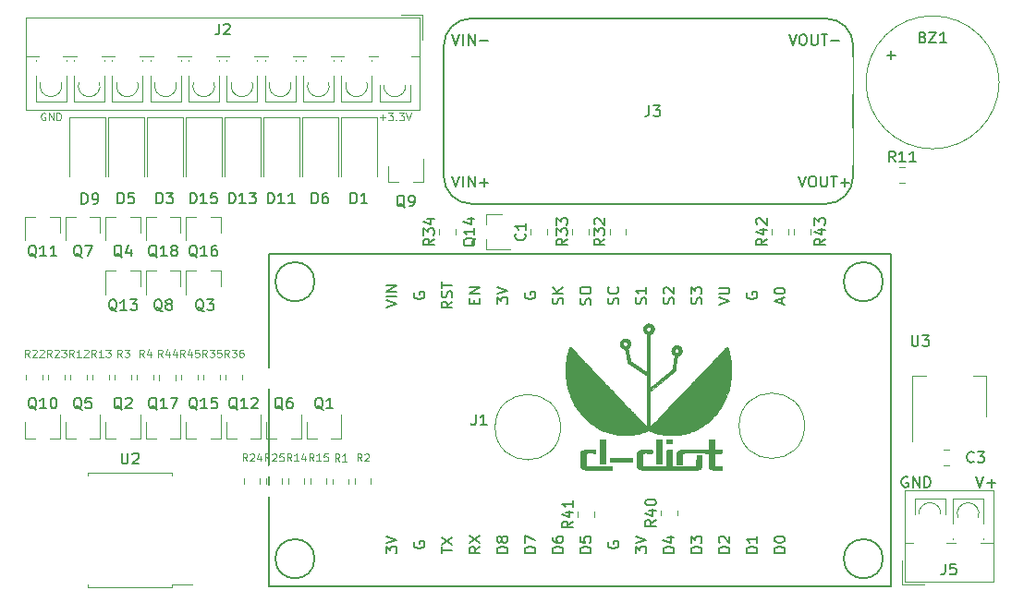
<source format=gto>
G04 #@! TF.GenerationSoftware,KiCad,Pcbnew,5.1.12-84ad8e8a86~92~ubuntu20.04.1*
G04 #@! TF.CreationDate,2022-02-11T20:29:08+01:00*
G04 #@! TF.ProjectId,ESPHome-Thermostat-pcb,45535048-6f6d-4652-9d54-6865726d6f73,2.0*
G04 #@! TF.SameCoordinates,Original*
G04 #@! TF.FileFunction,Legend,Top*
G04 #@! TF.FilePolarity,Positive*
%FSLAX46Y46*%
G04 Gerber Fmt 4.6, Leading zero omitted, Abs format (unit mm)*
G04 Created by KiCad (PCBNEW 5.1.12-84ad8e8a86~92~ubuntu20.04.1) date 2022-02-11 20:29:08*
%MOMM*%
%LPD*%
G01*
G04 APERTURE LIST*
%ADD10C,0.120000*%
%ADD11C,0.150000*%
%ADD12C,0.010000*%
%ADD13C,3.700000*%
%ADD14O,1.700000X1.700000*%
%ADD15R,1.700000X1.700000*%
%ADD16R,0.800000X0.900000*%
%ADD17C,2.600000*%
%ADD18R,2.600000X2.600000*%
%ADD19R,1.500000X2.000000*%
%ADD20R,3.800000X2.000000*%
%ADD21R,0.900000X0.800000*%
%ADD22R,1.800000X2.500000*%
%ADD23C,2.000000*%
%ADD24R,2.000000X2.000000*%
%ADD25R,5.000000X3.500000*%
%ADD26O,3.800000X2.900000*%
%ADD27C,1.524000*%
%ADD28R,2.000000X3.200000*%
G04 APERTURE END LIST*
D10*
X82928000Y-59613000D02*
X83461333Y-59613000D01*
X83194666Y-59879666D02*
X83194666Y-59346333D01*
X83728000Y-59179666D02*
X84161333Y-59179666D01*
X83928000Y-59446333D01*
X84028000Y-59446333D01*
X84094666Y-59479666D01*
X84128000Y-59513000D01*
X84161333Y-59579666D01*
X84161333Y-59746333D01*
X84128000Y-59813000D01*
X84094666Y-59846333D01*
X84028000Y-59879666D01*
X83828000Y-59879666D01*
X83761333Y-59846333D01*
X83728000Y-59813000D01*
X84461333Y-59813000D02*
X84494666Y-59846333D01*
X84461333Y-59879666D01*
X84428000Y-59846333D01*
X84461333Y-59813000D01*
X84461333Y-59879666D01*
X84728000Y-59179666D02*
X85161333Y-59179666D01*
X84928000Y-59446333D01*
X85028000Y-59446333D01*
X85094666Y-59479666D01*
X85128000Y-59513000D01*
X85161333Y-59579666D01*
X85161333Y-59746333D01*
X85128000Y-59813000D01*
X85094666Y-59846333D01*
X85028000Y-59879666D01*
X84828000Y-59879666D01*
X84761333Y-59846333D01*
X84728000Y-59813000D01*
X85361333Y-59179666D02*
X85594666Y-59879666D01*
X85828000Y-59179666D01*
X52298666Y-59213000D02*
X52232000Y-59179666D01*
X52132000Y-59179666D01*
X52032000Y-59213000D01*
X51965333Y-59279666D01*
X51932000Y-59346333D01*
X51898666Y-59479666D01*
X51898666Y-59579666D01*
X51932000Y-59713000D01*
X51965333Y-59779666D01*
X52032000Y-59846333D01*
X52132000Y-59879666D01*
X52198666Y-59879666D01*
X52298666Y-59846333D01*
X52332000Y-59813000D01*
X52332000Y-59579666D01*
X52198666Y-59579666D01*
X52632000Y-59879666D02*
X52632000Y-59179666D01*
X53032000Y-59879666D01*
X53032000Y-59179666D01*
X53365333Y-59879666D02*
X53365333Y-59179666D01*
X53532000Y-59179666D01*
X53632000Y-59213000D01*
X53698666Y-59279666D01*
X53732000Y-59346333D01*
X53765333Y-59479666D01*
X53765333Y-59579666D01*
X53732000Y-59713000D01*
X53698666Y-59779666D01*
X53632000Y-59846333D01*
X53532000Y-59879666D01*
X53365333Y-59879666D01*
X121872000Y-87884000D02*
G75*
G03*
X121872000Y-87884000I-3000000J0D01*
G01*
X99520000Y-88011000D02*
G75*
G03*
X99520000Y-88011000I-3000000J0D01*
G01*
D11*
X137604619Y-92543380D02*
X137937952Y-93543380D01*
X138271285Y-92543380D01*
X138604619Y-93162428D02*
X139366523Y-93162428D01*
X138985571Y-93543380D02*
X138985571Y-92781476D01*
X131318095Y-92591000D02*
X131222857Y-92543380D01*
X131080000Y-92543380D01*
X130937142Y-92591000D01*
X130841904Y-92686238D01*
X130794285Y-92781476D01*
X130746666Y-92971952D01*
X130746666Y-93114809D01*
X130794285Y-93305285D01*
X130841904Y-93400523D01*
X130937142Y-93495761D01*
X131080000Y-93543380D01*
X131175238Y-93543380D01*
X131318095Y-93495761D01*
X131365714Y-93448142D01*
X131365714Y-93114809D01*
X131175238Y-93114809D01*
X131794285Y-93543380D02*
X131794285Y-92543380D01*
X132365714Y-93543380D01*
X132365714Y-92543380D01*
X132841904Y-93543380D02*
X132841904Y-92543380D01*
X133080000Y-92543380D01*
X133222857Y-92591000D01*
X133318095Y-92686238D01*
X133365714Y-92781476D01*
X133413333Y-92971952D01*
X133413333Y-93114809D01*
X133365714Y-93305285D01*
X133318095Y-93400523D01*
X133222857Y-93495761D01*
X133080000Y-93543380D01*
X132841904Y-93543380D01*
D12*
G36*
X107201483Y-90091050D02*
G01*
X107252279Y-90091121D01*
X107308877Y-90091233D01*
X107371684Y-90091376D01*
X107397974Y-90091437D01*
X107459128Y-90091605D01*
X107516949Y-90091813D01*
X107571136Y-90092058D01*
X107621387Y-90092337D01*
X107667403Y-90092648D01*
X107708882Y-90092987D01*
X107745524Y-90093352D01*
X107777027Y-90093740D01*
X107803091Y-90094148D01*
X107823416Y-90094573D01*
X107837700Y-90095013D01*
X107845642Y-90095464D01*
X107847042Y-90095664D01*
X107865749Y-90103655D01*
X107882121Y-90116426D01*
X107889950Y-90125921D01*
X107892227Y-90129439D01*
X107894006Y-90132993D01*
X107895338Y-90137402D01*
X107896277Y-90143489D01*
X107896872Y-90152072D01*
X107897177Y-90163973D01*
X107897244Y-90180014D01*
X107897124Y-90201013D01*
X107896869Y-90227793D01*
X107896803Y-90234213D01*
X107896469Y-90264482D01*
X107896005Y-90288764D01*
X107895193Y-90307845D01*
X107893815Y-90322510D01*
X107891651Y-90333545D01*
X107888482Y-90341735D01*
X107884090Y-90347868D01*
X107878256Y-90352727D01*
X107870760Y-90357099D01*
X107861384Y-90361770D01*
X107861243Y-90361839D01*
X107842075Y-90371217D01*
X107454078Y-90370325D01*
X107392686Y-90370182D01*
X107337698Y-90370060D01*
X107288746Y-90369977D01*
X107245460Y-90369949D01*
X107207471Y-90369990D01*
X107174410Y-90370119D01*
X107145908Y-90370350D01*
X107121597Y-90370700D01*
X107101106Y-90371186D01*
X107084068Y-90371823D01*
X107070112Y-90372627D01*
X107058871Y-90373615D01*
X107049974Y-90374803D01*
X107043053Y-90376207D01*
X107037739Y-90377843D01*
X107033663Y-90379727D01*
X107030455Y-90381876D01*
X107027748Y-90384306D01*
X107025171Y-90387032D01*
X107023172Y-90389207D01*
X107020900Y-90391534D01*
X107018827Y-90393634D01*
X107016943Y-90395809D01*
X107015240Y-90398366D01*
X107013708Y-90401609D01*
X107012339Y-90405843D01*
X107011123Y-90411373D01*
X107010051Y-90418505D01*
X107009114Y-90427542D01*
X107008303Y-90438789D01*
X107007610Y-90452553D01*
X107007024Y-90469137D01*
X107006538Y-90488846D01*
X107006141Y-90511986D01*
X107005825Y-90538861D01*
X107005581Y-90569776D01*
X107005399Y-90605036D01*
X107005271Y-90644946D01*
X107005187Y-90689811D01*
X107005139Y-90739936D01*
X107005118Y-90795626D01*
X107005113Y-90857185D01*
X107005117Y-90924919D01*
X107005120Y-90996347D01*
X107005123Y-91069302D01*
X107005132Y-91135793D01*
X107005152Y-91196130D01*
X107005185Y-91250621D01*
X107005235Y-91299575D01*
X107005305Y-91343301D01*
X107005399Y-91382109D01*
X107005519Y-91416308D01*
X107005669Y-91446208D01*
X107005851Y-91472116D01*
X107006071Y-91494343D01*
X107006329Y-91513197D01*
X107006631Y-91528988D01*
X107006978Y-91542026D01*
X107007375Y-91552618D01*
X107007825Y-91561074D01*
X107008330Y-91567704D01*
X107008894Y-91572817D01*
X107009521Y-91576721D01*
X107010213Y-91579727D01*
X107010974Y-91582142D01*
X107011290Y-91582990D01*
X107020759Y-91599966D01*
X107034327Y-91611736D01*
X107052598Y-91618810D01*
X107054295Y-91619191D01*
X107058473Y-91619574D01*
X107067403Y-91619934D01*
X107081190Y-91620271D01*
X107099942Y-91620585D01*
X107123766Y-91620878D01*
X107152769Y-91621149D01*
X107187058Y-91621399D01*
X107226739Y-91621628D01*
X107271920Y-91621837D01*
X107322708Y-91622025D01*
X107379209Y-91622194D01*
X107441531Y-91622343D01*
X107509781Y-91622473D01*
X107584065Y-91622584D01*
X107664490Y-91622677D01*
X107751164Y-91622752D01*
X107844194Y-91622810D01*
X107943686Y-91622850D01*
X108049747Y-91622873D01*
X108151674Y-91622880D01*
X109231854Y-91622880D01*
X109231928Y-90888820D01*
X109231938Y-90805684D01*
X109231952Y-90729052D01*
X109231973Y-90658653D01*
X109232002Y-90594218D01*
X109232043Y-90535475D01*
X109232096Y-90482156D01*
X109232165Y-90433989D01*
X109232252Y-90390705D01*
X109232358Y-90352035D01*
X109232487Y-90317707D01*
X109232641Y-90287452D01*
X109232821Y-90260999D01*
X109233030Y-90238080D01*
X109233271Y-90218423D01*
X109233545Y-90201758D01*
X109233855Y-90187816D01*
X109234203Y-90176327D01*
X109234592Y-90167020D01*
X109235023Y-90159625D01*
X109235499Y-90153873D01*
X109236022Y-90149492D01*
X109236594Y-90146214D01*
X109237218Y-90143768D01*
X109237896Y-90141885D01*
X109238190Y-90141213D01*
X109246636Y-90127826D01*
X109258828Y-90114684D01*
X109272723Y-90103622D01*
X109286278Y-90096471D01*
X109289033Y-90095599D01*
X109295582Y-90094692D01*
X109307958Y-90093953D01*
X109326303Y-90093380D01*
X109350758Y-90092971D01*
X109381465Y-90092724D01*
X109418566Y-90092638D01*
X109462202Y-90092710D01*
X109495080Y-90092846D01*
X109687360Y-90093800D01*
X109703339Y-90103193D01*
X109714868Y-90111790D01*
X109726036Y-90122978D01*
X109730432Y-90128593D01*
X109741547Y-90144600D01*
X109742416Y-90878249D01*
X109743286Y-91611898D01*
X110038750Y-91614223D01*
X110070801Y-91614442D01*
X110109159Y-91614645D01*
X110153358Y-91614832D01*
X110202933Y-91615003D01*
X110257418Y-91615157D01*
X110316345Y-91615293D01*
X110379250Y-91615411D01*
X110445667Y-91615511D01*
X110515129Y-91615591D01*
X110587170Y-91615652D01*
X110661325Y-91615692D01*
X110737127Y-91615711D01*
X110814110Y-91615709D01*
X110891809Y-91615685D01*
X110969757Y-91615639D01*
X111047489Y-91615570D01*
X111121614Y-91615481D01*
X111909014Y-91614413D01*
X111923692Y-91606579D01*
X111935240Y-91598522D01*
X111943191Y-91587601D01*
X111945484Y-91582872D01*
X111946990Y-91579062D01*
X111948362Y-91574441D01*
X111949612Y-91568682D01*
X111950746Y-91561462D01*
X111951772Y-91552457D01*
X111952701Y-91541341D01*
X111953539Y-91527791D01*
X111954295Y-91511482D01*
X111954978Y-91492089D01*
X111955596Y-91469288D01*
X111956157Y-91442755D01*
X111956670Y-91412165D01*
X111957143Y-91377193D01*
X111957585Y-91337516D01*
X111958004Y-91292808D01*
X111958408Y-91242745D01*
X111958805Y-91187003D01*
X111959205Y-91125258D01*
X111959615Y-91057184D01*
X111959772Y-91030213D01*
X111960123Y-90968016D01*
X111960435Y-90912229D01*
X111960728Y-90862490D01*
X111961023Y-90818436D01*
X111961341Y-90779703D01*
X111961701Y-90745931D01*
X111962125Y-90716755D01*
X111962634Y-90691812D01*
X111963248Y-90670742D01*
X111963987Y-90653179D01*
X111964872Y-90638763D01*
X111965925Y-90627129D01*
X111967165Y-90617916D01*
X111968613Y-90610761D01*
X111970289Y-90605300D01*
X111972215Y-90601171D01*
X111974412Y-90598012D01*
X111976898Y-90595460D01*
X111979696Y-90593152D01*
X111982826Y-90590724D01*
X111984859Y-90589071D01*
X111989837Y-90585041D01*
X111994816Y-90581609D01*
X112000358Y-90578728D01*
X112007026Y-90576349D01*
X112015383Y-90574426D01*
X112025991Y-90572908D01*
X112039414Y-90571750D01*
X112056213Y-90570901D01*
X112076952Y-90570314D01*
X112102193Y-90569942D01*
X112132499Y-90569735D01*
X112168432Y-90569646D01*
X112210556Y-90569627D01*
X112212197Y-90569627D01*
X112254166Y-90569641D01*
X112289933Y-90569716D01*
X112320068Y-90569898D01*
X112345142Y-90570235D01*
X112365725Y-90570772D01*
X112382389Y-90571557D01*
X112395703Y-90572638D01*
X112406240Y-90574060D01*
X112414569Y-90575871D01*
X112421261Y-90578117D01*
X112426886Y-90580846D01*
X112432017Y-90584104D01*
X112437223Y-90587939D01*
X112437490Y-90588143D01*
X112441038Y-90590675D01*
X112444212Y-90592807D01*
X112447033Y-90594911D01*
X112449523Y-90597356D01*
X112451704Y-90600512D01*
X112453596Y-90604751D01*
X112455222Y-90610442D01*
X112456604Y-90617956D01*
X112457763Y-90627663D01*
X112458720Y-90639933D01*
X112459498Y-90655137D01*
X112460117Y-90673645D01*
X112460601Y-90695827D01*
X112460969Y-90722053D01*
X112461245Y-90752695D01*
X112461449Y-90788121D01*
X112461603Y-90828704D01*
X112461729Y-90874812D01*
X112461848Y-90926816D01*
X112461983Y-90985086D01*
X112462041Y-91008200D01*
X112462202Y-91079763D01*
X112462292Y-91144923D01*
X112462296Y-91204051D01*
X112462201Y-91257517D01*
X112461994Y-91305692D01*
X112461661Y-91348945D01*
X112461187Y-91387647D01*
X112460559Y-91422169D01*
X112459764Y-91452881D01*
X112458788Y-91480153D01*
X112457617Y-91504356D01*
X112456237Y-91525860D01*
X112454635Y-91545035D01*
X112452797Y-91562252D01*
X112450710Y-91577881D01*
X112448358Y-91592293D01*
X112445730Y-91605857D01*
X112442811Y-91618945D01*
X112439587Y-91631927D01*
X112438854Y-91634733D01*
X112424038Y-91679974D01*
X112404528Y-91720609D01*
X112380198Y-91756751D01*
X112350923Y-91788513D01*
X112316575Y-91816004D01*
X112277031Y-91839338D01*
X112232162Y-91858627D01*
X112181843Y-91873981D01*
X112164572Y-91878081D01*
X112130831Y-91884859D01*
X112095933Y-91890340D01*
X112058425Y-91894697D01*
X112016854Y-91898102D01*
X111977492Y-91900366D01*
X111968076Y-91900656D01*
X111952089Y-91900939D01*
X111929735Y-91901213D01*
X111901217Y-91901480D01*
X111866738Y-91901738D01*
X111826502Y-91901988D01*
X111780710Y-91902229D01*
X111729568Y-91902461D01*
X111673276Y-91902684D01*
X111612040Y-91902898D01*
X111546061Y-91903102D01*
X111475543Y-91903297D01*
X111400689Y-91903482D01*
X111321702Y-91903657D01*
X111238785Y-91903823D01*
X111152142Y-91903978D01*
X111061975Y-91904122D01*
X110968487Y-91904256D01*
X110871882Y-91904379D01*
X110772363Y-91904492D01*
X110670133Y-91904593D01*
X110565395Y-91904683D01*
X110458351Y-91904761D01*
X110349206Y-91904828D01*
X110238162Y-91904883D01*
X110125423Y-91904926D01*
X110011191Y-91904957D01*
X109895670Y-91904976D01*
X109779062Y-91904982D01*
X109661571Y-91904976D01*
X109543400Y-91904957D01*
X109424752Y-91904924D01*
X109305831Y-91904879D01*
X109186838Y-91904820D01*
X109067978Y-91904748D01*
X108949453Y-91904662D01*
X108831467Y-91904562D01*
X108714223Y-91904449D01*
X108597923Y-91904321D01*
X108482772Y-91904178D01*
X108368971Y-91904021D01*
X108256724Y-91903850D01*
X108146235Y-91903663D01*
X108126107Y-91903627D01*
X108037160Y-91903461D01*
X107949890Y-91903284D01*
X107864546Y-91903099D01*
X107781374Y-91902907D01*
X107700621Y-91902707D01*
X107622535Y-91902502D01*
X107547363Y-91902292D01*
X107475352Y-91902077D01*
X107406748Y-91901860D01*
X107341800Y-91901640D01*
X107280754Y-91901419D01*
X107223858Y-91901198D01*
X107171358Y-91900977D01*
X107123502Y-91900757D01*
X107080537Y-91900540D01*
X107042710Y-91900326D01*
X107010269Y-91900116D01*
X106983460Y-91899912D01*
X106962531Y-91899713D01*
X106947728Y-91899521D01*
X106939299Y-91899337D01*
X106937387Y-91899228D01*
X106928813Y-91897958D01*
X106915321Y-91896159D01*
X106898721Y-91894066D01*
X106880825Y-91891912D01*
X106879814Y-91891793D01*
X106820162Y-91882802D01*
X106766250Y-91870381D01*
X106717889Y-91854378D01*
X106674892Y-91834642D01*
X106637070Y-91811022D01*
X106604236Y-91783365D01*
X106576203Y-91751520D01*
X106552781Y-91715335D01*
X106533784Y-91674659D01*
X106519023Y-91629340D01*
X106510978Y-91594093D01*
X106509371Y-91585466D01*
X106507912Y-91576807D01*
X106506593Y-91567767D01*
X106505407Y-91557997D01*
X106504348Y-91547148D01*
X106503408Y-91534873D01*
X106502580Y-91520822D01*
X106501857Y-91504646D01*
X106501233Y-91485998D01*
X106500699Y-91464528D01*
X106500250Y-91439888D01*
X106499877Y-91411728D01*
X106499574Y-91379701D01*
X106499334Y-91343458D01*
X106499150Y-91302650D01*
X106499014Y-91256929D01*
X106498921Y-91205945D01*
X106498861Y-91149351D01*
X106498829Y-91086797D01*
X106498818Y-91017935D01*
X106498818Y-90993448D01*
X106498826Y-90923661D01*
X106498851Y-90860306D01*
X106498897Y-90803044D01*
X106498966Y-90751532D01*
X106499062Y-90705431D01*
X106499189Y-90664400D01*
X106499349Y-90628097D01*
X106499545Y-90596182D01*
X106499782Y-90568315D01*
X106500062Y-90544154D01*
X106500388Y-90523359D01*
X106500765Y-90505590D01*
X106501194Y-90490504D01*
X106501680Y-90477763D01*
X106502225Y-90467024D01*
X106502833Y-90457947D01*
X106503507Y-90450191D01*
X106504073Y-90444911D01*
X106511864Y-90393971D01*
X106522860Y-90348517D01*
X106537304Y-90307942D01*
X106555439Y-90271640D01*
X106577509Y-90239005D01*
X106594840Y-90218650D01*
X106626017Y-90189759D01*
X106662250Y-90164813D01*
X106703683Y-90143745D01*
X106750462Y-90126486D01*
X106802733Y-90112969D01*
X106832316Y-90107364D01*
X106846591Y-90104971D01*
X106859766Y-90102814D01*
X106872246Y-90100882D01*
X106884438Y-90099163D01*
X106896749Y-90097647D01*
X106909583Y-90096321D01*
X106923348Y-90095174D01*
X106938449Y-90094196D01*
X106955292Y-90093373D01*
X106974284Y-90092696D01*
X106995829Y-90092152D01*
X107020335Y-90091730D01*
X107048208Y-90091418D01*
X107079853Y-90091206D01*
X107115677Y-90091082D01*
X107156085Y-90091034D01*
X107201483Y-90091050D01*
G37*
X107201483Y-90091050D02*
X107252279Y-90091121D01*
X107308877Y-90091233D01*
X107371684Y-90091376D01*
X107397974Y-90091437D01*
X107459128Y-90091605D01*
X107516949Y-90091813D01*
X107571136Y-90092058D01*
X107621387Y-90092337D01*
X107667403Y-90092648D01*
X107708882Y-90092987D01*
X107745524Y-90093352D01*
X107777027Y-90093740D01*
X107803091Y-90094148D01*
X107823416Y-90094573D01*
X107837700Y-90095013D01*
X107845642Y-90095464D01*
X107847042Y-90095664D01*
X107865749Y-90103655D01*
X107882121Y-90116426D01*
X107889950Y-90125921D01*
X107892227Y-90129439D01*
X107894006Y-90132993D01*
X107895338Y-90137402D01*
X107896277Y-90143489D01*
X107896872Y-90152072D01*
X107897177Y-90163973D01*
X107897244Y-90180014D01*
X107897124Y-90201013D01*
X107896869Y-90227793D01*
X107896803Y-90234213D01*
X107896469Y-90264482D01*
X107896005Y-90288764D01*
X107895193Y-90307845D01*
X107893815Y-90322510D01*
X107891651Y-90333545D01*
X107888482Y-90341735D01*
X107884090Y-90347868D01*
X107878256Y-90352727D01*
X107870760Y-90357099D01*
X107861384Y-90361770D01*
X107861243Y-90361839D01*
X107842075Y-90371217D01*
X107454078Y-90370325D01*
X107392686Y-90370182D01*
X107337698Y-90370060D01*
X107288746Y-90369977D01*
X107245460Y-90369949D01*
X107207471Y-90369990D01*
X107174410Y-90370119D01*
X107145908Y-90370350D01*
X107121597Y-90370700D01*
X107101106Y-90371186D01*
X107084068Y-90371823D01*
X107070112Y-90372627D01*
X107058871Y-90373615D01*
X107049974Y-90374803D01*
X107043053Y-90376207D01*
X107037739Y-90377843D01*
X107033663Y-90379727D01*
X107030455Y-90381876D01*
X107027748Y-90384306D01*
X107025171Y-90387032D01*
X107023172Y-90389207D01*
X107020900Y-90391534D01*
X107018827Y-90393634D01*
X107016943Y-90395809D01*
X107015240Y-90398366D01*
X107013708Y-90401609D01*
X107012339Y-90405843D01*
X107011123Y-90411373D01*
X107010051Y-90418505D01*
X107009114Y-90427542D01*
X107008303Y-90438789D01*
X107007610Y-90452553D01*
X107007024Y-90469137D01*
X107006538Y-90488846D01*
X107006141Y-90511986D01*
X107005825Y-90538861D01*
X107005581Y-90569776D01*
X107005399Y-90605036D01*
X107005271Y-90644946D01*
X107005187Y-90689811D01*
X107005139Y-90739936D01*
X107005118Y-90795626D01*
X107005113Y-90857185D01*
X107005117Y-90924919D01*
X107005120Y-90996347D01*
X107005123Y-91069302D01*
X107005132Y-91135793D01*
X107005152Y-91196130D01*
X107005185Y-91250621D01*
X107005235Y-91299575D01*
X107005305Y-91343301D01*
X107005399Y-91382109D01*
X107005519Y-91416308D01*
X107005669Y-91446208D01*
X107005851Y-91472116D01*
X107006071Y-91494343D01*
X107006329Y-91513197D01*
X107006631Y-91528988D01*
X107006978Y-91542026D01*
X107007375Y-91552618D01*
X107007825Y-91561074D01*
X107008330Y-91567704D01*
X107008894Y-91572817D01*
X107009521Y-91576721D01*
X107010213Y-91579727D01*
X107010974Y-91582142D01*
X107011290Y-91582990D01*
X107020759Y-91599966D01*
X107034327Y-91611736D01*
X107052598Y-91618810D01*
X107054295Y-91619191D01*
X107058473Y-91619574D01*
X107067403Y-91619934D01*
X107081190Y-91620271D01*
X107099942Y-91620585D01*
X107123766Y-91620878D01*
X107152769Y-91621149D01*
X107187058Y-91621399D01*
X107226739Y-91621628D01*
X107271920Y-91621837D01*
X107322708Y-91622025D01*
X107379209Y-91622194D01*
X107441531Y-91622343D01*
X107509781Y-91622473D01*
X107584065Y-91622584D01*
X107664490Y-91622677D01*
X107751164Y-91622752D01*
X107844194Y-91622810D01*
X107943686Y-91622850D01*
X108049747Y-91622873D01*
X108151674Y-91622880D01*
X109231854Y-91622880D01*
X109231928Y-90888820D01*
X109231938Y-90805684D01*
X109231952Y-90729052D01*
X109231973Y-90658653D01*
X109232002Y-90594218D01*
X109232043Y-90535475D01*
X109232096Y-90482156D01*
X109232165Y-90433989D01*
X109232252Y-90390705D01*
X109232358Y-90352035D01*
X109232487Y-90317707D01*
X109232641Y-90287452D01*
X109232821Y-90260999D01*
X109233030Y-90238080D01*
X109233271Y-90218423D01*
X109233545Y-90201758D01*
X109233855Y-90187816D01*
X109234203Y-90176327D01*
X109234592Y-90167020D01*
X109235023Y-90159625D01*
X109235499Y-90153873D01*
X109236022Y-90149492D01*
X109236594Y-90146214D01*
X109237218Y-90143768D01*
X109237896Y-90141885D01*
X109238190Y-90141213D01*
X109246636Y-90127826D01*
X109258828Y-90114684D01*
X109272723Y-90103622D01*
X109286278Y-90096471D01*
X109289033Y-90095599D01*
X109295582Y-90094692D01*
X109307958Y-90093953D01*
X109326303Y-90093380D01*
X109350758Y-90092971D01*
X109381465Y-90092724D01*
X109418566Y-90092638D01*
X109462202Y-90092710D01*
X109495080Y-90092846D01*
X109687360Y-90093800D01*
X109703339Y-90103193D01*
X109714868Y-90111790D01*
X109726036Y-90122978D01*
X109730432Y-90128593D01*
X109741547Y-90144600D01*
X109742416Y-90878249D01*
X109743286Y-91611898D01*
X110038750Y-91614223D01*
X110070801Y-91614442D01*
X110109159Y-91614645D01*
X110153358Y-91614832D01*
X110202933Y-91615003D01*
X110257418Y-91615157D01*
X110316345Y-91615293D01*
X110379250Y-91615411D01*
X110445667Y-91615511D01*
X110515129Y-91615591D01*
X110587170Y-91615652D01*
X110661325Y-91615692D01*
X110737127Y-91615711D01*
X110814110Y-91615709D01*
X110891809Y-91615685D01*
X110969757Y-91615639D01*
X111047489Y-91615570D01*
X111121614Y-91615481D01*
X111909014Y-91614413D01*
X111923692Y-91606579D01*
X111935240Y-91598522D01*
X111943191Y-91587601D01*
X111945484Y-91582872D01*
X111946990Y-91579062D01*
X111948362Y-91574441D01*
X111949612Y-91568682D01*
X111950746Y-91561462D01*
X111951772Y-91552457D01*
X111952701Y-91541341D01*
X111953539Y-91527791D01*
X111954295Y-91511482D01*
X111954978Y-91492089D01*
X111955596Y-91469288D01*
X111956157Y-91442755D01*
X111956670Y-91412165D01*
X111957143Y-91377193D01*
X111957585Y-91337516D01*
X111958004Y-91292808D01*
X111958408Y-91242745D01*
X111958805Y-91187003D01*
X111959205Y-91125258D01*
X111959615Y-91057184D01*
X111959772Y-91030213D01*
X111960123Y-90968016D01*
X111960435Y-90912229D01*
X111960728Y-90862490D01*
X111961023Y-90818436D01*
X111961341Y-90779703D01*
X111961701Y-90745931D01*
X111962125Y-90716755D01*
X111962634Y-90691812D01*
X111963248Y-90670742D01*
X111963987Y-90653179D01*
X111964872Y-90638763D01*
X111965925Y-90627129D01*
X111967165Y-90617916D01*
X111968613Y-90610761D01*
X111970289Y-90605300D01*
X111972215Y-90601171D01*
X111974412Y-90598012D01*
X111976898Y-90595460D01*
X111979696Y-90593152D01*
X111982826Y-90590724D01*
X111984859Y-90589071D01*
X111989837Y-90585041D01*
X111994816Y-90581609D01*
X112000358Y-90578728D01*
X112007026Y-90576349D01*
X112015383Y-90574426D01*
X112025991Y-90572908D01*
X112039414Y-90571750D01*
X112056213Y-90570901D01*
X112076952Y-90570314D01*
X112102193Y-90569942D01*
X112132499Y-90569735D01*
X112168432Y-90569646D01*
X112210556Y-90569627D01*
X112212197Y-90569627D01*
X112254166Y-90569641D01*
X112289933Y-90569716D01*
X112320068Y-90569898D01*
X112345142Y-90570235D01*
X112365725Y-90570772D01*
X112382389Y-90571557D01*
X112395703Y-90572638D01*
X112406240Y-90574060D01*
X112414569Y-90575871D01*
X112421261Y-90578117D01*
X112426886Y-90580846D01*
X112432017Y-90584104D01*
X112437223Y-90587939D01*
X112437490Y-90588143D01*
X112441038Y-90590675D01*
X112444212Y-90592807D01*
X112447033Y-90594911D01*
X112449523Y-90597356D01*
X112451704Y-90600512D01*
X112453596Y-90604751D01*
X112455222Y-90610442D01*
X112456604Y-90617956D01*
X112457763Y-90627663D01*
X112458720Y-90639933D01*
X112459498Y-90655137D01*
X112460117Y-90673645D01*
X112460601Y-90695827D01*
X112460969Y-90722053D01*
X112461245Y-90752695D01*
X112461449Y-90788121D01*
X112461603Y-90828704D01*
X112461729Y-90874812D01*
X112461848Y-90926816D01*
X112461983Y-90985086D01*
X112462041Y-91008200D01*
X112462202Y-91079763D01*
X112462292Y-91144923D01*
X112462296Y-91204051D01*
X112462201Y-91257517D01*
X112461994Y-91305692D01*
X112461661Y-91348945D01*
X112461187Y-91387647D01*
X112460559Y-91422169D01*
X112459764Y-91452881D01*
X112458788Y-91480153D01*
X112457617Y-91504356D01*
X112456237Y-91525860D01*
X112454635Y-91545035D01*
X112452797Y-91562252D01*
X112450710Y-91577881D01*
X112448358Y-91592293D01*
X112445730Y-91605857D01*
X112442811Y-91618945D01*
X112439587Y-91631927D01*
X112438854Y-91634733D01*
X112424038Y-91679974D01*
X112404528Y-91720609D01*
X112380198Y-91756751D01*
X112350923Y-91788513D01*
X112316575Y-91816004D01*
X112277031Y-91839338D01*
X112232162Y-91858627D01*
X112181843Y-91873981D01*
X112164572Y-91878081D01*
X112130831Y-91884859D01*
X112095933Y-91890340D01*
X112058425Y-91894697D01*
X112016854Y-91898102D01*
X111977492Y-91900366D01*
X111968076Y-91900656D01*
X111952089Y-91900939D01*
X111929735Y-91901213D01*
X111901217Y-91901480D01*
X111866738Y-91901738D01*
X111826502Y-91901988D01*
X111780710Y-91902229D01*
X111729568Y-91902461D01*
X111673276Y-91902684D01*
X111612040Y-91902898D01*
X111546061Y-91903102D01*
X111475543Y-91903297D01*
X111400689Y-91903482D01*
X111321702Y-91903657D01*
X111238785Y-91903823D01*
X111152142Y-91903978D01*
X111061975Y-91904122D01*
X110968487Y-91904256D01*
X110871882Y-91904379D01*
X110772363Y-91904492D01*
X110670133Y-91904593D01*
X110565395Y-91904683D01*
X110458351Y-91904761D01*
X110349206Y-91904828D01*
X110238162Y-91904883D01*
X110125423Y-91904926D01*
X110011191Y-91904957D01*
X109895670Y-91904976D01*
X109779062Y-91904982D01*
X109661571Y-91904976D01*
X109543400Y-91904957D01*
X109424752Y-91904924D01*
X109305831Y-91904879D01*
X109186838Y-91904820D01*
X109067978Y-91904748D01*
X108949453Y-91904662D01*
X108831467Y-91904562D01*
X108714223Y-91904449D01*
X108597923Y-91904321D01*
X108482772Y-91904178D01*
X108368971Y-91904021D01*
X108256724Y-91903850D01*
X108146235Y-91903663D01*
X108126107Y-91903627D01*
X108037160Y-91903461D01*
X107949890Y-91903284D01*
X107864546Y-91903099D01*
X107781374Y-91902907D01*
X107700621Y-91902707D01*
X107622535Y-91902502D01*
X107547363Y-91902292D01*
X107475352Y-91902077D01*
X107406748Y-91901860D01*
X107341800Y-91901640D01*
X107280754Y-91901419D01*
X107223858Y-91901198D01*
X107171358Y-91900977D01*
X107123502Y-91900757D01*
X107080537Y-91900540D01*
X107042710Y-91900326D01*
X107010269Y-91900116D01*
X106983460Y-91899912D01*
X106962531Y-91899713D01*
X106947728Y-91899521D01*
X106939299Y-91899337D01*
X106937387Y-91899228D01*
X106928813Y-91897958D01*
X106915321Y-91896159D01*
X106898721Y-91894066D01*
X106880825Y-91891912D01*
X106879814Y-91891793D01*
X106820162Y-91882802D01*
X106766250Y-91870381D01*
X106717889Y-91854378D01*
X106674892Y-91834642D01*
X106637070Y-91811022D01*
X106604236Y-91783365D01*
X106576203Y-91751520D01*
X106552781Y-91715335D01*
X106533784Y-91674659D01*
X106519023Y-91629340D01*
X106510978Y-91594093D01*
X106509371Y-91585466D01*
X106507912Y-91576807D01*
X106506593Y-91567767D01*
X106505407Y-91557997D01*
X106504348Y-91547148D01*
X106503408Y-91534873D01*
X106502580Y-91520822D01*
X106501857Y-91504646D01*
X106501233Y-91485998D01*
X106500699Y-91464528D01*
X106500250Y-91439888D01*
X106499877Y-91411728D01*
X106499574Y-91379701D01*
X106499334Y-91343458D01*
X106499150Y-91302650D01*
X106499014Y-91256929D01*
X106498921Y-91205945D01*
X106498861Y-91149351D01*
X106498829Y-91086797D01*
X106498818Y-91017935D01*
X106498818Y-90993448D01*
X106498826Y-90923661D01*
X106498851Y-90860306D01*
X106498897Y-90803044D01*
X106498966Y-90751532D01*
X106499062Y-90705431D01*
X106499189Y-90664400D01*
X106499349Y-90628097D01*
X106499545Y-90596182D01*
X106499782Y-90568315D01*
X106500062Y-90544154D01*
X106500388Y-90523359D01*
X106500765Y-90505590D01*
X106501194Y-90490504D01*
X106501680Y-90477763D01*
X106502225Y-90467024D01*
X106502833Y-90457947D01*
X106503507Y-90450191D01*
X106504073Y-90444911D01*
X106511864Y-90393971D01*
X106522860Y-90348517D01*
X106537304Y-90307942D01*
X106555439Y-90271640D01*
X106577509Y-90239005D01*
X106594840Y-90218650D01*
X106626017Y-90189759D01*
X106662250Y-90164813D01*
X106703683Y-90143745D01*
X106750462Y-90126486D01*
X106802733Y-90112969D01*
X106832316Y-90107364D01*
X106846591Y-90104971D01*
X106859766Y-90102814D01*
X106872246Y-90100882D01*
X106884438Y-90099163D01*
X106896749Y-90097647D01*
X106909583Y-90096321D01*
X106923348Y-90095174D01*
X106938449Y-90094196D01*
X106955292Y-90093373D01*
X106974284Y-90092696D01*
X106995829Y-90092152D01*
X107020335Y-90091730D01*
X107048208Y-90091418D01*
X107079853Y-90091206D01*
X107115677Y-90091082D01*
X107156085Y-90091034D01*
X107201483Y-90091050D01*
G36*
X102003266Y-90089317D02*
G01*
X102050055Y-90089429D01*
X102102485Y-90089648D01*
X102160859Y-90089975D01*
X102225480Y-90090408D01*
X102277334Y-90090795D01*
X102670187Y-90093841D01*
X102684154Y-90101292D01*
X102698673Y-90111341D01*
X102710491Y-90123886D01*
X102717823Y-90136968D01*
X102718448Y-90138934D01*
X102719136Y-90144699D01*
X102719753Y-90156223D01*
X102720272Y-90172493D01*
X102720669Y-90192497D01*
X102720915Y-90215221D01*
X102720987Y-90236292D01*
X102720987Y-90324598D01*
X102711658Y-90338690D01*
X102698626Y-90352774D01*
X102684565Y-90361899D01*
X102666800Y-90371017D01*
X102277334Y-90370228D01*
X102215692Y-90370100D01*
X102160458Y-90369992D01*
X102111264Y-90369921D01*
X102067744Y-90369902D01*
X102029531Y-90369954D01*
X101996259Y-90370092D01*
X101967561Y-90370334D01*
X101943071Y-90370696D01*
X101922422Y-90371196D01*
X101905249Y-90371849D01*
X101891183Y-90372674D01*
X101879860Y-90373686D01*
X101870911Y-90374903D01*
X101863972Y-90376341D01*
X101858675Y-90378018D01*
X101854653Y-90379949D01*
X101851541Y-90382153D01*
X101848972Y-90384645D01*
X101846579Y-90387442D01*
X101844385Y-90390103D01*
X101842182Y-90392618D01*
X101840171Y-90394892D01*
X101838344Y-90397233D01*
X101836693Y-90399945D01*
X101835209Y-90403336D01*
X101833882Y-90407711D01*
X101832704Y-90413377D01*
X101831666Y-90420640D01*
X101830760Y-90429806D01*
X101829976Y-90441183D01*
X101829305Y-90455074D01*
X101828739Y-90471788D01*
X101828269Y-90491631D01*
X101827887Y-90514908D01*
X101827582Y-90541925D01*
X101827347Y-90572990D01*
X101827173Y-90608409D01*
X101827050Y-90648486D01*
X101826970Y-90693530D01*
X101826925Y-90743846D01*
X101826904Y-90799740D01*
X101826900Y-90861519D01*
X101826904Y-90929489D01*
X101826907Y-90996347D01*
X101826909Y-91069302D01*
X101826919Y-91135793D01*
X101826939Y-91196130D01*
X101826972Y-91250621D01*
X101827022Y-91299575D01*
X101827092Y-91343301D01*
X101827186Y-91382109D01*
X101827306Y-91416308D01*
X101827455Y-91446208D01*
X101827638Y-91472116D01*
X101827857Y-91494343D01*
X101828116Y-91513197D01*
X101828418Y-91528988D01*
X101828765Y-91542026D01*
X101829162Y-91552618D01*
X101829611Y-91561074D01*
X101830117Y-91567704D01*
X101830681Y-91572817D01*
X101831308Y-91576721D01*
X101832000Y-91579727D01*
X101832761Y-91582142D01*
X101833077Y-91582990D01*
X101842545Y-91599966D01*
X101856114Y-91611736D01*
X101874384Y-91618810D01*
X101876081Y-91619191D01*
X101880199Y-91619564D01*
X101889047Y-91619915D01*
X101902729Y-91620244D01*
X101921350Y-91620552D01*
X101945015Y-91620840D01*
X101973830Y-91621107D01*
X102007899Y-91621354D01*
X102047326Y-91621582D01*
X102092217Y-91621790D01*
X102142677Y-91621979D01*
X102198811Y-91622149D01*
X102260722Y-91622301D01*
X102328517Y-91622435D01*
X102402300Y-91622551D01*
X102482176Y-91622650D01*
X102568250Y-91622732D01*
X102660626Y-91622797D01*
X102759411Y-91622846D01*
X102864707Y-91622879D01*
X102976621Y-91622896D01*
X103033574Y-91622899D01*
X103147908Y-91622911D01*
X103256654Y-91622942D01*
X103359744Y-91622993D01*
X103457114Y-91623063D01*
X103548695Y-91623152D01*
X103634422Y-91623260D01*
X103714229Y-91623387D01*
X103788048Y-91623532D01*
X103855815Y-91623696D01*
X103917462Y-91623878D01*
X103972922Y-91624077D01*
X104022130Y-91624294D01*
X104065020Y-91624529D01*
X104101524Y-91624781D01*
X104131577Y-91625051D01*
X104155112Y-91625337D01*
X104172063Y-91625640D01*
X104182363Y-91625959D01*
X104185837Y-91626243D01*
X104203367Y-91633312D01*
X104219210Y-91643706D01*
X104231458Y-91655994D01*
X104236630Y-91664409D01*
X104238668Y-91669460D01*
X104240237Y-91675124D01*
X104241397Y-91682324D01*
X104242211Y-91691985D01*
X104242739Y-91705027D01*
X104243043Y-91722376D01*
X104243185Y-91744953D01*
X104243219Y-91763556D01*
X104243216Y-91789822D01*
X104243110Y-91810244D01*
X104242829Y-91825752D01*
X104242304Y-91837274D01*
X104241465Y-91845740D01*
X104240240Y-91852079D01*
X104238561Y-91857220D01*
X104236357Y-91862093D01*
X104235674Y-91863462D01*
X104225976Y-91876547D01*
X104211678Y-91888336D01*
X104194952Y-91897339D01*
X104179855Y-91901789D01*
X104175288Y-91901986D01*
X104164247Y-91902170D01*
X104147028Y-91902341D01*
X104123930Y-91902499D01*
X104095251Y-91902645D01*
X104061289Y-91902779D01*
X104022342Y-91902901D01*
X103978708Y-91903011D01*
X103930685Y-91903109D01*
X103878572Y-91903196D01*
X103822665Y-91903271D01*
X103763264Y-91903335D01*
X103700667Y-91903388D01*
X103635171Y-91903431D01*
X103567074Y-91903463D01*
X103496675Y-91903484D01*
X103424272Y-91903495D01*
X103350162Y-91903496D01*
X103274644Y-91903488D01*
X103198016Y-91903469D01*
X103120576Y-91903441D01*
X103042622Y-91903404D01*
X102964452Y-91903357D01*
X102886364Y-91903302D01*
X102808656Y-91903237D01*
X102731626Y-91903164D01*
X102655572Y-91903083D01*
X102580793Y-91902993D01*
X102507586Y-91902895D01*
X102436249Y-91902789D01*
X102367081Y-91902676D01*
X102300380Y-91902555D01*
X102236443Y-91902426D01*
X102175568Y-91902290D01*
X102118055Y-91902148D01*
X102064200Y-91901998D01*
X102014302Y-91901842D01*
X101968659Y-91901679D01*
X101927569Y-91901510D01*
X101891330Y-91901334D01*
X101860240Y-91901153D01*
X101834597Y-91900966D01*
X101814699Y-91900774D01*
X101800845Y-91900576D01*
X101793332Y-91900372D01*
X101793040Y-91900357D01*
X101727053Y-91895218D01*
X101667044Y-91887309D01*
X101612763Y-91876532D01*
X101563964Y-91862785D01*
X101520397Y-91845968D01*
X101481816Y-91825981D01*
X101447970Y-91802724D01*
X101418613Y-91776097D01*
X101393497Y-91745998D01*
X101386659Y-91736138D01*
X101369222Y-91706042D01*
X101354500Y-91672136D01*
X101342217Y-91633621D01*
X101332093Y-91589702D01*
X101328379Y-91569221D01*
X101327577Y-91564149D01*
X101326848Y-91558678D01*
X101326189Y-91552479D01*
X101325596Y-91545219D01*
X101325067Y-91536568D01*
X101324597Y-91526196D01*
X101324182Y-91513772D01*
X101323821Y-91498966D01*
X101323508Y-91481446D01*
X101323240Y-91460882D01*
X101323015Y-91436943D01*
X101322828Y-91409299D01*
X101322675Y-91377618D01*
X101322555Y-91341572D01*
X101322462Y-91300827D01*
X101322393Y-91255055D01*
X101322346Y-91203924D01*
X101322316Y-91147104D01*
X101322300Y-91084263D01*
X101322294Y-91015072D01*
X101322294Y-90456173D01*
X101330195Y-90412436D01*
X101340699Y-90364321D01*
X101353932Y-90321873D01*
X101370209Y-90284429D01*
X101389844Y-90251326D01*
X101413152Y-90221903D01*
X101428018Y-90206700D01*
X101455394Y-90183538D01*
X101486013Y-90163244D01*
X101520299Y-90145690D01*
X101558672Y-90130748D01*
X101601556Y-90118291D01*
X101649373Y-90108190D01*
X101702545Y-90100318D01*
X101761495Y-90094547D01*
X101808280Y-90091594D01*
X101824053Y-90090937D01*
X101843350Y-90090392D01*
X101866471Y-90089958D01*
X101893721Y-90089634D01*
X101925402Y-90089419D01*
X101961816Y-90089314D01*
X102003266Y-90089317D01*
G37*
X102003266Y-90089317D02*
X102050055Y-90089429D01*
X102102485Y-90089648D01*
X102160859Y-90089975D01*
X102225480Y-90090408D01*
X102277334Y-90090795D01*
X102670187Y-90093841D01*
X102684154Y-90101292D01*
X102698673Y-90111341D01*
X102710491Y-90123886D01*
X102717823Y-90136968D01*
X102718448Y-90138934D01*
X102719136Y-90144699D01*
X102719753Y-90156223D01*
X102720272Y-90172493D01*
X102720669Y-90192497D01*
X102720915Y-90215221D01*
X102720987Y-90236292D01*
X102720987Y-90324598D01*
X102711658Y-90338690D01*
X102698626Y-90352774D01*
X102684565Y-90361899D01*
X102666800Y-90371017D01*
X102277334Y-90370228D01*
X102215692Y-90370100D01*
X102160458Y-90369992D01*
X102111264Y-90369921D01*
X102067744Y-90369902D01*
X102029531Y-90369954D01*
X101996259Y-90370092D01*
X101967561Y-90370334D01*
X101943071Y-90370696D01*
X101922422Y-90371196D01*
X101905249Y-90371849D01*
X101891183Y-90372674D01*
X101879860Y-90373686D01*
X101870911Y-90374903D01*
X101863972Y-90376341D01*
X101858675Y-90378018D01*
X101854653Y-90379949D01*
X101851541Y-90382153D01*
X101848972Y-90384645D01*
X101846579Y-90387442D01*
X101844385Y-90390103D01*
X101842182Y-90392618D01*
X101840171Y-90394892D01*
X101838344Y-90397233D01*
X101836693Y-90399945D01*
X101835209Y-90403336D01*
X101833882Y-90407711D01*
X101832704Y-90413377D01*
X101831666Y-90420640D01*
X101830760Y-90429806D01*
X101829976Y-90441183D01*
X101829305Y-90455074D01*
X101828739Y-90471788D01*
X101828269Y-90491631D01*
X101827887Y-90514908D01*
X101827582Y-90541925D01*
X101827347Y-90572990D01*
X101827173Y-90608409D01*
X101827050Y-90648486D01*
X101826970Y-90693530D01*
X101826925Y-90743846D01*
X101826904Y-90799740D01*
X101826900Y-90861519D01*
X101826904Y-90929489D01*
X101826907Y-90996347D01*
X101826909Y-91069302D01*
X101826919Y-91135793D01*
X101826939Y-91196130D01*
X101826972Y-91250621D01*
X101827022Y-91299575D01*
X101827092Y-91343301D01*
X101827186Y-91382109D01*
X101827306Y-91416308D01*
X101827455Y-91446208D01*
X101827638Y-91472116D01*
X101827857Y-91494343D01*
X101828116Y-91513197D01*
X101828418Y-91528988D01*
X101828765Y-91542026D01*
X101829162Y-91552618D01*
X101829611Y-91561074D01*
X101830117Y-91567704D01*
X101830681Y-91572817D01*
X101831308Y-91576721D01*
X101832000Y-91579727D01*
X101832761Y-91582142D01*
X101833077Y-91582990D01*
X101842545Y-91599966D01*
X101856114Y-91611736D01*
X101874384Y-91618810D01*
X101876081Y-91619191D01*
X101880199Y-91619564D01*
X101889047Y-91619915D01*
X101902729Y-91620244D01*
X101921350Y-91620552D01*
X101945015Y-91620840D01*
X101973830Y-91621107D01*
X102007899Y-91621354D01*
X102047326Y-91621582D01*
X102092217Y-91621790D01*
X102142677Y-91621979D01*
X102198811Y-91622149D01*
X102260722Y-91622301D01*
X102328517Y-91622435D01*
X102402300Y-91622551D01*
X102482176Y-91622650D01*
X102568250Y-91622732D01*
X102660626Y-91622797D01*
X102759411Y-91622846D01*
X102864707Y-91622879D01*
X102976621Y-91622896D01*
X103033574Y-91622899D01*
X103147908Y-91622911D01*
X103256654Y-91622942D01*
X103359744Y-91622993D01*
X103457114Y-91623063D01*
X103548695Y-91623152D01*
X103634422Y-91623260D01*
X103714229Y-91623387D01*
X103788048Y-91623532D01*
X103855815Y-91623696D01*
X103917462Y-91623878D01*
X103972922Y-91624077D01*
X104022130Y-91624294D01*
X104065020Y-91624529D01*
X104101524Y-91624781D01*
X104131577Y-91625051D01*
X104155112Y-91625337D01*
X104172063Y-91625640D01*
X104182363Y-91625959D01*
X104185837Y-91626243D01*
X104203367Y-91633312D01*
X104219210Y-91643706D01*
X104231458Y-91655994D01*
X104236630Y-91664409D01*
X104238668Y-91669460D01*
X104240237Y-91675124D01*
X104241397Y-91682324D01*
X104242211Y-91691985D01*
X104242739Y-91705027D01*
X104243043Y-91722376D01*
X104243185Y-91744953D01*
X104243219Y-91763556D01*
X104243216Y-91789822D01*
X104243110Y-91810244D01*
X104242829Y-91825752D01*
X104242304Y-91837274D01*
X104241465Y-91845740D01*
X104240240Y-91852079D01*
X104238561Y-91857220D01*
X104236357Y-91862093D01*
X104235674Y-91863462D01*
X104225976Y-91876547D01*
X104211678Y-91888336D01*
X104194952Y-91897339D01*
X104179855Y-91901789D01*
X104175288Y-91901986D01*
X104164247Y-91902170D01*
X104147028Y-91902341D01*
X104123930Y-91902499D01*
X104095251Y-91902645D01*
X104061289Y-91902779D01*
X104022342Y-91902901D01*
X103978708Y-91903011D01*
X103930685Y-91903109D01*
X103878572Y-91903196D01*
X103822665Y-91903271D01*
X103763264Y-91903335D01*
X103700667Y-91903388D01*
X103635171Y-91903431D01*
X103567074Y-91903463D01*
X103496675Y-91903484D01*
X103424272Y-91903495D01*
X103350162Y-91903496D01*
X103274644Y-91903488D01*
X103198016Y-91903469D01*
X103120576Y-91903441D01*
X103042622Y-91903404D01*
X102964452Y-91903357D01*
X102886364Y-91903302D01*
X102808656Y-91903237D01*
X102731626Y-91903164D01*
X102655572Y-91903083D01*
X102580793Y-91902993D01*
X102507586Y-91902895D01*
X102436249Y-91902789D01*
X102367081Y-91902676D01*
X102300380Y-91902555D01*
X102236443Y-91902426D01*
X102175568Y-91902290D01*
X102118055Y-91902148D01*
X102064200Y-91901998D01*
X102014302Y-91901842D01*
X101968659Y-91901679D01*
X101927569Y-91901510D01*
X101891330Y-91901334D01*
X101860240Y-91901153D01*
X101834597Y-91900966D01*
X101814699Y-91900774D01*
X101800845Y-91900576D01*
X101793332Y-91900372D01*
X101793040Y-91900357D01*
X101727053Y-91895218D01*
X101667044Y-91887309D01*
X101612763Y-91876532D01*
X101563964Y-91862785D01*
X101520397Y-91845968D01*
X101481816Y-91825981D01*
X101447970Y-91802724D01*
X101418613Y-91776097D01*
X101393497Y-91745998D01*
X101386659Y-91736138D01*
X101369222Y-91706042D01*
X101354500Y-91672136D01*
X101342217Y-91633621D01*
X101332093Y-91589702D01*
X101328379Y-91569221D01*
X101327577Y-91564149D01*
X101326848Y-91558678D01*
X101326189Y-91552479D01*
X101325596Y-91545219D01*
X101325067Y-91536568D01*
X101324597Y-91526196D01*
X101324182Y-91513772D01*
X101323821Y-91498966D01*
X101323508Y-91481446D01*
X101323240Y-91460882D01*
X101323015Y-91436943D01*
X101322828Y-91409299D01*
X101322675Y-91377618D01*
X101322555Y-91341572D01*
X101322462Y-91300827D01*
X101322393Y-91255055D01*
X101322346Y-91203924D01*
X101322316Y-91147104D01*
X101322300Y-91084263D01*
X101322294Y-91015072D01*
X101322294Y-90456173D01*
X101330195Y-90412436D01*
X101340699Y-90364321D01*
X101353932Y-90321873D01*
X101370209Y-90284429D01*
X101389844Y-90251326D01*
X101413152Y-90221903D01*
X101428018Y-90206700D01*
X101455394Y-90183538D01*
X101486013Y-90163244D01*
X101520299Y-90145690D01*
X101558672Y-90130748D01*
X101601556Y-90118291D01*
X101649373Y-90108190D01*
X101702545Y-90100318D01*
X101761495Y-90094547D01*
X101808280Y-90091594D01*
X101824053Y-90090937D01*
X101843350Y-90090392D01*
X101866471Y-90089958D01*
X101893721Y-90089634D01*
X101925402Y-90089419D01*
X101961816Y-90089314D01*
X102003266Y-90089317D01*
G36*
X113452538Y-89113762D02*
G01*
X113479233Y-89113946D01*
X113501347Y-89114363D01*
X113519431Y-89115067D01*
X113534032Y-89116109D01*
X113545698Y-89117541D01*
X113554978Y-89119414D01*
X113562420Y-89121781D01*
X113568574Y-89124693D01*
X113573986Y-89128202D01*
X113579206Y-89132359D01*
X113584782Y-89137218D01*
X113584862Y-89137289D01*
X113600654Y-89151189D01*
X113600654Y-90088720D01*
X113927660Y-90088720D01*
X113989605Y-90088751D01*
X114044929Y-90088848D01*
X114093789Y-90089010D01*
X114136337Y-90089240D01*
X114172727Y-90089539D01*
X114203113Y-90089909D01*
X114227649Y-90090353D01*
X114246489Y-90090870D01*
X114259787Y-90091464D01*
X114267696Y-90092136D01*
X114269516Y-90092459D01*
X114283769Y-90098398D01*
X114298016Y-90108194D01*
X114310026Y-90120027D01*
X114317374Y-90131585D01*
X114318958Y-90138915D01*
X114320241Y-90151828D01*
X114321224Y-90169156D01*
X114321908Y-90189733D01*
X114322291Y-90212391D01*
X114322375Y-90235963D01*
X114322160Y-90259282D01*
X114321645Y-90281180D01*
X114320831Y-90300490D01*
X114319718Y-90316045D01*
X114318306Y-90326677D01*
X114317351Y-90330129D01*
X114307739Y-90344929D01*
X114293038Y-90357866D01*
X114279680Y-90365400D01*
X114277142Y-90366408D01*
X114273992Y-90367302D01*
X114269824Y-90368089D01*
X114264228Y-90368779D01*
X114256797Y-90369379D01*
X114247122Y-90369898D01*
X114234795Y-90370344D01*
X114219408Y-90370725D01*
X114200553Y-90371049D01*
X114177821Y-90371326D01*
X114150804Y-90371562D01*
X114119093Y-90371766D01*
X114082282Y-90371947D01*
X114039960Y-90372113D01*
X113991721Y-90372272D01*
X113937155Y-90372433D01*
X113931609Y-90372448D01*
X113597084Y-90373390D01*
X113598162Y-90963422D01*
X113598309Y-91039629D01*
X113598461Y-91109340D01*
X113598620Y-91172832D01*
X113598788Y-91230383D01*
X113598970Y-91282270D01*
X113599166Y-91328769D01*
X113599380Y-91370159D01*
X113599615Y-91406717D01*
X113599872Y-91438720D01*
X113600155Y-91466445D01*
X113600466Y-91490170D01*
X113600808Y-91510172D01*
X113601183Y-91526728D01*
X113601595Y-91540115D01*
X113602045Y-91550611D01*
X113602536Y-91558493D01*
X113603071Y-91564038D01*
X113603652Y-91567524D01*
X113603847Y-91568247D01*
X113612461Y-91585490D01*
X113625789Y-91599151D01*
X113642416Y-91607861D01*
X113645793Y-91608834D01*
X113651172Y-91609589D01*
X113661111Y-91610255D01*
X113675843Y-91610836D01*
X113695606Y-91611333D01*
X113720634Y-91611751D01*
X113751163Y-91612093D01*
X113787429Y-91612360D01*
X113829667Y-91612557D01*
X113878112Y-91612685D01*
X113933001Y-91612749D01*
X113956907Y-91612757D01*
X114001364Y-91612786D01*
X114044083Y-91612861D01*
X114084550Y-91612977D01*
X114122252Y-91613130D01*
X114156675Y-91613319D01*
X114187306Y-91613537D01*
X114213631Y-91613783D01*
X114235136Y-91614053D01*
X114251308Y-91614342D01*
X114261634Y-91614648D01*
X114265348Y-91614904D01*
X114282414Y-91620196D01*
X114298973Y-91629594D01*
X114312853Y-91641607D01*
X114321167Y-91653231D01*
X114323511Y-91658165D01*
X114325318Y-91663127D01*
X114326658Y-91669039D01*
X114327600Y-91676825D01*
X114328214Y-91687406D01*
X114328570Y-91701705D01*
X114328737Y-91720644D01*
X114328785Y-91745145D01*
X114328787Y-91754093D01*
X114328690Y-91782932D01*
X114328377Y-91805716D01*
X114327813Y-91823162D01*
X114326964Y-91835986D01*
X114325796Y-91844905D01*
X114324273Y-91850635D01*
X114324130Y-91850988D01*
X114315119Y-91866294D01*
X114301949Y-91881067D01*
X114286944Y-91892804D01*
X114283387Y-91894859D01*
X114269520Y-91902280D01*
X113930854Y-91902630D01*
X113882181Y-91902654D01*
X113834494Y-91902628D01*
X113788348Y-91902556D01*
X113744298Y-91902439D01*
X113702902Y-91902280D01*
X113664714Y-91902084D01*
X113630292Y-91901853D01*
X113600192Y-91901589D01*
X113574969Y-91901297D01*
X113555179Y-91900978D01*
X113541380Y-91900637D01*
X113537591Y-91900491D01*
X113470828Y-91896319D01*
X113410384Y-91890149D01*
X113356092Y-91881931D01*
X113307783Y-91871612D01*
X113265290Y-91859143D01*
X113228443Y-91844472D01*
X113197076Y-91827549D01*
X113171019Y-91808322D01*
X113150106Y-91786741D01*
X113146488Y-91782089D01*
X113131148Y-91759064D01*
X113119208Y-91735059D01*
X113110203Y-91708687D01*
X113103662Y-91678560D01*
X113099118Y-91643292D01*
X113098918Y-91641188D01*
X113098359Y-91631911D01*
X113097828Y-91616298D01*
X113097325Y-91594314D01*
X113096849Y-91565922D01*
X113096399Y-91531088D01*
X113095977Y-91489776D01*
X113095581Y-91441950D01*
X113095211Y-91387575D01*
X113094867Y-91326616D01*
X113094548Y-91259037D01*
X113094255Y-91184802D01*
X113093987Y-91103875D01*
X113093743Y-91016223D01*
X113093671Y-90987092D01*
X113092198Y-90373318D01*
X112913779Y-90371550D01*
X112876964Y-90371222D01*
X112834179Y-90370905D01*
X112785862Y-90370600D01*
X112732452Y-90370308D01*
X112674389Y-90370028D01*
X112612110Y-90369762D01*
X112546056Y-90369510D01*
X112476665Y-90369273D01*
X112404375Y-90369052D01*
X112329626Y-90368846D01*
X112252856Y-90368657D01*
X112174504Y-90368484D01*
X112095010Y-90368330D01*
X112014811Y-90368194D01*
X111934347Y-90368077D01*
X111854057Y-90367979D01*
X111774380Y-90367901D01*
X111695754Y-90367844D01*
X111618618Y-90367808D01*
X111543411Y-90367794D01*
X111470573Y-90367802D01*
X111400541Y-90367834D01*
X111333755Y-90367888D01*
X111270654Y-90367967D01*
X111211676Y-90368071D01*
X111157260Y-90368200D01*
X111107845Y-90368355D01*
X111063871Y-90368536D01*
X111025775Y-90368744D01*
X110993997Y-90368980D01*
X110992920Y-90368990D01*
X110942602Y-90369441D01*
X110898608Y-90369849D01*
X110860490Y-90370229D01*
X110827798Y-90370595D01*
X110800085Y-90370962D01*
X110776900Y-90371344D01*
X110757796Y-90371757D01*
X110742323Y-90372214D01*
X110730034Y-90372730D01*
X110720478Y-90373320D01*
X110713207Y-90373998D01*
X110707773Y-90374779D01*
X110703727Y-90375677D01*
X110700619Y-90376707D01*
X110698001Y-90377884D01*
X110696587Y-90378610D01*
X110682606Y-90389338D01*
X110672202Y-90405223D01*
X110666774Y-90419892D01*
X110666179Y-90424962D01*
X110665613Y-90436021D01*
X110665074Y-90453137D01*
X110664561Y-90476381D01*
X110664073Y-90505822D01*
X110663610Y-90541530D01*
X110663171Y-90583576D01*
X110662755Y-90632030D01*
X110662362Y-90686960D01*
X110661990Y-90748437D01*
X110661639Y-90816532D01*
X110661307Y-90891313D01*
X110661232Y-90909987D01*
X110659334Y-91387507D01*
X110651632Y-91398304D01*
X110644333Y-91405693D01*
X110633468Y-91413576D01*
X110624538Y-91418624D01*
X110605147Y-91428147D01*
X110212294Y-91428147D01*
X110195360Y-91419441D01*
X110180246Y-91409149D01*
X110168267Y-91396290D01*
X110158107Y-91381845D01*
X110157104Y-90964729D01*
X110156957Y-90895774D01*
X110156867Y-90833221D01*
X110156842Y-90776697D01*
X110156889Y-90725830D01*
X110157016Y-90680249D01*
X110157231Y-90639580D01*
X110157540Y-90603454D01*
X110157952Y-90571496D01*
X110158474Y-90543336D01*
X110159112Y-90518602D01*
X110159876Y-90496921D01*
X110160771Y-90477921D01*
X110161806Y-90461231D01*
X110162989Y-90446479D01*
X110164325Y-90433292D01*
X110165824Y-90421299D01*
X110167492Y-90410128D01*
X110168341Y-90405033D01*
X110179460Y-90354507D01*
X110194581Y-90309342D01*
X110213796Y-90269369D01*
X110237196Y-90234417D01*
X110264872Y-90204317D01*
X110285525Y-90187027D01*
X110314083Y-90167514D01*
X110344756Y-90150633D01*
X110378292Y-90136136D01*
X110415441Y-90123777D01*
X110456953Y-90113311D01*
X110503576Y-90104491D01*
X110556061Y-90097071D01*
X110561120Y-90096461D01*
X110566223Y-90095886D01*
X110571695Y-90095348D01*
X110577767Y-90094846D01*
X110584670Y-90094379D01*
X110592637Y-90093947D01*
X110601898Y-90093546D01*
X110612684Y-90093177D01*
X110625228Y-90092838D01*
X110639761Y-90092528D01*
X110656514Y-90092245D01*
X110675719Y-90091988D01*
X110697606Y-90091757D01*
X110722408Y-90091549D01*
X110750355Y-90091363D01*
X110781680Y-90091199D01*
X110816613Y-90091054D01*
X110855387Y-90090928D01*
X110898232Y-90090820D01*
X110945380Y-90090728D01*
X110997062Y-90090650D01*
X111053510Y-90090586D01*
X111114955Y-90090535D01*
X111181629Y-90090494D01*
X111253762Y-90090464D01*
X111331587Y-90090441D01*
X111415335Y-90090427D01*
X111505238Y-90090418D01*
X111601525Y-90090414D01*
X111670254Y-90090413D01*
X111756715Y-90090410D01*
X111842504Y-90090402D01*
X111927303Y-90090389D01*
X112010791Y-90090370D01*
X112092651Y-90090347D01*
X112172564Y-90090320D01*
X112250210Y-90090288D01*
X112325273Y-90090251D01*
X112397432Y-90090211D01*
X112466369Y-90090168D01*
X112531765Y-90090121D01*
X112593302Y-90090070D01*
X112650661Y-90090017D01*
X112703523Y-90089961D01*
X112751569Y-90089902D01*
X112794481Y-90089841D01*
X112831941Y-90089777D01*
X112863629Y-90089712D01*
X112889226Y-90089645D01*
X112908415Y-90089576D01*
X112910620Y-90089567D01*
X113092654Y-90088720D01*
X113092654Y-89629718D01*
X113092660Y-89564046D01*
X113092681Y-89504810D01*
X113092722Y-89451675D01*
X113092785Y-89404302D01*
X113092875Y-89362355D01*
X113092995Y-89325498D01*
X113093149Y-89293394D01*
X113093340Y-89265706D01*
X113093573Y-89242096D01*
X113093851Y-89222229D01*
X113094179Y-89205768D01*
X113094558Y-89192375D01*
X113094994Y-89181715D01*
X113095491Y-89173450D01*
X113096051Y-89167243D01*
X113096679Y-89162758D01*
X113097378Y-89159658D01*
X113097895Y-89158171D01*
X113107671Y-89141371D01*
X113121953Y-89128220D01*
X113131600Y-89122344D01*
X113134605Y-89120799D01*
X113137790Y-89119486D01*
X113141707Y-89118383D01*
X113146909Y-89117469D01*
X113153950Y-89116720D01*
X113163382Y-89116116D01*
X113175759Y-89115634D01*
X113191632Y-89115253D01*
X113211555Y-89114950D01*
X113236080Y-89114703D01*
X113265762Y-89114491D01*
X113301151Y-89114292D01*
X113339493Y-89114100D01*
X113383217Y-89113891D01*
X113420716Y-89113761D01*
X113452538Y-89113762D01*
G37*
X113452538Y-89113762D02*
X113479233Y-89113946D01*
X113501347Y-89114363D01*
X113519431Y-89115067D01*
X113534032Y-89116109D01*
X113545698Y-89117541D01*
X113554978Y-89119414D01*
X113562420Y-89121781D01*
X113568574Y-89124693D01*
X113573986Y-89128202D01*
X113579206Y-89132359D01*
X113584782Y-89137218D01*
X113584862Y-89137289D01*
X113600654Y-89151189D01*
X113600654Y-90088720D01*
X113927660Y-90088720D01*
X113989605Y-90088751D01*
X114044929Y-90088848D01*
X114093789Y-90089010D01*
X114136337Y-90089240D01*
X114172727Y-90089539D01*
X114203113Y-90089909D01*
X114227649Y-90090353D01*
X114246489Y-90090870D01*
X114259787Y-90091464D01*
X114267696Y-90092136D01*
X114269516Y-90092459D01*
X114283769Y-90098398D01*
X114298016Y-90108194D01*
X114310026Y-90120027D01*
X114317374Y-90131585D01*
X114318958Y-90138915D01*
X114320241Y-90151828D01*
X114321224Y-90169156D01*
X114321908Y-90189733D01*
X114322291Y-90212391D01*
X114322375Y-90235963D01*
X114322160Y-90259282D01*
X114321645Y-90281180D01*
X114320831Y-90300490D01*
X114319718Y-90316045D01*
X114318306Y-90326677D01*
X114317351Y-90330129D01*
X114307739Y-90344929D01*
X114293038Y-90357866D01*
X114279680Y-90365400D01*
X114277142Y-90366408D01*
X114273992Y-90367302D01*
X114269824Y-90368089D01*
X114264228Y-90368779D01*
X114256797Y-90369379D01*
X114247122Y-90369898D01*
X114234795Y-90370344D01*
X114219408Y-90370725D01*
X114200553Y-90371049D01*
X114177821Y-90371326D01*
X114150804Y-90371562D01*
X114119093Y-90371766D01*
X114082282Y-90371947D01*
X114039960Y-90372113D01*
X113991721Y-90372272D01*
X113937155Y-90372433D01*
X113931609Y-90372448D01*
X113597084Y-90373390D01*
X113598162Y-90963422D01*
X113598309Y-91039629D01*
X113598461Y-91109340D01*
X113598620Y-91172832D01*
X113598788Y-91230383D01*
X113598970Y-91282270D01*
X113599166Y-91328769D01*
X113599380Y-91370159D01*
X113599615Y-91406717D01*
X113599872Y-91438720D01*
X113600155Y-91466445D01*
X113600466Y-91490170D01*
X113600808Y-91510172D01*
X113601183Y-91526728D01*
X113601595Y-91540115D01*
X113602045Y-91550611D01*
X113602536Y-91558493D01*
X113603071Y-91564038D01*
X113603652Y-91567524D01*
X113603847Y-91568247D01*
X113612461Y-91585490D01*
X113625789Y-91599151D01*
X113642416Y-91607861D01*
X113645793Y-91608834D01*
X113651172Y-91609589D01*
X113661111Y-91610255D01*
X113675843Y-91610836D01*
X113695606Y-91611333D01*
X113720634Y-91611751D01*
X113751163Y-91612093D01*
X113787429Y-91612360D01*
X113829667Y-91612557D01*
X113878112Y-91612685D01*
X113933001Y-91612749D01*
X113956907Y-91612757D01*
X114001364Y-91612786D01*
X114044083Y-91612861D01*
X114084550Y-91612977D01*
X114122252Y-91613130D01*
X114156675Y-91613319D01*
X114187306Y-91613537D01*
X114213631Y-91613783D01*
X114235136Y-91614053D01*
X114251308Y-91614342D01*
X114261634Y-91614648D01*
X114265348Y-91614904D01*
X114282414Y-91620196D01*
X114298973Y-91629594D01*
X114312853Y-91641607D01*
X114321167Y-91653231D01*
X114323511Y-91658165D01*
X114325318Y-91663127D01*
X114326658Y-91669039D01*
X114327600Y-91676825D01*
X114328214Y-91687406D01*
X114328570Y-91701705D01*
X114328737Y-91720644D01*
X114328785Y-91745145D01*
X114328787Y-91754093D01*
X114328690Y-91782932D01*
X114328377Y-91805716D01*
X114327813Y-91823162D01*
X114326964Y-91835986D01*
X114325796Y-91844905D01*
X114324273Y-91850635D01*
X114324130Y-91850988D01*
X114315119Y-91866294D01*
X114301949Y-91881067D01*
X114286944Y-91892804D01*
X114283387Y-91894859D01*
X114269520Y-91902280D01*
X113930854Y-91902630D01*
X113882181Y-91902654D01*
X113834494Y-91902628D01*
X113788348Y-91902556D01*
X113744298Y-91902439D01*
X113702902Y-91902280D01*
X113664714Y-91902084D01*
X113630292Y-91901853D01*
X113600192Y-91901589D01*
X113574969Y-91901297D01*
X113555179Y-91900978D01*
X113541380Y-91900637D01*
X113537591Y-91900491D01*
X113470828Y-91896319D01*
X113410384Y-91890149D01*
X113356092Y-91881931D01*
X113307783Y-91871612D01*
X113265290Y-91859143D01*
X113228443Y-91844472D01*
X113197076Y-91827549D01*
X113171019Y-91808322D01*
X113150106Y-91786741D01*
X113146488Y-91782089D01*
X113131148Y-91759064D01*
X113119208Y-91735059D01*
X113110203Y-91708687D01*
X113103662Y-91678560D01*
X113099118Y-91643292D01*
X113098918Y-91641188D01*
X113098359Y-91631911D01*
X113097828Y-91616298D01*
X113097325Y-91594314D01*
X113096849Y-91565922D01*
X113096399Y-91531088D01*
X113095977Y-91489776D01*
X113095581Y-91441950D01*
X113095211Y-91387575D01*
X113094867Y-91326616D01*
X113094548Y-91259037D01*
X113094255Y-91184802D01*
X113093987Y-91103875D01*
X113093743Y-91016223D01*
X113093671Y-90987092D01*
X113092198Y-90373318D01*
X112913779Y-90371550D01*
X112876964Y-90371222D01*
X112834179Y-90370905D01*
X112785862Y-90370600D01*
X112732452Y-90370308D01*
X112674389Y-90370028D01*
X112612110Y-90369762D01*
X112546056Y-90369510D01*
X112476665Y-90369273D01*
X112404375Y-90369052D01*
X112329626Y-90368846D01*
X112252856Y-90368657D01*
X112174504Y-90368484D01*
X112095010Y-90368330D01*
X112014811Y-90368194D01*
X111934347Y-90368077D01*
X111854057Y-90367979D01*
X111774380Y-90367901D01*
X111695754Y-90367844D01*
X111618618Y-90367808D01*
X111543411Y-90367794D01*
X111470573Y-90367802D01*
X111400541Y-90367834D01*
X111333755Y-90367888D01*
X111270654Y-90367967D01*
X111211676Y-90368071D01*
X111157260Y-90368200D01*
X111107845Y-90368355D01*
X111063871Y-90368536D01*
X111025775Y-90368744D01*
X110993997Y-90368980D01*
X110992920Y-90368990D01*
X110942602Y-90369441D01*
X110898608Y-90369849D01*
X110860490Y-90370229D01*
X110827798Y-90370595D01*
X110800085Y-90370962D01*
X110776900Y-90371344D01*
X110757796Y-90371757D01*
X110742323Y-90372214D01*
X110730034Y-90372730D01*
X110720478Y-90373320D01*
X110713207Y-90373998D01*
X110707773Y-90374779D01*
X110703727Y-90375677D01*
X110700619Y-90376707D01*
X110698001Y-90377884D01*
X110696587Y-90378610D01*
X110682606Y-90389338D01*
X110672202Y-90405223D01*
X110666774Y-90419892D01*
X110666179Y-90424962D01*
X110665613Y-90436021D01*
X110665074Y-90453137D01*
X110664561Y-90476381D01*
X110664073Y-90505822D01*
X110663610Y-90541530D01*
X110663171Y-90583576D01*
X110662755Y-90632030D01*
X110662362Y-90686960D01*
X110661990Y-90748437D01*
X110661639Y-90816532D01*
X110661307Y-90891313D01*
X110661232Y-90909987D01*
X110659334Y-91387507D01*
X110651632Y-91398304D01*
X110644333Y-91405693D01*
X110633468Y-91413576D01*
X110624538Y-91418624D01*
X110605147Y-91428147D01*
X110212294Y-91428147D01*
X110195360Y-91419441D01*
X110180246Y-91409149D01*
X110168267Y-91396290D01*
X110158107Y-91381845D01*
X110157104Y-90964729D01*
X110156957Y-90895774D01*
X110156867Y-90833221D01*
X110156842Y-90776697D01*
X110156889Y-90725830D01*
X110157016Y-90680249D01*
X110157231Y-90639580D01*
X110157540Y-90603454D01*
X110157952Y-90571496D01*
X110158474Y-90543336D01*
X110159112Y-90518602D01*
X110159876Y-90496921D01*
X110160771Y-90477921D01*
X110161806Y-90461231D01*
X110162989Y-90446479D01*
X110164325Y-90433292D01*
X110165824Y-90421299D01*
X110167492Y-90410128D01*
X110168341Y-90405033D01*
X110179460Y-90354507D01*
X110194581Y-90309342D01*
X110213796Y-90269369D01*
X110237196Y-90234417D01*
X110264872Y-90204317D01*
X110285525Y-90187027D01*
X110314083Y-90167514D01*
X110344756Y-90150633D01*
X110378292Y-90136136D01*
X110415441Y-90123777D01*
X110456953Y-90113311D01*
X110503576Y-90104491D01*
X110556061Y-90097071D01*
X110561120Y-90096461D01*
X110566223Y-90095886D01*
X110571695Y-90095348D01*
X110577767Y-90094846D01*
X110584670Y-90094379D01*
X110592637Y-90093947D01*
X110601898Y-90093546D01*
X110612684Y-90093177D01*
X110625228Y-90092838D01*
X110639761Y-90092528D01*
X110656514Y-90092245D01*
X110675719Y-90091988D01*
X110697606Y-90091757D01*
X110722408Y-90091549D01*
X110750355Y-90091363D01*
X110781680Y-90091199D01*
X110816613Y-90091054D01*
X110855387Y-90090928D01*
X110898232Y-90090820D01*
X110945380Y-90090728D01*
X110997062Y-90090650D01*
X111053510Y-90090586D01*
X111114955Y-90090535D01*
X111181629Y-90090494D01*
X111253762Y-90090464D01*
X111331587Y-90090441D01*
X111415335Y-90090427D01*
X111505238Y-90090418D01*
X111601525Y-90090414D01*
X111670254Y-90090413D01*
X111756715Y-90090410D01*
X111842504Y-90090402D01*
X111927303Y-90090389D01*
X112010791Y-90090370D01*
X112092651Y-90090347D01*
X112172564Y-90090320D01*
X112250210Y-90090288D01*
X112325273Y-90090251D01*
X112397432Y-90090211D01*
X112466369Y-90090168D01*
X112531765Y-90090121D01*
X112593302Y-90090070D01*
X112650661Y-90090017D01*
X112703523Y-90089961D01*
X112751569Y-90089902D01*
X112794481Y-90089841D01*
X112831941Y-90089777D01*
X112863629Y-90089712D01*
X112889226Y-90089645D01*
X112908415Y-90089576D01*
X112910620Y-90089567D01*
X113092654Y-90088720D01*
X113092654Y-89629718D01*
X113092660Y-89564046D01*
X113092681Y-89504810D01*
X113092722Y-89451675D01*
X113092785Y-89404302D01*
X113092875Y-89362355D01*
X113092995Y-89325498D01*
X113093149Y-89293394D01*
X113093340Y-89265706D01*
X113093573Y-89242096D01*
X113093851Y-89222229D01*
X113094179Y-89205768D01*
X113094558Y-89192375D01*
X113094994Y-89181715D01*
X113095491Y-89173450D01*
X113096051Y-89167243D01*
X113096679Y-89162758D01*
X113097378Y-89159658D01*
X113097895Y-89158171D01*
X113107671Y-89141371D01*
X113121953Y-89128220D01*
X113131600Y-89122344D01*
X113134605Y-89120799D01*
X113137790Y-89119486D01*
X113141707Y-89118383D01*
X113146909Y-89117469D01*
X113153950Y-89116720D01*
X113163382Y-89116116D01*
X113175759Y-89115634D01*
X113191632Y-89115253D01*
X113211555Y-89114950D01*
X113236080Y-89114703D01*
X113265762Y-89114491D01*
X113301151Y-89114292D01*
X113339493Y-89114100D01*
X113383217Y-89113891D01*
X113420716Y-89113761D01*
X113452538Y-89113762D01*
G36*
X103332072Y-89113924D02*
G01*
X103359643Y-89114052D01*
X103551259Y-89115053D01*
X103567496Y-89125213D01*
X103579188Y-89134115D01*
X103590262Y-89145063D01*
X103594320Y-89150100D01*
X103604907Y-89164826D01*
X103605790Y-90223673D01*
X103605873Y-90330775D01*
X103605937Y-90431261D01*
X103605981Y-90525285D01*
X103606006Y-90613005D01*
X103606011Y-90694577D01*
X103605995Y-90770157D01*
X103605958Y-90839901D01*
X103605899Y-90903965D01*
X103605818Y-90962506D01*
X103605715Y-91015681D01*
X103605590Y-91063645D01*
X103605441Y-91106554D01*
X103605268Y-91144565D01*
X103605071Y-91177834D01*
X103604849Y-91206518D01*
X103604603Y-91230772D01*
X103604330Y-91250753D01*
X103604032Y-91266617D01*
X103603708Y-91278521D01*
X103603357Y-91286621D01*
X103602978Y-91291072D01*
X103602783Y-91291969D01*
X103597923Y-91299693D01*
X103589918Y-91308750D01*
X103585114Y-91313212D01*
X103579776Y-91317693D01*
X103574670Y-91321514D01*
X103569236Y-91324727D01*
X103562914Y-91327381D01*
X103555143Y-91329528D01*
X103545364Y-91331219D01*
X103533016Y-91332504D01*
X103517540Y-91333436D01*
X103498375Y-91334064D01*
X103474961Y-91334440D01*
X103446738Y-91334615D01*
X103413147Y-91334640D01*
X103373625Y-91334565D01*
X103351139Y-91334506D01*
X103315963Y-91334386D01*
X103282631Y-91334226D01*
X103251794Y-91334033D01*
X103224103Y-91333812D01*
X103200207Y-91333569D01*
X103180758Y-91333312D01*
X103166407Y-91333046D01*
X103157803Y-91332778D01*
X103155709Y-91332624D01*
X103141465Y-91327961D01*
X103126435Y-91319136D01*
X103113010Y-91307873D01*
X103103576Y-91295892D01*
X103102834Y-91294502D01*
X103095214Y-91279391D01*
X103095288Y-90227702D01*
X103095296Y-90127579D01*
X103095307Y-90034005D01*
X103095321Y-89946755D01*
X103095340Y-89865605D01*
X103095366Y-89790331D01*
X103095400Y-89720708D01*
X103095442Y-89656511D01*
X103095495Y-89597517D01*
X103095560Y-89543500D01*
X103095638Y-89494236D01*
X103095730Y-89449502D01*
X103095838Y-89409072D01*
X103095963Y-89372721D01*
X103096106Y-89340227D01*
X103096269Y-89311363D01*
X103096453Y-89285906D01*
X103096659Y-89263631D01*
X103096889Y-89244314D01*
X103097144Y-89227729D01*
X103097425Y-89213654D01*
X103097733Y-89201863D01*
X103098071Y-89192132D01*
X103098439Y-89184237D01*
X103098838Y-89177952D01*
X103099271Y-89173054D01*
X103099737Y-89169318D01*
X103100240Y-89166519D01*
X103100779Y-89164434D01*
X103101356Y-89162838D01*
X103101575Y-89162335D01*
X103110305Y-89148754D01*
X103123137Y-89135466D01*
X103137875Y-89124383D01*
X103152322Y-89117420D01*
X103153599Y-89117042D01*
X103159180Y-89116112D01*
X103168827Y-89115347D01*
X103182898Y-89114741D01*
X103201748Y-89114289D01*
X103225734Y-89113987D01*
X103255212Y-89113829D01*
X103290539Y-89113810D01*
X103332072Y-89113924D01*
G37*
X103332072Y-89113924D02*
X103359643Y-89114052D01*
X103551259Y-89115053D01*
X103567496Y-89125213D01*
X103579188Y-89134115D01*
X103590262Y-89145063D01*
X103594320Y-89150100D01*
X103604907Y-89164826D01*
X103605790Y-90223673D01*
X103605873Y-90330775D01*
X103605937Y-90431261D01*
X103605981Y-90525285D01*
X103606006Y-90613005D01*
X103606011Y-90694577D01*
X103605995Y-90770157D01*
X103605958Y-90839901D01*
X103605899Y-90903965D01*
X103605818Y-90962506D01*
X103605715Y-91015681D01*
X103605590Y-91063645D01*
X103605441Y-91106554D01*
X103605268Y-91144565D01*
X103605071Y-91177834D01*
X103604849Y-91206518D01*
X103604603Y-91230772D01*
X103604330Y-91250753D01*
X103604032Y-91266617D01*
X103603708Y-91278521D01*
X103603357Y-91286621D01*
X103602978Y-91291072D01*
X103602783Y-91291969D01*
X103597923Y-91299693D01*
X103589918Y-91308750D01*
X103585114Y-91313212D01*
X103579776Y-91317693D01*
X103574670Y-91321514D01*
X103569236Y-91324727D01*
X103562914Y-91327381D01*
X103555143Y-91329528D01*
X103545364Y-91331219D01*
X103533016Y-91332504D01*
X103517540Y-91333436D01*
X103498375Y-91334064D01*
X103474961Y-91334440D01*
X103446738Y-91334615D01*
X103413147Y-91334640D01*
X103373625Y-91334565D01*
X103351139Y-91334506D01*
X103315963Y-91334386D01*
X103282631Y-91334226D01*
X103251794Y-91334033D01*
X103224103Y-91333812D01*
X103200207Y-91333569D01*
X103180758Y-91333312D01*
X103166407Y-91333046D01*
X103157803Y-91332778D01*
X103155709Y-91332624D01*
X103141465Y-91327961D01*
X103126435Y-91319136D01*
X103113010Y-91307873D01*
X103103576Y-91295892D01*
X103102834Y-91294502D01*
X103095214Y-91279391D01*
X103095288Y-90227702D01*
X103095296Y-90127579D01*
X103095307Y-90034005D01*
X103095321Y-89946755D01*
X103095340Y-89865605D01*
X103095366Y-89790331D01*
X103095400Y-89720708D01*
X103095442Y-89656511D01*
X103095495Y-89597517D01*
X103095560Y-89543500D01*
X103095638Y-89494236D01*
X103095730Y-89449502D01*
X103095838Y-89409072D01*
X103095963Y-89372721D01*
X103096106Y-89340227D01*
X103096269Y-89311363D01*
X103096453Y-89285906D01*
X103096659Y-89263631D01*
X103096889Y-89244314D01*
X103097144Y-89227729D01*
X103097425Y-89213654D01*
X103097733Y-89201863D01*
X103098071Y-89192132D01*
X103098439Y-89184237D01*
X103098838Y-89177952D01*
X103099271Y-89173054D01*
X103099737Y-89169318D01*
X103100240Y-89166519D01*
X103100779Y-89164434D01*
X103101356Y-89162838D01*
X103101575Y-89162335D01*
X103110305Y-89148754D01*
X103123137Y-89135466D01*
X103137875Y-89124383D01*
X103152322Y-89117420D01*
X103153599Y-89117042D01*
X103159180Y-89116112D01*
X103168827Y-89115347D01*
X103182898Y-89114741D01*
X103201748Y-89114289D01*
X103225734Y-89113987D01*
X103255212Y-89113829D01*
X103290539Y-89113810D01*
X103332072Y-89113924D01*
G36*
X108510367Y-89113925D02*
G01*
X108537587Y-89114052D01*
X108578693Y-89114280D01*
X108613572Y-89114513D01*
X108642773Y-89114769D01*
X108666840Y-89115068D01*
X108686323Y-89115428D01*
X108701767Y-89115867D01*
X108713720Y-89116406D01*
X108722728Y-89117063D01*
X108729339Y-89117856D01*
X108734100Y-89118805D01*
X108737557Y-89119929D01*
X108739886Y-89121039D01*
X108754610Y-89131477D01*
X108768223Y-89145278D01*
X108778224Y-89159854D01*
X108779101Y-89161612D01*
X108779645Y-89163064D01*
X108780153Y-89165200D01*
X108780628Y-89168241D01*
X108781069Y-89172410D01*
X108781478Y-89177929D01*
X108781856Y-89185021D01*
X108782205Y-89193908D01*
X108782525Y-89204811D01*
X108782818Y-89217954D01*
X108783086Y-89233558D01*
X108783328Y-89251845D01*
X108783547Y-89273039D01*
X108783743Y-89297361D01*
X108783918Y-89325034D01*
X108784073Y-89356279D01*
X108784209Y-89391320D01*
X108784328Y-89430377D01*
X108784430Y-89473674D01*
X108784516Y-89521433D01*
X108784589Y-89573876D01*
X108784648Y-89631226D01*
X108784696Y-89693703D01*
X108784733Y-89761532D01*
X108784760Y-89834934D01*
X108784780Y-89914131D01*
X108784792Y-89999345D01*
X108784799Y-90090800D01*
X108784801Y-90188716D01*
X108784801Y-90229778D01*
X108784799Y-90330052D01*
X108784795Y-90423775D01*
X108784787Y-90511173D01*
X108784775Y-90592467D01*
X108784756Y-90667883D01*
X108784729Y-90737644D01*
X108784694Y-90801972D01*
X108784648Y-90861092D01*
X108784591Y-90915228D01*
X108784520Y-90964603D01*
X108784435Y-91009440D01*
X108784334Y-91049963D01*
X108784216Y-91086396D01*
X108784080Y-91118962D01*
X108783924Y-91147886D01*
X108783746Y-91173389D01*
X108783546Y-91195697D01*
X108783322Y-91215032D01*
X108783073Y-91231618D01*
X108782796Y-91245680D01*
X108782492Y-91257439D01*
X108782159Y-91267121D01*
X108781795Y-91274948D01*
X108781399Y-91281144D01*
X108780969Y-91285933D01*
X108780504Y-91289538D01*
X108780004Y-91292184D01*
X108779465Y-91294092D01*
X108778888Y-91295488D01*
X108778316Y-91296521D01*
X108771270Y-91305566D01*
X108761994Y-91314565D01*
X108759855Y-91316280D01*
X108754639Y-91320152D01*
X108749564Y-91323451D01*
X108744067Y-91326220D01*
X108737584Y-91328505D01*
X108729553Y-91330351D01*
X108719410Y-91331802D01*
X108706592Y-91332903D01*
X108690537Y-91333700D01*
X108670682Y-91334238D01*
X108646463Y-91334560D01*
X108617318Y-91334713D01*
X108582683Y-91334741D01*
X108541995Y-91334689D01*
X108529429Y-91334667D01*
X108494198Y-91334557D01*
X108460774Y-91334369D01*
X108429812Y-91334111D01*
X108401969Y-91333793D01*
X108377900Y-91333424D01*
X108358261Y-91333014D01*
X108343708Y-91332572D01*
X108334898Y-91332107D01*
X108332694Y-91331835D01*
X108320235Y-91327578D01*
X108307022Y-91321216D01*
X108295690Y-91314149D01*
X108289922Y-91309127D01*
X108284507Y-91301650D01*
X108279060Y-91292285D01*
X108278915Y-91292001D01*
X108278391Y-91290586D01*
X108277901Y-91288330D01*
X108277444Y-91285015D01*
X108277019Y-91280418D01*
X108276625Y-91274318D01*
X108276261Y-91266494D01*
X108275926Y-91256725D01*
X108275618Y-91244789D01*
X108275336Y-91230466D01*
X108275080Y-91213534D01*
X108274847Y-91193772D01*
X108274638Y-91170959D01*
X108274451Y-91144873D01*
X108274284Y-91115294D01*
X108274138Y-91082000D01*
X108274009Y-91044770D01*
X108273898Y-91003382D01*
X108273803Y-90957616D01*
X108273724Y-90907251D01*
X108273658Y-90852064D01*
X108273606Y-90791836D01*
X108273565Y-90726344D01*
X108273534Y-90655368D01*
X108273513Y-90578686D01*
X108273501Y-90496077D01*
X108273496Y-90407321D01*
X108273497Y-90312195D01*
X108273501Y-90228588D01*
X108273509Y-90128421D01*
X108273520Y-90034804D01*
X108273534Y-89947511D01*
X108273554Y-89866318D01*
X108273579Y-89791001D01*
X108273613Y-89721336D01*
X108273655Y-89657098D01*
X108273708Y-89598062D01*
X108273773Y-89544006D01*
X108273851Y-89494703D01*
X108273943Y-89449930D01*
X108274051Y-89409463D01*
X108274175Y-89373077D01*
X108274318Y-89340548D01*
X108274481Y-89311651D01*
X108274665Y-89286162D01*
X108274871Y-89263856D01*
X108275100Y-89244510D01*
X108275355Y-89227899D01*
X108275635Y-89213799D01*
X108275944Y-89201985D01*
X108276281Y-89192233D01*
X108276648Y-89184318D01*
X108277047Y-89178017D01*
X108277479Y-89173104D01*
X108277945Y-89169356D01*
X108278447Y-89166548D01*
X108278985Y-89164456D01*
X108279562Y-89162856D01*
X108279789Y-89162335D01*
X108288518Y-89148754D01*
X108301351Y-89135466D01*
X108316089Y-89124383D01*
X108330535Y-89117420D01*
X108331813Y-89117042D01*
X108337397Y-89116111D01*
X108347049Y-89115345D01*
X108361127Y-89114740D01*
X108379986Y-89114288D01*
X108403983Y-89113986D01*
X108433474Y-89113829D01*
X108468817Y-89113810D01*
X108510367Y-89113925D01*
G37*
X108510367Y-89113925D02*
X108537587Y-89114052D01*
X108578693Y-89114280D01*
X108613572Y-89114513D01*
X108642773Y-89114769D01*
X108666840Y-89115068D01*
X108686323Y-89115428D01*
X108701767Y-89115867D01*
X108713720Y-89116406D01*
X108722728Y-89117063D01*
X108729339Y-89117856D01*
X108734100Y-89118805D01*
X108737557Y-89119929D01*
X108739886Y-89121039D01*
X108754610Y-89131477D01*
X108768223Y-89145278D01*
X108778224Y-89159854D01*
X108779101Y-89161612D01*
X108779645Y-89163064D01*
X108780153Y-89165200D01*
X108780628Y-89168241D01*
X108781069Y-89172410D01*
X108781478Y-89177929D01*
X108781856Y-89185021D01*
X108782205Y-89193908D01*
X108782525Y-89204811D01*
X108782818Y-89217954D01*
X108783086Y-89233558D01*
X108783328Y-89251845D01*
X108783547Y-89273039D01*
X108783743Y-89297361D01*
X108783918Y-89325034D01*
X108784073Y-89356279D01*
X108784209Y-89391320D01*
X108784328Y-89430377D01*
X108784430Y-89473674D01*
X108784516Y-89521433D01*
X108784589Y-89573876D01*
X108784648Y-89631226D01*
X108784696Y-89693703D01*
X108784733Y-89761532D01*
X108784760Y-89834934D01*
X108784780Y-89914131D01*
X108784792Y-89999345D01*
X108784799Y-90090800D01*
X108784801Y-90188716D01*
X108784801Y-90229778D01*
X108784799Y-90330052D01*
X108784795Y-90423775D01*
X108784787Y-90511173D01*
X108784775Y-90592467D01*
X108784756Y-90667883D01*
X108784729Y-90737644D01*
X108784694Y-90801972D01*
X108784648Y-90861092D01*
X108784591Y-90915228D01*
X108784520Y-90964603D01*
X108784435Y-91009440D01*
X108784334Y-91049963D01*
X108784216Y-91086396D01*
X108784080Y-91118962D01*
X108783924Y-91147886D01*
X108783746Y-91173389D01*
X108783546Y-91195697D01*
X108783322Y-91215032D01*
X108783073Y-91231618D01*
X108782796Y-91245680D01*
X108782492Y-91257439D01*
X108782159Y-91267121D01*
X108781795Y-91274948D01*
X108781399Y-91281144D01*
X108780969Y-91285933D01*
X108780504Y-91289538D01*
X108780004Y-91292184D01*
X108779465Y-91294092D01*
X108778888Y-91295488D01*
X108778316Y-91296521D01*
X108771270Y-91305566D01*
X108761994Y-91314565D01*
X108759855Y-91316280D01*
X108754639Y-91320152D01*
X108749564Y-91323451D01*
X108744067Y-91326220D01*
X108737584Y-91328505D01*
X108729553Y-91330351D01*
X108719410Y-91331802D01*
X108706592Y-91332903D01*
X108690537Y-91333700D01*
X108670682Y-91334238D01*
X108646463Y-91334560D01*
X108617318Y-91334713D01*
X108582683Y-91334741D01*
X108541995Y-91334689D01*
X108529429Y-91334667D01*
X108494198Y-91334557D01*
X108460774Y-91334369D01*
X108429812Y-91334111D01*
X108401969Y-91333793D01*
X108377900Y-91333424D01*
X108358261Y-91333014D01*
X108343708Y-91332572D01*
X108334898Y-91332107D01*
X108332694Y-91331835D01*
X108320235Y-91327578D01*
X108307022Y-91321216D01*
X108295690Y-91314149D01*
X108289922Y-91309127D01*
X108284507Y-91301650D01*
X108279060Y-91292285D01*
X108278915Y-91292001D01*
X108278391Y-91290586D01*
X108277901Y-91288330D01*
X108277444Y-91285015D01*
X108277019Y-91280418D01*
X108276625Y-91274318D01*
X108276261Y-91266494D01*
X108275926Y-91256725D01*
X108275618Y-91244789D01*
X108275336Y-91230466D01*
X108275080Y-91213534D01*
X108274847Y-91193772D01*
X108274638Y-91170959D01*
X108274451Y-91144873D01*
X108274284Y-91115294D01*
X108274138Y-91082000D01*
X108274009Y-91044770D01*
X108273898Y-91003382D01*
X108273803Y-90957616D01*
X108273724Y-90907251D01*
X108273658Y-90852064D01*
X108273606Y-90791836D01*
X108273565Y-90726344D01*
X108273534Y-90655368D01*
X108273513Y-90578686D01*
X108273501Y-90496077D01*
X108273496Y-90407321D01*
X108273497Y-90312195D01*
X108273501Y-90228588D01*
X108273509Y-90128421D01*
X108273520Y-90034804D01*
X108273534Y-89947511D01*
X108273554Y-89866318D01*
X108273579Y-89791001D01*
X108273613Y-89721336D01*
X108273655Y-89657098D01*
X108273708Y-89598062D01*
X108273773Y-89544006D01*
X108273851Y-89494703D01*
X108273943Y-89449930D01*
X108274051Y-89409463D01*
X108274175Y-89373077D01*
X108274318Y-89340548D01*
X108274481Y-89311651D01*
X108274665Y-89286162D01*
X108274871Y-89263856D01*
X108275100Y-89244510D01*
X108275355Y-89227899D01*
X108275635Y-89213799D01*
X108275944Y-89201985D01*
X108276281Y-89192233D01*
X108276648Y-89184318D01*
X108277047Y-89178017D01*
X108277479Y-89173104D01*
X108277945Y-89169356D01*
X108278447Y-89166548D01*
X108278985Y-89164456D01*
X108279562Y-89162856D01*
X108279789Y-89162335D01*
X108288518Y-89148754D01*
X108301351Y-89135466D01*
X108316089Y-89124383D01*
X108330535Y-89117420D01*
X108331813Y-89117042D01*
X108337397Y-89116111D01*
X108347049Y-89115345D01*
X108361127Y-89114740D01*
X108379986Y-89114288D01*
X108403983Y-89113986D01*
X108433474Y-89113829D01*
X108468817Y-89113810D01*
X108510367Y-89113925D01*
G36*
X106074107Y-90829354D02*
G01*
X106086255Y-90837544D01*
X106097662Y-90848103D01*
X106106562Y-90859159D01*
X106111123Y-90868562D01*
X106111506Y-90873507D01*
X106111815Y-90884465D01*
X106112047Y-90900677D01*
X106112195Y-90921383D01*
X106112256Y-90945825D01*
X106112226Y-90973242D01*
X106112098Y-91002874D01*
X106112019Y-91015241D01*
X106111040Y-91154362D01*
X106101822Y-91166444D01*
X106093335Y-91174961D01*
X106081801Y-91183418D01*
X106074910Y-91187343D01*
X106057217Y-91196160D01*
X104088837Y-91196160D01*
X104071011Y-91187277D01*
X104053866Y-91175810D01*
X104044099Y-91164670D01*
X104035014Y-91150947D01*
X104034020Y-91017829D01*
X104033825Y-90977973D01*
X104033880Y-90944118D01*
X104034181Y-90916414D01*
X104034726Y-90895011D01*
X104035511Y-90880062D01*
X104036535Y-90871716D01*
X104036649Y-90871256D01*
X104044859Y-90853387D01*
X104058724Y-90838174D01*
X104071846Y-90829405D01*
X104085814Y-90821933D01*
X106060240Y-90821933D01*
X106074107Y-90829354D01*
G37*
X106074107Y-90829354D02*
X106086255Y-90837544D01*
X106097662Y-90848103D01*
X106106562Y-90859159D01*
X106111123Y-90868562D01*
X106111506Y-90873507D01*
X106111815Y-90884465D01*
X106112047Y-90900677D01*
X106112195Y-90921383D01*
X106112256Y-90945825D01*
X106112226Y-90973242D01*
X106112098Y-91002874D01*
X106112019Y-91015241D01*
X106111040Y-91154362D01*
X106101822Y-91166444D01*
X106093335Y-91174961D01*
X106081801Y-91183418D01*
X106074910Y-91187343D01*
X106057217Y-91196160D01*
X104088837Y-91196160D01*
X104071011Y-91187277D01*
X104053866Y-91175810D01*
X104044099Y-91164670D01*
X104035014Y-91150947D01*
X104034020Y-91017829D01*
X104033825Y-90977973D01*
X104033880Y-90944118D01*
X104034181Y-90916414D01*
X104034726Y-90895011D01*
X104035511Y-90880062D01*
X104036535Y-90871716D01*
X104036649Y-90871256D01*
X104044859Y-90853387D01*
X104058724Y-90838174D01*
X104071846Y-90829405D01*
X104085814Y-90821933D01*
X106060240Y-90821933D01*
X106074107Y-90829354D01*
G36*
X109601175Y-89113981D02*
G01*
X109629641Y-89114285D01*
X109651950Y-89114756D01*
X109668252Y-89115398D01*
X109678703Y-89116211D01*
X109682280Y-89116796D01*
X109702268Y-89124356D01*
X109718499Y-89135908D01*
X109729633Y-89150495D01*
X109729726Y-89150677D01*
X109731364Y-89154093D01*
X109732717Y-89157752D01*
X109733807Y-89162288D01*
X109734656Y-89168334D01*
X109735289Y-89176526D01*
X109735726Y-89187496D01*
X109735992Y-89201880D01*
X109736108Y-89220312D01*
X109736098Y-89243425D01*
X109735984Y-89271854D01*
X109735790Y-89306232D01*
X109735719Y-89317733D01*
X109734774Y-89471187D01*
X109725264Y-89483652D01*
X109715931Y-89493343D01*
X109704521Y-89501977D01*
X109701557Y-89503704D01*
X109698490Y-89505297D01*
X109695354Y-89506652D01*
X109691601Y-89507791D01*
X109686683Y-89508736D01*
X109680053Y-89509509D01*
X109671161Y-89510132D01*
X109659460Y-89510626D01*
X109644402Y-89511014D01*
X109625440Y-89511317D01*
X109602025Y-89511557D01*
X109573609Y-89511756D01*
X109539644Y-89511935D01*
X109499583Y-89512117D01*
X109489240Y-89512163D01*
X109291120Y-89513033D01*
X109274162Y-89505079D01*
X109258453Y-89495489D01*
X109245406Y-89483295D01*
X109236489Y-89470073D01*
X109233553Y-89461412D01*
X109233147Y-89455737D01*
X109232815Y-89444051D01*
X109232562Y-89427115D01*
X109232392Y-89405691D01*
X109232310Y-89380540D01*
X109232321Y-89352424D01*
X109232431Y-89322105D01*
X109232539Y-89304171D01*
X109233547Y-89158008D01*
X109244068Y-89145013D01*
X109253635Y-89135560D01*
X109265701Y-89126639D01*
X109271066Y-89123535D01*
X109287542Y-89115053D01*
X109477291Y-89114058D01*
X109525153Y-89113870D01*
X109566396Y-89113844D01*
X109601175Y-89113981D01*
G37*
X109601175Y-89113981D02*
X109629641Y-89114285D01*
X109651950Y-89114756D01*
X109668252Y-89115398D01*
X109678703Y-89116211D01*
X109682280Y-89116796D01*
X109702268Y-89124356D01*
X109718499Y-89135908D01*
X109729633Y-89150495D01*
X109729726Y-89150677D01*
X109731364Y-89154093D01*
X109732717Y-89157752D01*
X109733807Y-89162288D01*
X109734656Y-89168334D01*
X109735289Y-89176526D01*
X109735726Y-89187496D01*
X109735992Y-89201880D01*
X109736108Y-89220312D01*
X109736098Y-89243425D01*
X109735984Y-89271854D01*
X109735790Y-89306232D01*
X109735719Y-89317733D01*
X109734774Y-89471187D01*
X109725264Y-89483652D01*
X109715931Y-89493343D01*
X109704521Y-89501977D01*
X109701557Y-89503704D01*
X109698490Y-89505297D01*
X109695354Y-89506652D01*
X109691601Y-89507791D01*
X109686683Y-89508736D01*
X109680053Y-89509509D01*
X109671161Y-89510132D01*
X109659460Y-89510626D01*
X109644402Y-89511014D01*
X109625440Y-89511317D01*
X109602025Y-89511557D01*
X109573609Y-89511756D01*
X109539644Y-89511935D01*
X109499583Y-89512117D01*
X109489240Y-89512163D01*
X109291120Y-89513033D01*
X109274162Y-89505079D01*
X109258453Y-89495489D01*
X109245406Y-89483295D01*
X109236489Y-89470073D01*
X109233553Y-89461412D01*
X109233147Y-89455737D01*
X109232815Y-89444051D01*
X109232562Y-89427115D01*
X109232392Y-89405691D01*
X109232310Y-89380540D01*
X109232321Y-89352424D01*
X109232431Y-89322105D01*
X109232539Y-89304171D01*
X109233547Y-89158008D01*
X109244068Y-89145013D01*
X109253635Y-89135560D01*
X109265701Y-89126639D01*
X109271066Y-89123535D01*
X109287542Y-89115053D01*
X109477291Y-89114058D01*
X109525153Y-89113870D01*
X109566396Y-89113844D01*
X109601175Y-89113981D01*
G36*
X107623401Y-78515434D02*
G01*
X107650884Y-78517468D01*
X107673703Y-78520693D01*
X107674901Y-78520929D01*
X107731072Y-78535521D01*
X107784218Y-78555985D01*
X107833998Y-78581974D01*
X107880071Y-78613143D01*
X107922095Y-78649146D01*
X107959730Y-78689639D01*
X107992634Y-78734277D01*
X108020466Y-78782713D01*
X108042886Y-78834602D01*
X108059552Y-78889599D01*
X108065241Y-78916107D01*
X108068742Y-78941570D01*
X108070805Y-78971445D01*
X108071428Y-79003525D01*
X108070610Y-79035604D01*
X108068350Y-79065473D01*
X108065355Y-79087133D01*
X108052040Y-79143425D01*
X108032778Y-79196733D01*
X108007847Y-79246753D01*
X107977522Y-79293177D01*
X107942080Y-79335701D01*
X107901796Y-79374019D01*
X107856947Y-79407824D01*
X107807808Y-79436811D01*
X107754656Y-79460675D01*
X107716320Y-79473831D01*
X107696000Y-79479987D01*
X107695151Y-81955076D01*
X107695099Y-82120925D01*
X107695057Y-82281518D01*
X107695026Y-82436798D01*
X107695005Y-82586711D01*
X107694995Y-82731200D01*
X107694995Y-82870210D01*
X107695005Y-83003683D01*
X107695026Y-83131566D01*
X107695057Y-83253801D01*
X107695098Y-83370333D01*
X107695150Y-83481107D01*
X107695211Y-83586065D01*
X107695283Y-83685152D01*
X107695364Y-83778313D01*
X107695455Y-83865491D01*
X107695557Y-83946631D01*
X107695668Y-84021676D01*
X107695788Y-84090572D01*
X107695919Y-84153261D01*
X107696059Y-84209688D01*
X107696209Y-84259798D01*
X107696368Y-84303533D01*
X107696537Y-84340839D01*
X107696715Y-84371660D01*
X107696903Y-84395939D01*
X107697100Y-84413621D01*
X107697306Y-84424650D01*
X107697521Y-84428970D01*
X107697554Y-84429036D01*
X107700367Y-84426822D01*
X107708223Y-84420437D01*
X107720948Y-84410025D01*
X107738365Y-84395733D01*
X107760299Y-84377706D01*
X107786573Y-84356087D01*
X107817012Y-84331024D01*
X107851440Y-84302660D01*
X107889681Y-84271141D01*
X107931559Y-84236611D01*
X107976898Y-84199217D01*
X108025522Y-84159103D01*
X108077256Y-84116414D01*
X108131923Y-84071295D01*
X108189348Y-84023892D01*
X108249355Y-83974349D01*
X108311767Y-83922812D01*
X108376409Y-83869425D01*
X108443105Y-83814335D01*
X108511680Y-83757686D01*
X108581956Y-83699622D01*
X108653759Y-83640290D01*
X108726913Y-83579834D01*
X108739554Y-83569387D01*
X108812937Y-83508736D01*
X108885005Y-83449174D01*
X108955582Y-83390845D01*
X109024490Y-83333896D01*
X109091555Y-83278473D01*
X109156599Y-83224719D01*
X109219447Y-83172782D01*
X109279922Y-83122807D01*
X109337849Y-83074939D01*
X109393051Y-83029324D01*
X109445351Y-82986108D01*
X109494575Y-82945435D01*
X109540544Y-82907452D01*
X109583085Y-82872305D01*
X109622019Y-82840138D01*
X109657171Y-82811097D01*
X109688366Y-82785329D01*
X109715425Y-82762978D01*
X109738175Y-82744190D01*
X109756437Y-82729110D01*
X109770037Y-82717885D01*
X109778798Y-82710660D01*
X109782543Y-82707580D01*
X109782667Y-82707480D01*
X109783740Y-82703655D01*
X109785691Y-82693161D01*
X109788520Y-82675993D01*
X109792229Y-82652149D01*
X109796817Y-82621625D01*
X109802286Y-82584417D01*
X109808636Y-82540521D01*
X109815867Y-82489935D01*
X109823980Y-82432654D01*
X109832975Y-82368675D01*
X109842853Y-82297994D01*
X109853615Y-82220608D01*
X109865260Y-82136513D01*
X109875225Y-82064317D01*
X109884180Y-81999321D01*
X109892876Y-81936139D01*
X109901268Y-81875095D01*
X109909313Y-81816516D01*
X109916965Y-81760726D01*
X109924180Y-81708052D01*
X109930915Y-81658819D01*
X109937124Y-81613351D01*
X109942763Y-81571975D01*
X109947788Y-81535016D01*
X109952154Y-81502800D01*
X109955817Y-81475651D01*
X109958733Y-81453896D01*
X109960857Y-81437860D01*
X109962145Y-81427868D01*
X109962552Y-81424245D01*
X109962548Y-81424237D01*
X109959352Y-81422705D01*
X109951366Y-81418789D01*
X109939869Y-81413120D01*
X109928822Y-81407653D01*
X109881453Y-81380530D01*
X109838308Y-81348457D01*
X109799591Y-81311941D01*
X109765510Y-81271487D01*
X109736271Y-81227601D01*
X109712080Y-81180788D01*
X109693144Y-81131553D01*
X109679669Y-81080403D01*
X109671863Y-81027842D01*
X109669930Y-80974375D01*
X109670091Y-80972281D01*
X109937763Y-80972281D01*
X109937813Y-81000108D01*
X109940703Y-81026349D01*
X109945777Y-81046744D01*
X109960825Y-81080659D01*
X109981294Y-81111532D01*
X110006413Y-81138559D01*
X110035414Y-81160936D01*
X110067524Y-81177861D01*
X110073866Y-81180376D01*
X110109969Y-81190515D01*
X110146347Y-81193901D01*
X110182812Y-81190527D01*
X110206230Y-81184781D01*
X110240758Y-81170845D01*
X110271695Y-81151579D01*
X110298559Y-81127628D01*
X110320869Y-81099639D01*
X110338144Y-81068257D01*
X110349902Y-81034129D01*
X110355661Y-80997901D01*
X110356177Y-80983531D01*
X110353167Y-80947060D01*
X110343932Y-80913028D01*
X110328369Y-80881198D01*
X110306378Y-80851334D01*
X110293818Y-80837934D01*
X110264811Y-80813031D01*
X110234200Y-80794628D01*
X110201550Y-80782557D01*
X110166426Y-80776648D01*
X110136094Y-80776249D01*
X110099535Y-80781280D01*
X110064992Y-80792439D01*
X110033132Y-80809214D01*
X110004623Y-80831095D01*
X109980133Y-80857572D01*
X109960331Y-80888132D01*
X109946155Y-80921434D01*
X109940546Y-80945259D01*
X109937763Y-80972281D01*
X109670091Y-80972281D01*
X109674079Y-80920510D01*
X109684514Y-80866750D01*
X109694296Y-80833501D01*
X109715343Y-80780901D01*
X109741933Y-80731957D01*
X109773723Y-80686971D01*
X109810370Y-80646244D01*
X109851534Y-80610079D01*
X109896871Y-80578777D01*
X109946040Y-80552640D01*
X109998698Y-80531971D01*
X110052482Y-80517495D01*
X110079977Y-80513132D01*
X110111773Y-80510493D01*
X110145717Y-80509580D01*
X110179660Y-80510393D01*
X110211451Y-80512933D01*
X110238938Y-80517200D01*
X110240025Y-80517430D01*
X110296583Y-80532819D01*
X110349618Y-80553876D01*
X110398860Y-80580330D01*
X110444038Y-80611910D01*
X110484882Y-80648346D01*
X110521121Y-80689367D01*
X110552485Y-80734702D01*
X110578703Y-80784082D01*
X110599506Y-80837234D01*
X110614197Y-80891874D01*
X110618149Y-80916649D01*
X110620705Y-80945941D01*
X110621843Y-80977637D01*
X110621541Y-81009619D01*
X110619777Y-81039775D01*
X110616530Y-81065989D01*
X110616035Y-81068793D01*
X110602631Y-81123681D01*
X110583258Y-81175791D01*
X110558279Y-81224745D01*
X110528057Y-81270168D01*
X110492955Y-81311684D01*
X110453335Y-81348917D01*
X110409563Y-81381491D01*
X110362000Y-81409030D01*
X110311009Y-81431158D01*
X110256955Y-81447499D01*
X110248292Y-81449497D01*
X110233906Y-81452464D01*
X110221066Y-81454732D01*
X110211929Y-81455933D01*
X110210051Y-81456033D01*
X110203901Y-81457047D01*
X110200674Y-81461243D01*
X110198969Y-81468807D01*
X110198307Y-81473381D01*
X110196766Y-81484341D01*
X110194391Y-81501362D01*
X110191226Y-81524120D01*
X110187316Y-81552289D01*
X110182707Y-81585545D01*
X110177443Y-81623564D01*
X110171569Y-81666022D01*
X110165130Y-81712593D01*
X110158171Y-81762953D01*
X110150737Y-81816778D01*
X110142872Y-81873742D01*
X110134621Y-81933523D01*
X110126030Y-81995794D01*
X110117143Y-82060231D01*
X110108005Y-82126510D01*
X110103807Y-82156970D01*
X110094582Y-82223807D01*
X110085578Y-82288853D01*
X110076842Y-82351790D01*
X110068417Y-82412300D01*
X110060349Y-82470065D01*
X110052683Y-82524768D01*
X110045464Y-82576090D01*
X110038737Y-82623714D01*
X110032547Y-82667323D01*
X110026939Y-82706598D01*
X110021958Y-82741221D01*
X110017649Y-82770875D01*
X110014058Y-82795243D01*
X110011228Y-82814005D01*
X110009206Y-82826846D01*
X110008036Y-82833445D01*
X110007791Y-82834304D01*
X110005011Y-82836564D01*
X109997177Y-82843003D01*
X109984456Y-82853481D01*
X109967014Y-82867862D01*
X109945018Y-82886007D01*
X109918635Y-82907779D01*
X109888031Y-82933041D01*
X109853373Y-82961653D01*
X109814827Y-82993480D01*
X109772561Y-83028383D01*
X109726741Y-83066224D01*
X109677534Y-83106866D01*
X109625107Y-83150172D01*
X109569625Y-83196002D01*
X109511256Y-83244221D01*
X109450167Y-83294689D01*
X109386524Y-83347270D01*
X109320493Y-83401826D01*
X109252243Y-83458219D01*
X109181938Y-83516311D01*
X109109747Y-83575965D01*
X109035835Y-83637042D01*
X108960369Y-83699407D01*
X108883516Y-83762919D01*
X108849589Y-83790958D01*
X107694307Y-84745743D01*
X107694307Y-86374421D01*
X107694313Y-86487166D01*
X107694331Y-86597278D01*
X107694361Y-86704583D01*
X107694403Y-86808906D01*
X107694455Y-86910073D01*
X107694519Y-87007909D01*
X107694593Y-87102239D01*
X107694677Y-87192889D01*
X107694771Y-87279683D01*
X107694874Y-87362449D01*
X107694987Y-87441010D01*
X107695109Y-87515193D01*
X107695239Y-87584822D01*
X107695377Y-87649724D01*
X107695524Y-87709723D01*
X107695678Y-87764645D01*
X107695839Y-87814316D01*
X107696007Y-87858560D01*
X107696182Y-87897204D01*
X107696364Y-87930072D01*
X107696551Y-87956991D01*
X107696744Y-87977784D01*
X107696942Y-87992279D01*
X107697146Y-88000300D01*
X107697294Y-88001969D01*
X107700492Y-87999154D01*
X107707277Y-87992170D01*
X107716778Y-87981946D01*
X107728123Y-87969411D01*
X107733312Y-87963587D01*
X107751337Y-87943432D01*
X107770333Y-87922555D01*
X107790606Y-87900641D01*
X107812468Y-87877373D01*
X107836225Y-87852435D01*
X107862187Y-87825513D01*
X107890662Y-87796288D01*
X107921960Y-87764447D01*
X107956388Y-87729672D01*
X107994257Y-87691648D01*
X108035873Y-87650059D01*
X108081547Y-87604589D01*
X108131587Y-87554922D01*
X108165197Y-87521627D01*
X108433742Y-87255773D01*
X110398258Y-85191600D01*
X110502173Y-85082413D01*
X110607778Y-84971452D01*
X110714865Y-84858936D01*
X110823223Y-84745084D01*
X110932645Y-84630115D01*
X111042921Y-84514249D01*
X111153844Y-84397705D01*
X111265204Y-84280702D01*
X111376793Y-84163459D01*
X111488402Y-84046196D01*
X111599822Y-83929132D01*
X111710845Y-83812486D01*
X111821262Y-83696477D01*
X111930864Y-83581326D01*
X112039442Y-83467250D01*
X112146789Y-83354469D01*
X112252694Y-83243203D01*
X112356950Y-83133671D01*
X112459348Y-83026092D01*
X112559678Y-82920685D01*
X112657733Y-82817669D01*
X112753304Y-82717265D01*
X112846182Y-82619690D01*
X112936157Y-82525165D01*
X113023023Y-82433909D01*
X113106569Y-82346140D01*
X113186587Y-82262079D01*
X113262869Y-82181944D01*
X113335205Y-82105955D01*
X113403388Y-82034330D01*
X113467208Y-81967290D01*
X113495640Y-81937423D01*
X113568356Y-81861038D01*
X113639982Y-81785796D01*
X113710370Y-81711851D01*
X113779376Y-81639355D01*
X113846854Y-81568462D01*
X113912657Y-81499326D01*
X113976640Y-81432099D01*
X114038656Y-81366936D01*
X114098561Y-81303989D01*
X114156207Y-81243413D01*
X114211449Y-81185359D01*
X114264142Y-81129982D01*
X114314138Y-81077436D01*
X114361292Y-81027873D01*
X114405459Y-80981446D01*
X114446492Y-80938310D01*
X114484245Y-80898617D01*
X114518573Y-80862522D01*
X114549329Y-80830177D01*
X114576368Y-80801735D01*
X114599544Y-80777351D01*
X114618710Y-80757177D01*
X114633721Y-80741366D01*
X114644431Y-80730074D01*
X114650694Y-80723451D01*
X114652162Y-80721885D01*
X114670204Y-80703158D01*
X114688193Y-80685849D01*
X114705284Y-80670668D01*
X114720627Y-80658330D01*
X114733376Y-80649546D01*
X114742683Y-80645030D01*
X114743950Y-80644721D01*
X114761386Y-80643857D01*
X114777219Y-80648390D01*
X114791909Y-80658651D01*
X114805914Y-80674975D01*
X114819695Y-80697693D01*
X114821323Y-80700802D01*
X114833882Y-80727060D01*
X114847717Y-80759609D01*
X114862710Y-80798111D01*
X114878740Y-80842229D01*
X114895687Y-80891627D01*
X114913431Y-80945966D01*
X114931851Y-81004911D01*
X114943353Y-81042933D01*
X114953127Y-81075862D01*
X114961346Y-81104245D01*
X114968322Y-81129420D01*
X114974368Y-81152725D01*
X114979798Y-81175496D01*
X114984924Y-81199070D01*
X114990059Y-81224784D01*
X114995517Y-81253975D01*
X115001610Y-81287980D01*
X115004304Y-81303279D01*
X115041238Y-81527062D01*
X115072778Y-81746848D01*
X115098930Y-81962729D01*
X115119699Y-82174797D01*
X115135092Y-82383146D01*
X115145115Y-82587867D01*
X115149773Y-82789052D01*
X115149071Y-82986794D01*
X115143017Y-83181185D01*
X115132925Y-83354333D01*
X115115113Y-83556587D01*
X115090696Y-83757743D01*
X115059731Y-83957634D01*
X115022277Y-84156092D01*
X114978391Y-84352952D01*
X114928130Y-84548045D01*
X114871554Y-84741205D01*
X114808719Y-84932265D01*
X114739682Y-85121058D01*
X114664503Y-85307417D01*
X114583239Y-85491174D01*
X114495947Y-85672164D01*
X114402685Y-85850218D01*
X114303511Y-86025170D01*
X114198483Y-86196852D01*
X114095747Y-86353227D01*
X113981440Y-86515764D01*
X113862942Y-86673125D01*
X113740302Y-86825264D01*
X113613570Y-86972131D01*
X113482798Y-87113681D01*
X113348034Y-87249866D01*
X113209330Y-87380637D01*
X113066736Y-87505949D01*
X112920302Y-87625753D01*
X112770078Y-87740002D01*
X112616115Y-87848649D01*
X112458462Y-87951646D01*
X112297171Y-88048946D01*
X112296787Y-88049169D01*
X112150033Y-88130870D01*
X111999643Y-88208244D01*
X111846441Y-88280938D01*
X111691248Y-88348601D01*
X111534887Y-88410879D01*
X111378181Y-88467419D01*
X111221952Y-88517870D01*
X111162254Y-88535552D01*
X111033354Y-88571224D01*
X110906764Y-88603072D01*
X110781407Y-88631277D01*
X110656210Y-88656022D01*
X110530096Y-88677489D01*
X110401991Y-88695861D01*
X110270820Y-88711319D01*
X110135508Y-88724046D01*
X109994980Y-88734223D01*
X109987080Y-88734712D01*
X109966009Y-88735737D01*
X109939045Y-88736620D01*
X109907067Y-88737361D01*
X109870955Y-88737960D01*
X109831586Y-88738418D01*
X109789841Y-88738733D01*
X109746598Y-88738906D01*
X109702735Y-88738938D01*
X109659133Y-88738826D01*
X109616670Y-88738573D01*
X109576226Y-88738177D01*
X109538678Y-88737638D01*
X109504906Y-88736957D01*
X109475790Y-88736132D01*
X109452207Y-88735165D01*
X109445214Y-88734780D01*
X109313968Y-88725924D01*
X109186489Y-88715295D01*
X109061306Y-88702710D01*
X108936953Y-88687985D01*
X108811960Y-88670937D01*
X108684861Y-88651384D01*
X108554185Y-88629142D01*
X108459694Y-88611855D01*
X108414718Y-88603041D01*
X108371388Y-88593744D01*
X108329156Y-88583762D01*
X108287470Y-88572899D01*
X108245781Y-88560953D01*
X108203539Y-88547727D01*
X108160194Y-88533021D01*
X108115196Y-88516637D01*
X108067996Y-88498375D01*
X108018043Y-88478037D01*
X107964788Y-88455422D01*
X107907680Y-88430334D01*
X107846171Y-88402571D01*
X107779709Y-88371936D01*
X107721335Y-88344628D01*
X107693731Y-88331659D01*
X107667483Y-88319355D01*
X107643350Y-88308072D01*
X107622093Y-88298162D01*
X107604474Y-88289981D01*
X107591251Y-88283883D01*
X107583187Y-88280223D01*
X107581981Y-88279694D01*
X107566175Y-88272874D01*
X107510861Y-88298978D01*
X107352823Y-88369836D01*
X107191655Y-88434762D01*
X107027583Y-88493707D01*
X106860837Y-88546622D01*
X106691642Y-88593458D01*
X106520227Y-88634166D01*
X106346818Y-88668695D01*
X106171644Y-88696998D01*
X105994932Y-88719025D01*
X105816910Y-88734727D01*
X105637804Y-88744054D01*
X105457842Y-88746957D01*
X105440480Y-88746896D01*
X105410681Y-88746718D01*
X105381900Y-88746507D01*
X105355114Y-88746273D01*
X105331300Y-88746025D01*
X105311432Y-88745774D01*
X105296487Y-88745530D01*
X105288080Y-88745326D01*
X105100882Y-88735679D01*
X104914491Y-88719371D01*
X104729097Y-88696438D01*
X104544888Y-88666919D01*
X104362054Y-88630850D01*
X104180785Y-88588268D01*
X104001269Y-88539212D01*
X103823697Y-88483719D01*
X103648258Y-88421825D01*
X103647237Y-88421444D01*
X103477425Y-88354403D01*
X103309633Y-88280946D01*
X103144013Y-88201167D01*
X102980715Y-88115162D01*
X102819889Y-88023023D01*
X102661686Y-87924847D01*
X102506258Y-87820725D01*
X102353753Y-87710754D01*
X102204324Y-87595028D01*
X102058120Y-87473639D01*
X101915292Y-87346684D01*
X101882787Y-87316568D01*
X101861654Y-87296570D01*
X101836897Y-87272693D01*
X101809338Y-87245764D01*
X101779803Y-87216610D01*
X101749112Y-87186058D01*
X101718090Y-87154936D01*
X101687561Y-87124071D01*
X101658347Y-87094288D01*
X101631271Y-87066416D01*
X101607157Y-87041282D01*
X101586829Y-87019712D01*
X101580770Y-87013169D01*
X101448119Y-86864074D01*
X101320603Y-86710633D01*
X101198338Y-86553031D01*
X101081442Y-86391455D01*
X100970033Y-86226092D01*
X100864229Y-86057128D01*
X100764148Y-85884749D01*
X100669906Y-85709143D01*
X100581622Y-85530496D01*
X100499412Y-85348995D01*
X100436700Y-85198373D01*
X100365440Y-85011211D01*
X100300322Y-84821344D01*
X100241356Y-84628949D01*
X100188556Y-84434204D01*
X100141932Y-84237285D01*
X100101498Y-84038370D01*
X100067264Y-83837635D01*
X100039242Y-83635259D01*
X100017445Y-83431418D01*
X100001884Y-83226290D01*
X99992572Y-83020051D01*
X99989519Y-82812879D01*
X99992738Y-82604951D01*
X100002241Y-82396445D01*
X100018039Y-82187537D01*
X100040145Y-81978405D01*
X100068569Y-81769226D01*
X100103326Y-81560176D01*
X100144425Y-81351435D01*
X100171100Y-81230893D01*
X100180283Y-81191743D01*
X100190217Y-81150699D01*
X100200736Y-81108368D01*
X100211671Y-81065355D01*
X100222858Y-81022266D01*
X100234127Y-80979706D01*
X100245314Y-80938282D01*
X100256250Y-80898598D01*
X100266769Y-80861261D01*
X100276704Y-80826876D01*
X100285887Y-80796049D01*
X100294153Y-80769386D01*
X100301334Y-80747492D01*
X100307263Y-80730972D01*
X100311767Y-80720447D01*
X100326286Y-80698574D01*
X100344405Y-80682267D01*
X100365519Y-80671786D01*
X100389020Y-80667390D01*
X100414303Y-80669338D01*
X100425059Y-80672036D01*
X100444442Y-80680095D01*
X100465532Y-80693217D01*
X100488566Y-80711613D01*
X100513783Y-80735490D01*
X100541419Y-80765057D01*
X100571711Y-80800524D01*
X100573320Y-80802480D01*
X100579532Y-80809652D01*
X100590170Y-80821449D01*
X100604980Y-80837602D01*
X100623706Y-80857840D01*
X100646096Y-80881893D01*
X100671893Y-80909490D01*
X100700844Y-80940361D01*
X100732694Y-80974235D01*
X100767190Y-81010843D01*
X100804075Y-81049914D01*
X100843096Y-81091177D01*
X100883999Y-81134362D01*
X100926529Y-81179200D01*
X100970431Y-81225418D01*
X101015452Y-81272748D01*
X101053001Y-81312173D01*
X101079978Y-81340481D01*
X101111460Y-81373518D01*
X101147281Y-81411108D01*
X101187274Y-81453077D01*
X101231273Y-81499250D01*
X101279111Y-81549451D01*
X101330621Y-81603506D01*
X101385636Y-81661240D01*
X101443989Y-81722477D01*
X101505515Y-81787043D01*
X101570045Y-81854763D01*
X101637413Y-81925461D01*
X101707454Y-81998963D01*
X101779998Y-82075094D01*
X101854881Y-82153678D01*
X101931935Y-82234541D01*
X102010994Y-82317508D01*
X102091890Y-82402403D01*
X102174457Y-82489053D01*
X102258529Y-82577281D01*
X102343938Y-82666912D01*
X102430517Y-82757773D01*
X102518101Y-82849687D01*
X102606522Y-82942480D01*
X102695613Y-83035976D01*
X102785208Y-83130002D01*
X102875141Y-83224381D01*
X102965243Y-83318939D01*
X103055349Y-83413500D01*
X103107077Y-83467787D01*
X103266417Y-83635007D01*
X103421158Y-83797400D01*
X103571375Y-83955046D01*
X103717140Y-84108020D01*
X103858529Y-84256400D01*
X103995614Y-84400263D01*
X104128469Y-84539688D01*
X104257168Y-84674752D01*
X104381786Y-84805532D01*
X104502395Y-84932105D01*
X104619070Y-85054549D01*
X104731884Y-85172941D01*
X104840911Y-85287360D01*
X104946226Y-85397882D01*
X105047902Y-85504584D01*
X105146012Y-85607545D01*
X105240631Y-85706842D01*
X105331832Y-85802552D01*
X105419689Y-85894753D01*
X105504277Y-85983522D01*
X105585668Y-86068936D01*
X105663936Y-86151073D01*
X105739157Y-86230011D01*
X105811402Y-86305827D01*
X105880746Y-86378599D01*
X105947264Y-86448403D01*
X106011028Y-86515318D01*
X106072112Y-86579420D01*
X106130591Y-86640788D01*
X106186538Y-86699499D01*
X106240027Y-86755630D01*
X106291132Y-86809258D01*
X106339926Y-86860462D01*
X106386484Y-86909318D01*
X106430879Y-86955904D01*
X106473185Y-87000298D01*
X106513476Y-87042577D01*
X106551825Y-87082819D01*
X106588307Y-87121100D01*
X106622995Y-87157498D01*
X106655964Y-87192092D01*
X106687286Y-87224958D01*
X106717036Y-87256173D01*
X106745288Y-87285816D01*
X106772115Y-87313963D01*
X106797591Y-87340693D01*
X106821790Y-87366082D01*
X106844786Y-87390208D01*
X106866653Y-87413149D01*
X106887464Y-87434982D01*
X106907293Y-87455784D01*
X106926215Y-87475633D01*
X106944302Y-87494607D01*
X106961629Y-87512782D01*
X106978270Y-87530237D01*
X106994298Y-87547049D01*
X107009787Y-87563294D01*
X107024811Y-87579052D01*
X107039444Y-87594398D01*
X107053759Y-87609411D01*
X107057163Y-87612981D01*
X107105149Y-87663348D01*
X107148656Y-87709109D01*
X107187922Y-87750522D01*
X107223187Y-87787843D01*
X107254688Y-87821329D01*
X107282663Y-87851235D01*
X107307350Y-87877818D01*
X107328988Y-87901335D01*
X107347815Y-87922041D01*
X107364068Y-87940194D01*
X107377987Y-87956050D01*
X107389809Y-87969865D01*
X107399217Y-87981212D01*
X107413885Y-87999116D01*
X107427197Y-88015147D01*
X107438547Y-88028591D01*
X107447328Y-88038736D01*
X107452932Y-88044867D01*
X107454700Y-88046405D01*
X107454890Y-88043072D01*
X107455071Y-88033212D01*
X107455244Y-88017075D01*
X107455408Y-87994907D01*
X107455565Y-87966956D01*
X107455713Y-87933470D01*
X107455853Y-87894696D01*
X107455985Y-87850882D01*
X107456110Y-87802275D01*
X107456226Y-87749124D01*
X107456334Y-87691675D01*
X107456434Y-87630177D01*
X107456527Y-87564877D01*
X107456612Y-87496022D01*
X107456689Y-87423860D01*
X107456758Y-87348639D01*
X107456820Y-87270606D01*
X107456874Y-87190009D01*
X107456920Y-87107096D01*
X107456959Y-87022114D01*
X107456991Y-86935311D01*
X107457015Y-86846934D01*
X107457032Y-86757231D01*
X107457041Y-86666449D01*
X107457043Y-86574837D01*
X107457038Y-86482641D01*
X107457026Y-86390110D01*
X107457007Y-86297491D01*
X107456980Y-86205031D01*
X107456947Y-86112979D01*
X107456906Y-86021581D01*
X107456859Y-85931086D01*
X107456804Y-85841741D01*
X107456743Y-85753793D01*
X107456675Y-85667491D01*
X107456600Y-85583081D01*
X107456518Y-85500812D01*
X107456430Y-85420931D01*
X107456335Y-85343686D01*
X107456234Y-85269323D01*
X107456125Y-85198092D01*
X107456011Y-85130239D01*
X107455890Y-85066012D01*
X107455762Y-85005659D01*
X107455629Y-84949426D01*
X107455489Y-84897563D01*
X107455342Y-84850316D01*
X107455190Y-84807934D01*
X107455031Y-84770663D01*
X107454866Y-84738751D01*
X107454695Y-84712446D01*
X107454518Y-84691996D01*
X107454335Y-84677647D01*
X107454146Y-84669649D01*
X107454075Y-84668360D01*
X107453100Y-84652945D01*
X107452936Y-84640691D01*
X107453578Y-84633009D01*
X107454240Y-84631276D01*
X107454564Y-84627583D01*
X107454876Y-84617402D01*
X107455175Y-84601018D01*
X107455459Y-84578717D01*
X107455727Y-84550783D01*
X107455978Y-84517503D01*
X107456209Y-84479161D01*
X107456421Y-84436043D01*
X107456612Y-84388434D01*
X107456780Y-84336619D01*
X107456924Y-84280883D01*
X107457042Y-84221513D01*
X107457134Y-84158792D01*
X107457199Y-84093007D01*
X107457234Y-84024443D01*
X107457240Y-83978779D01*
X107457240Y-83329499D01*
X105653840Y-82093099D01*
X105530388Y-81464747D01*
X105406935Y-80836396D01*
X105396614Y-80834952D01*
X105350178Y-80827359D01*
X105309069Y-80818141D01*
X105271942Y-80806836D01*
X105237451Y-80792981D01*
X105204250Y-80776114D01*
X105176320Y-80759244D01*
X105131499Y-80726375D01*
X105091134Y-80688607D01*
X105055538Y-80646396D01*
X105025020Y-80600200D01*
X104999891Y-80550476D01*
X104980463Y-80497680D01*
X104969609Y-80455347D01*
X104966250Y-80434327D01*
X104963782Y-80408683D01*
X104962273Y-80380512D01*
X104961939Y-80360520D01*
X105227417Y-80360520D01*
X105230671Y-80397002D01*
X105240120Y-80431658D01*
X105255297Y-80463880D01*
X105275734Y-80493057D01*
X105300962Y-80518578D01*
X105330514Y-80539835D01*
X105363922Y-80556217D01*
X105382383Y-80562524D01*
X105402052Y-80566383D01*
X105425734Y-80568075D01*
X105451049Y-80567671D01*
X105475618Y-80565239D01*
X105497059Y-80560852D01*
X105503134Y-80558955D01*
X105536598Y-80543857D01*
X105567040Y-80523322D01*
X105593653Y-80498148D01*
X105615631Y-80469129D01*
X105632167Y-80437061D01*
X105635449Y-80428396D01*
X105644651Y-80394200D01*
X105647628Y-80360984D01*
X105644503Y-80327362D01*
X105644360Y-80326574D01*
X105634676Y-80290727D01*
X105619750Y-80258340D01*
X105600223Y-80229691D01*
X105576734Y-80205057D01*
X105549923Y-80184716D01*
X105520430Y-80168946D01*
X105488895Y-80158024D01*
X105455957Y-80152228D01*
X105422256Y-80151836D01*
X105388432Y-80157125D01*
X105355125Y-80168373D01*
X105322975Y-80185858D01*
X105321849Y-80186607D01*
X105292265Y-80210129D01*
X105268186Y-80237511D01*
X105249377Y-80269024D01*
X105249350Y-80269080D01*
X105238335Y-80294663D01*
X105231447Y-80318075D01*
X105228054Y-80341961D01*
X105227417Y-80360520D01*
X104961939Y-80360520D01*
X104961794Y-80351913D01*
X104962415Y-80324983D01*
X104964205Y-80301821D01*
X104964442Y-80299861D01*
X104974717Y-80244551D01*
X104991159Y-80191526D01*
X105013456Y-80141231D01*
X105041297Y-80094114D01*
X105074369Y-80050620D01*
X105112360Y-80011194D01*
X105154959Y-79976284D01*
X105201854Y-79946336D01*
X105217493Y-79937987D01*
X105260603Y-79918118D01*
X105302544Y-79903406D01*
X105345277Y-79893347D01*
X105390767Y-79887431D01*
X105420160Y-79885662D01*
X105472677Y-79886106D01*
X105522070Y-79891788D01*
X105569833Y-79903023D01*
X105617464Y-79920129D01*
X105647173Y-79933621D01*
X105697236Y-79961650D01*
X105742637Y-79994534D01*
X105783214Y-80032065D01*
X105818806Y-80074035D01*
X105849252Y-80120239D01*
X105874391Y-80170468D01*
X105894061Y-80224515D01*
X105904391Y-80264065D01*
X105907329Y-80281655D01*
X105909652Y-80304114D01*
X105911296Y-80329557D01*
X105912199Y-80356100D01*
X105912295Y-80381862D01*
X105911522Y-80404959D01*
X105909815Y-80423507D01*
X105909789Y-80423694D01*
X105898736Y-80478876D01*
X105881704Y-80531837D01*
X105859018Y-80582061D01*
X105831006Y-80629031D01*
X105797996Y-80672231D01*
X105760314Y-80711143D01*
X105718289Y-80745252D01*
X105697087Y-80759503D01*
X105682543Y-80769207D01*
X105673566Y-80776561D01*
X105669580Y-80782067D01*
X105669255Y-80783853D01*
X105669904Y-80787853D01*
X105671798Y-80798153D01*
X105674869Y-80814409D01*
X105679051Y-80836276D01*
X105684277Y-80863410D01*
X105690479Y-80895466D01*
X105697590Y-80932100D01*
X105705543Y-80972966D01*
X105714272Y-81017721D01*
X105723708Y-81066020D01*
X105733786Y-81117518D01*
X105744437Y-81171870D01*
X105755595Y-81228732D01*
X105767193Y-81287759D01*
X105779163Y-81348608D01*
X105781795Y-81361974D01*
X105894294Y-81933321D01*
X106672520Y-82466874D01*
X106738104Y-82511830D01*
X106802244Y-82555782D01*
X106864714Y-82598573D01*
X106925290Y-82640052D01*
X106983747Y-82680065D01*
X107039859Y-82718457D01*
X107093400Y-82755074D01*
X107144147Y-82789764D01*
X107191873Y-82822373D01*
X107236353Y-82852745D01*
X107277363Y-82880729D01*
X107314677Y-82906170D01*
X107348070Y-82928914D01*
X107377316Y-82948808D01*
X107402191Y-82965697D01*
X107422469Y-82979429D01*
X107437925Y-82989849D01*
X107448334Y-82996804D01*
X107453471Y-83000140D01*
X107453996Y-83000427D01*
X107454252Y-82997051D01*
X107454494Y-82986971D01*
X107454723Y-82970254D01*
X107454939Y-82946968D01*
X107455142Y-82917182D01*
X107455332Y-82880964D01*
X107455509Y-82838382D01*
X107455672Y-82789505D01*
X107455822Y-82734400D01*
X107455958Y-82673136D01*
X107456080Y-82605782D01*
X107456189Y-82532405D01*
X107456283Y-82453074D01*
X107456364Y-82367856D01*
X107456430Y-82276821D01*
X107456483Y-82180037D01*
X107456521Y-82077571D01*
X107456545Y-81969492D01*
X107456554Y-81855869D01*
X107456549Y-81736769D01*
X107456529Y-81612261D01*
X107456495Y-81482413D01*
X107456445Y-81347293D01*
X107456397Y-81238739D01*
X107455547Y-79477051D01*
X107424316Y-79466240D01*
X107369922Y-79444009D01*
X107319596Y-79416371D01*
X107273279Y-79383291D01*
X107243599Y-79357248D01*
X107204923Y-79315980D01*
X107171922Y-79271523D01*
X107144597Y-79224383D01*
X107122947Y-79175064D01*
X107106972Y-79124073D01*
X107096673Y-79071913D01*
X107092050Y-79019092D01*
X107092380Y-79002467D01*
X107359027Y-79002467D01*
X107360289Y-79029103D01*
X107364482Y-79053217D01*
X107372215Y-79077311D01*
X107383330Y-79102331D01*
X107391951Y-79118462D01*
X107401283Y-79132310D01*
X107413023Y-79146166D01*
X107424783Y-79158295D01*
X107455295Y-79184238D01*
X107488215Y-79203964D01*
X107523170Y-79217366D01*
X107559785Y-79224337D01*
X107597688Y-79224768D01*
X107635040Y-79218905D01*
X107665813Y-79208578D01*
X107696321Y-79192809D01*
X107724766Y-79172751D01*
X107749351Y-79149562D01*
X107757089Y-79140445D01*
X107778335Y-79108443D01*
X107793548Y-79074074D01*
X107802674Y-79038105D01*
X107805658Y-79001299D01*
X107802446Y-78964422D01*
X107792983Y-78928240D01*
X107777215Y-78893516D01*
X107774980Y-78889626D01*
X107767589Y-78878841D01*
X107756940Y-78865531D01*
X107744746Y-78851772D01*
X107737696Y-78844460D01*
X107707943Y-78819274D01*
X107675257Y-78800152D01*
X107639952Y-78787226D01*
X107602340Y-78780623D01*
X107580854Y-78779733D01*
X107542737Y-78782953D01*
X107507162Y-78792363D01*
X107473887Y-78808068D01*
X107442671Y-78830170D01*
X107424694Y-78846681D01*
X107398977Y-78876697D01*
X107379680Y-78908814D01*
X107366729Y-78943204D01*
X107360053Y-78980042D01*
X107359027Y-79002467D01*
X107092380Y-79002467D01*
X107093102Y-78966113D01*
X107099830Y-78913481D01*
X107112234Y-78861703D01*
X107130314Y-78811284D01*
X107154070Y-78762728D01*
X107183502Y-78716540D01*
X107218611Y-78673227D01*
X107243482Y-78647796D01*
X107287454Y-78610549D01*
X107335053Y-78579003D01*
X107386139Y-78553234D01*
X107440570Y-78533315D01*
X107482002Y-78522583D01*
X107504529Y-78518898D01*
X107531817Y-78516325D01*
X107561982Y-78514879D01*
X107593138Y-78514577D01*
X107623401Y-78515434D01*
G37*
X107623401Y-78515434D02*
X107650884Y-78517468D01*
X107673703Y-78520693D01*
X107674901Y-78520929D01*
X107731072Y-78535521D01*
X107784218Y-78555985D01*
X107833998Y-78581974D01*
X107880071Y-78613143D01*
X107922095Y-78649146D01*
X107959730Y-78689639D01*
X107992634Y-78734277D01*
X108020466Y-78782713D01*
X108042886Y-78834602D01*
X108059552Y-78889599D01*
X108065241Y-78916107D01*
X108068742Y-78941570D01*
X108070805Y-78971445D01*
X108071428Y-79003525D01*
X108070610Y-79035604D01*
X108068350Y-79065473D01*
X108065355Y-79087133D01*
X108052040Y-79143425D01*
X108032778Y-79196733D01*
X108007847Y-79246753D01*
X107977522Y-79293177D01*
X107942080Y-79335701D01*
X107901796Y-79374019D01*
X107856947Y-79407824D01*
X107807808Y-79436811D01*
X107754656Y-79460675D01*
X107716320Y-79473831D01*
X107696000Y-79479987D01*
X107695151Y-81955076D01*
X107695099Y-82120925D01*
X107695057Y-82281518D01*
X107695026Y-82436798D01*
X107695005Y-82586711D01*
X107694995Y-82731200D01*
X107694995Y-82870210D01*
X107695005Y-83003683D01*
X107695026Y-83131566D01*
X107695057Y-83253801D01*
X107695098Y-83370333D01*
X107695150Y-83481107D01*
X107695211Y-83586065D01*
X107695283Y-83685152D01*
X107695364Y-83778313D01*
X107695455Y-83865491D01*
X107695557Y-83946631D01*
X107695668Y-84021676D01*
X107695788Y-84090572D01*
X107695919Y-84153261D01*
X107696059Y-84209688D01*
X107696209Y-84259798D01*
X107696368Y-84303533D01*
X107696537Y-84340839D01*
X107696715Y-84371660D01*
X107696903Y-84395939D01*
X107697100Y-84413621D01*
X107697306Y-84424650D01*
X107697521Y-84428970D01*
X107697554Y-84429036D01*
X107700367Y-84426822D01*
X107708223Y-84420437D01*
X107720948Y-84410025D01*
X107738365Y-84395733D01*
X107760299Y-84377706D01*
X107786573Y-84356087D01*
X107817012Y-84331024D01*
X107851440Y-84302660D01*
X107889681Y-84271141D01*
X107931559Y-84236611D01*
X107976898Y-84199217D01*
X108025522Y-84159103D01*
X108077256Y-84116414D01*
X108131923Y-84071295D01*
X108189348Y-84023892D01*
X108249355Y-83974349D01*
X108311767Y-83922812D01*
X108376409Y-83869425D01*
X108443105Y-83814335D01*
X108511680Y-83757686D01*
X108581956Y-83699622D01*
X108653759Y-83640290D01*
X108726913Y-83579834D01*
X108739554Y-83569387D01*
X108812937Y-83508736D01*
X108885005Y-83449174D01*
X108955582Y-83390845D01*
X109024490Y-83333896D01*
X109091555Y-83278473D01*
X109156599Y-83224719D01*
X109219447Y-83172782D01*
X109279922Y-83122807D01*
X109337849Y-83074939D01*
X109393051Y-83029324D01*
X109445351Y-82986108D01*
X109494575Y-82945435D01*
X109540544Y-82907452D01*
X109583085Y-82872305D01*
X109622019Y-82840138D01*
X109657171Y-82811097D01*
X109688366Y-82785329D01*
X109715425Y-82762978D01*
X109738175Y-82744190D01*
X109756437Y-82729110D01*
X109770037Y-82717885D01*
X109778798Y-82710660D01*
X109782543Y-82707580D01*
X109782667Y-82707480D01*
X109783740Y-82703655D01*
X109785691Y-82693161D01*
X109788520Y-82675993D01*
X109792229Y-82652149D01*
X109796817Y-82621625D01*
X109802286Y-82584417D01*
X109808636Y-82540521D01*
X109815867Y-82489935D01*
X109823980Y-82432654D01*
X109832975Y-82368675D01*
X109842853Y-82297994D01*
X109853615Y-82220608D01*
X109865260Y-82136513D01*
X109875225Y-82064317D01*
X109884180Y-81999321D01*
X109892876Y-81936139D01*
X109901268Y-81875095D01*
X109909313Y-81816516D01*
X109916965Y-81760726D01*
X109924180Y-81708052D01*
X109930915Y-81658819D01*
X109937124Y-81613351D01*
X109942763Y-81571975D01*
X109947788Y-81535016D01*
X109952154Y-81502800D01*
X109955817Y-81475651D01*
X109958733Y-81453896D01*
X109960857Y-81437860D01*
X109962145Y-81427868D01*
X109962552Y-81424245D01*
X109962548Y-81424237D01*
X109959352Y-81422705D01*
X109951366Y-81418789D01*
X109939869Y-81413120D01*
X109928822Y-81407653D01*
X109881453Y-81380530D01*
X109838308Y-81348457D01*
X109799591Y-81311941D01*
X109765510Y-81271487D01*
X109736271Y-81227601D01*
X109712080Y-81180788D01*
X109693144Y-81131553D01*
X109679669Y-81080403D01*
X109671863Y-81027842D01*
X109669930Y-80974375D01*
X109670091Y-80972281D01*
X109937763Y-80972281D01*
X109937813Y-81000108D01*
X109940703Y-81026349D01*
X109945777Y-81046744D01*
X109960825Y-81080659D01*
X109981294Y-81111532D01*
X110006413Y-81138559D01*
X110035414Y-81160936D01*
X110067524Y-81177861D01*
X110073866Y-81180376D01*
X110109969Y-81190515D01*
X110146347Y-81193901D01*
X110182812Y-81190527D01*
X110206230Y-81184781D01*
X110240758Y-81170845D01*
X110271695Y-81151579D01*
X110298559Y-81127628D01*
X110320869Y-81099639D01*
X110338144Y-81068257D01*
X110349902Y-81034129D01*
X110355661Y-80997901D01*
X110356177Y-80983531D01*
X110353167Y-80947060D01*
X110343932Y-80913028D01*
X110328369Y-80881198D01*
X110306378Y-80851334D01*
X110293818Y-80837934D01*
X110264811Y-80813031D01*
X110234200Y-80794628D01*
X110201550Y-80782557D01*
X110166426Y-80776648D01*
X110136094Y-80776249D01*
X110099535Y-80781280D01*
X110064992Y-80792439D01*
X110033132Y-80809214D01*
X110004623Y-80831095D01*
X109980133Y-80857572D01*
X109960331Y-80888132D01*
X109946155Y-80921434D01*
X109940546Y-80945259D01*
X109937763Y-80972281D01*
X109670091Y-80972281D01*
X109674079Y-80920510D01*
X109684514Y-80866750D01*
X109694296Y-80833501D01*
X109715343Y-80780901D01*
X109741933Y-80731957D01*
X109773723Y-80686971D01*
X109810370Y-80646244D01*
X109851534Y-80610079D01*
X109896871Y-80578777D01*
X109946040Y-80552640D01*
X109998698Y-80531971D01*
X110052482Y-80517495D01*
X110079977Y-80513132D01*
X110111773Y-80510493D01*
X110145717Y-80509580D01*
X110179660Y-80510393D01*
X110211451Y-80512933D01*
X110238938Y-80517200D01*
X110240025Y-80517430D01*
X110296583Y-80532819D01*
X110349618Y-80553876D01*
X110398860Y-80580330D01*
X110444038Y-80611910D01*
X110484882Y-80648346D01*
X110521121Y-80689367D01*
X110552485Y-80734702D01*
X110578703Y-80784082D01*
X110599506Y-80837234D01*
X110614197Y-80891874D01*
X110618149Y-80916649D01*
X110620705Y-80945941D01*
X110621843Y-80977637D01*
X110621541Y-81009619D01*
X110619777Y-81039775D01*
X110616530Y-81065989D01*
X110616035Y-81068793D01*
X110602631Y-81123681D01*
X110583258Y-81175791D01*
X110558279Y-81224745D01*
X110528057Y-81270168D01*
X110492955Y-81311684D01*
X110453335Y-81348917D01*
X110409563Y-81381491D01*
X110362000Y-81409030D01*
X110311009Y-81431158D01*
X110256955Y-81447499D01*
X110248292Y-81449497D01*
X110233906Y-81452464D01*
X110221066Y-81454732D01*
X110211929Y-81455933D01*
X110210051Y-81456033D01*
X110203901Y-81457047D01*
X110200674Y-81461243D01*
X110198969Y-81468807D01*
X110198307Y-81473381D01*
X110196766Y-81484341D01*
X110194391Y-81501362D01*
X110191226Y-81524120D01*
X110187316Y-81552289D01*
X110182707Y-81585545D01*
X110177443Y-81623564D01*
X110171569Y-81666022D01*
X110165130Y-81712593D01*
X110158171Y-81762953D01*
X110150737Y-81816778D01*
X110142872Y-81873742D01*
X110134621Y-81933523D01*
X110126030Y-81995794D01*
X110117143Y-82060231D01*
X110108005Y-82126510D01*
X110103807Y-82156970D01*
X110094582Y-82223807D01*
X110085578Y-82288853D01*
X110076842Y-82351790D01*
X110068417Y-82412300D01*
X110060349Y-82470065D01*
X110052683Y-82524768D01*
X110045464Y-82576090D01*
X110038737Y-82623714D01*
X110032547Y-82667323D01*
X110026939Y-82706598D01*
X110021958Y-82741221D01*
X110017649Y-82770875D01*
X110014058Y-82795243D01*
X110011228Y-82814005D01*
X110009206Y-82826846D01*
X110008036Y-82833445D01*
X110007791Y-82834304D01*
X110005011Y-82836564D01*
X109997177Y-82843003D01*
X109984456Y-82853481D01*
X109967014Y-82867862D01*
X109945018Y-82886007D01*
X109918635Y-82907779D01*
X109888031Y-82933041D01*
X109853373Y-82961653D01*
X109814827Y-82993480D01*
X109772561Y-83028383D01*
X109726741Y-83066224D01*
X109677534Y-83106866D01*
X109625107Y-83150172D01*
X109569625Y-83196002D01*
X109511256Y-83244221D01*
X109450167Y-83294689D01*
X109386524Y-83347270D01*
X109320493Y-83401826D01*
X109252243Y-83458219D01*
X109181938Y-83516311D01*
X109109747Y-83575965D01*
X109035835Y-83637042D01*
X108960369Y-83699407D01*
X108883516Y-83762919D01*
X108849589Y-83790958D01*
X107694307Y-84745743D01*
X107694307Y-86374421D01*
X107694313Y-86487166D01*
X107694331Y-86597278D01*
X107694361Y-86704583D01*
X107694403Y-86808906D01*
X107694455Y-86910073D01*
X107694519Y-87007909D01*
X107694593Y-87102239D01*
X107694677Y-87192889D01*
X107694771Y-87279683D01*
X107694874Y-87362449D01*
X107694987Y-87441010D01*
X107695109Y-87515193D01*
X107695239Y-87584822D01*
X107695377Y-87649724D01*
X107695524Y-87709723D01*
X107695678Y-87764645D01*
X107695839Y-87814316D01*
X107696007Y-87858560D01*
X107696182Y-87897204D01*
X107696364Y-87930072D01*
X107696551Y-87956991D01*
X107696744Y-87977784D01*
X107696942Y-87992279D01*
X107697146Y-88000300D01*
X107697294Y-88001969D01*
X107700492Y-87999154D01*
X107707277Y-87992170D01*
X107716778Y-87981946D01*
X107728123Y-87969411D01*
X107733312Y-87963587D01*
X107751337Y-87943432D01*
X107770333Y-87922555D01*
X107790606Y-87900641D01*
X107812468Y-87877373D01*
X107836225Y-87852435D01*
X107862187Y-87825513D01*
X107890662Y-87796288D01*
X107921960Y-87764447D01*
X107956388Y-87729672D01*
X107994257Y-87691648D01*
X108035873Y-87650059D01*
X108081547Y-87604589D01*
X108131587Y-87554922D01*
X108165197Y-87521627D01*
X108433742Y-87255773D01*
X110398258Y-85191600D01*
X110502173Y-85082413D01*
X110607778Y-84971452D01*
X110714865Y-84858936D01*
X110823223Y-84745084D01*
X110932645Y-84630115D01*
X111042921Y-84514249D01*
X111153844Y-84397705D01*
X111265204Y-84280702D01*
X111376793Y-84163459D01*
X111488402Y-84046196D01*
X111599822Y-83929132D01*
X111710845Y-83812486D01*
X111821262Y-83696477D01*
X111930864Y-83581326D01*
X112039442Y-83467250D01*
X112146789Y-83354469D01*
X112252694Y-83243203D01*
X112356950Y-83133671D01*
X112459348Y-83026092D01*
X112559678Y-82920685D01*
X112657733Y-82817669D01*
X112753304Y-82717265D01*
X112846182Y-82619690D01*
X112936157Y-82525165D01*
X113023023Y-82433909D01*
X113106569Y-82346140D01*
X113186587Y-82262079D01*
X113262869Y-82181944D01*
X113335205Y-82105955D01*
X113403388Y-82034330D01*
X113467208Y-81967290D01*
X113495640Y-81937423D01*
X113568356Y-81861038D01*
X113639982Y-81785796D01*
X113710370Y-81711851D01*
X113779376Y-81639355D01*
X113846854Y-81568462D01*
X113912657Y-81499326D01*
X113976640Y-81432099D01*
X114038656Y-81366936D01*
X114098561Y-81303989D01*
X114156207Y-81243413D01*
X114211449Y-81185359D01*
X114264142Y-81129982D01*
X114314138Y-81077436D01*
X114361292Y-81027873D01*
X114405459Y-80981446D01*
X114446492Y-80938310D01*
X114484245Y-80898617D01*
X114518573Y-80862522D01*
X114549329Y-80830177D01*
X114576368Y-80801735D01*
X114599544Y-80777351D01*
X114618710Y-80757177D01*
X114633721Y-80741366D01*
X114644431Y-80730074D01*
X114650694Y-80723451D01*
X114652162Y-80721885D01*
X114670204Y-80703158D01*
X114688193Y-80685849D01*
X114705284Y-80670668D01*
X114720627Y-80658330D01*
X114733376Y-80649546D01*
X114742683Y-80645030D01*
X114743950Y-80644721D01*
X114761386Y-80643857D01*
X114777219Y-80648390D01*
X114791909Y-80658651D01*
X114805914Y-80674975D01*
X114819695Y-80697693D01*
X114821323Y-80700802D01*
X114833882Y-80727060D01*
X114847717Y-80759609D01*
X114862710Y-80798111D01*
X114878740Y-80842229D01*
X114895687Y-80891627D01*
X114913431Y-80945966D01*
X114931851Y-81004911D01*
X114943353Y-81042933D01*
X114953127Y-81075862D01*
X114961346Y-81104245D01*
X114968322Y-81129420D01*
X114974368Y-81152725D01*
X114979798Y-81175496D01*
X114984924Y-81199070D01*
X114990059Y-81224784D01*
X114995517Y-81253975D01*
X115001610Y-81287980D01*
X115004304Y-81303279D01*
X115041238Y-81527062D01*
X115072778Y-81746848D01*
X115098930Y-81962729D01*
X115119699Y-82174797D01*
X115135092Y-82383146D01*
X115145115Y-82587867D01*
X115149773Y-82789052D01*
X115149071Y-82986794D01*
X115143017Y-83181185D01*
X115132925Y-83354333D01*
X115115113Y-83556587D01*
X115090696Y-83757743D01*
X115059731Y-83957634D01*
X115022277Y-84156092D01*
X114978391Y-84352952D01*
X114928130Y-84548045D01*
X114871554Y-84741205D01*
X114808719Y-84932265D01*
X114739682Y-85121058D01*
X114664503Y-85307417D01*
X114583239Y-85491174D01*
X114495947Y-85672164D01*
X114402685Y-85850218D01*
X114303511Y-86025170D01*
X114198483Y-86196852D01*
X114095747Y-86353227D01*
X113981440Y-86515764D01*
X113862942Y-86673125D01*
X113740302Y-86825264D01*
X113613570Y-86972131D01*
X113482798Y-87113681D01*
X113348034Y-87249866D01*
X113209330Y-87380637D01*
X113066736Y-87505949D01*
X112920302Y-87625753D01*
X112770078Y-87740002D01*
X112616115Y-87848649D01*
X112458462Y-87951646D01*
X112297171Y-88048946D01*
X112296787Y-88049169D01*
X112150033Y-88130870D01*
X111999643Y-88208244D01*
X111846441Y-88280938D01*
X111691248Y-88348601D01*
X111534887Y-88410879D01*
X111378181Y-88467419D01*
X111221952Y-88517870D01*
X111162254Y-88535552D01*
X111033354Y-88571224D01*
X110906764Y-88603072D01*
X110781407Y-88631277D01*
X110656210Y-88656022D01*
X110530096Y-88677489D01*
X110401991Y-88695861D01*
X110270820Y-88711319D01*
X110135508Y-88724046D01*
X109994980Y-88734223D01*
X109987080Y-88734712D01*
X109966009Y-88735737D01*
X109939045Y-88736620D01*
X109907067Y-88737361D01*
X109870955Y-88737960D01*
X109831586Y-88738418D01*
X109789841Y-88738733D01*
X109746598Y-88738906D01*
X109702735Y-88738938D01*
X109659133Y-88738826D01*
X109616670Y-88738573D01*
X109576226Y-88738177D01*
X109538678Y-88737638D01*
X109504906Y-88736957D01*
X109475790Y-88736132D01*
X109452207Y-88735165D01*
X109445214Y-88734780D01*
X109313968Y-88725924D01*
X109186489Y-88715295D01*
X109061306Y-88702710D01*
X108936953Y-88687985D01*
X108811960Y-88670937D01*
X108684861Y-88651384D01*
X108554185Y-88629142D01*
X108459694Y-88611855D01*
X108414718Y-88603041D01*
X108371388Y-88593744D01*
X108329156Y-88583762D01*
X108287470Y-88572899D01*
X108245781Y-88560953D01*
X108203539Y-88547727D01*
X108160194Y-88533021D01*
X108115196Y-88516637D01*
X108067996Y-88498375D01*
X108018043Y-88478037D01*
X107964788Y-88455422D01*
X107907680Y-88430334D01*
X107846171Y-88402571D01*
X107779709Y-88371936D01*
X107721335Y-88344628D01*
X107693731Y-88331659D01*
X107667483Y-88319355D01*
X107643350Y-88308072D01*
X107622093Y-88298162D01*
X107604474Y-88289981D01*
X107591251Y-88283883D01*
X107583187Y-88280223D01*
X107581981Y-88279694D01*
X107566175Y-88272874D01*
X107510861Y-88298978D01*
X107352823Y-88369836D01*
X107191655Y-88434762D01*
X107027583Y-88493707D01*
X106860837Y-88546622D01*
X106691642Y-88593458D01*
X106520227Y-88634166D01*
X106346818Y-88668695D01*
X106171644Y-88696998D01*
X105994932Y-88719025D01*
X105816910Y-88734727D01*
X105637804Y-88744054D01*
X105457842Y-88746957D01*
X105440480Y-88746896D01*
X105410681Y-88746718D01*
X105381900Y-88746507D01*
X105355114Y-88746273D01*
X105331300Y-88746025D01*
X105311432Y-88745774D01*
X105296487Y-88745530D01*
X105288080Y-88745326D01*
X105100882Y-88735679D01*
X104914491Y-88719371D01*
X104729097Y-88696438D01*
X104544888Y-88666919D01*
X104362054Y-88630850D01*
X104180785Y-88588268D01*
X104001269Y-88539212D01*
X103823697Y-88483719D01*
X103648258Y-88421825D01*
X103647237Y-88421444D01*
X103477425Y-88354403D01*
X103309633Y-88280946D01*
X103144013Y-88201167D01*
X102980715Y-88115162D01*
X102819889Y-88023023D01*
X102661686Y-87924847D01*
X102506258Y-87820725D01*
X102353753Y-87710754D01*
X102204324Y-87595028D01*
X102058120Y-87473639D01*
X101915292Y-87346684D01*
X101882787Y-87316568D01*
X101861654Y-87296570D01*
X101836897Y-87272693D01*
X101809338Y-87245764D01*
X101779803Y-87216610D01*
X101749112Y-87186058D01*
X101718090Y-87154936D01*
X101687561Y-87124071D01*
X101658347Y-87094288D01*
X101631271Y-87066416D01*
X101607157Y-87041282D01*
X101586829Y-87019712D01*
X101580770Y-87013169D01*
X101448119Y-86864074D01*
X101320603Y-86710633D01*
X101198338Y-86553031D01*
X101081442Y-86391455D01*
X100970033Y-86226092D01*
X100864229Y-86057128D01*
X100764148Y-85884749D01*
X100669906Y-85709143D01*
X100581622Y-85530496D01*
X100499412Y-85348995D01*
X100436700Y-85198373D01*
X100365440Y-85011211D01*
X100300322Y-84821344D01*
X100241356Y-84628949D01*
X100188556Y-84434204D01*
X100141932Y-84237285D01*
X100101498Y-84038370D01*
X100067264Y-83837635D01*
X100039242Y-83635259D01*
X100017445Y-83431418D01*
X100001884Y-83226290D01*
X99992572Y-83020051D01*
X99989519Y-82812879D01*
X99992738Y-82604951D01*
X100002241Y-82396445D01*
X100018039Y-82187537D01*
X100040145Y-81978405D01*
X100068569Y-81769226D01*
X100103326Y-81560176D01*
X100144425Y-81351435D01*
X100171100Y-81230893D01*
X100180283Y-81191743D01*
X100190217Y-81150699D01*
X100200736Y-81108368D01*
X100211671Y-81065355D01*
X100222858Y-81022266D01*
X100234127Y-80979706D01*
X100245314Y-80938282D01*
X100256250Y-80898598D01*
X100266769Y-80861261D01*
X100276704Y-80826876D01*
X100285887Y-80796049D01*
X100294153Y-80769386D01*
X100301334Y-80747492D01*
X100307263Y-80730972D01*
X100311767Y-80720447D01*
X100326286Y-80698574D01*
X100344405Y-80682267D01*
X100365519Y-80671786D01*
X100389020Y-80667390D01*
X100414303Y-80669338D01*
X100425059Y-80672036D01*
X100444442Y-80680095D01*
X100465532Y-80693217D01*
X100488566Y-80711613D01*
X100513783Y-80735490D01*
X100541419Y-80765057D01*
X100571711Y-80800524D01*
X100573320Y-80802480D01*
X100579532Y-80809652D01*
X100590170Y-80821449D01*
X100604980Y-80837602D01*
X100623706Y-80857840D01*
X100646096Y-80881893D01*
X100671893Y-80909490D01*
X100700844Y-80940361D01*
X100732694Y-80974235D01*
X100767190Y-81010843D01*
X100804075Y-81049914D01*
X100843096Y-81091177D01*
X100883999Y-81134362D01*
X100926529Y-81179200D01*
X100970431Y-81225418D01*
X101015452Y-81272748D01*
X101053001Y-81312173D01*
X101079978Y-81340481D01*
X101111460Y-81373518D01*
X101147281Y-81411108D01*
X101187274Y-81453077D01*
X101231273Y-81499250D01*
X101279111Y-81549451D01*
X101330621Y-81603506D01*
X101385636Y-81661240D01*
X101443989Y-81722477D01*
X101505515Y-81787043D01*
X101570045Y-81854763D01*
X101637413Y-81925461D01*
X101707454Y-81998963D01*
X101779998Y-82075094D01*
X101854881Y-82153678D01*
X101931935Y-82234541D01*
X102010994Y-82317508D01*
X102091890Y-82402403D01*
X102174457Y-82489053D01*
X102258529Y-82577281D01*
X102343938Y-82666912D01*
X102430517Y-82757773D01*
X102518101Y-82849687D01*
X102606522Y-82942480D01*
X102695613Y-83035976D01*
X102785208Y-83130002D01*
X102875141Y-83224381D01*
X102965243Y-83318939D01*
X103055349Y-83413500D01*
X103107077Y-83467787D01*
X103266417Y-83635007D01*
X103421158Y-83797400D01*
X103571375Y-83955046D01*
X103717140Y-84108020D01*
X103858529Y-84256400D01*
X103995614Y-84400263D01*
X104128469Y-84539688D01*
X104257168Y-84674752D01*
X104381786Y-84805532D01*
X104502395Y-84932105D01*
X104619070Y-85054549D01*
X104731884Y-85172941D01*
X104840911Y-85287360D01*
X104946226Y-85397882D01*
X105047902Y-85504584D01*
X105146012Y-85607545D01*
X105240631Y-85706842D01*
X105331832Y-85802552D01*
X105419689Y-85894753D01*
X105504277Y-85983522D01*
X105585668Y-86068936D01*
X105663936Y-86151073D01*
X105739157Y-86230011D01*
X105811402Y-86305827D01*
X105880746Y-86378599D01*
X105947264Y-86448403D01*
X106011028Y-86515318D01*
X106072112Y-86579420D01*
X106130591Y-86640788D01*
X106186538Y-86699499D01*
X106240027Y-86755630D01*
X106291132Y-86809258D01*
X106339926Y-86860462D01*
X106386484Y-86909318D01*
X106430879Y-86955904D01*
X106473185Y-87000298D01*
X106513476Y-87042577D01*
X106551825Y-87082819D01*
X106588307Y-87121100D01*
X106622995Y-87157498D01*
X106655964Y-87192092D01*
X106687286Y-87224958D01*
X106717036Y-87256173D01*
X106745288Y-87285816D01*
X106772115Y-87313963D01*
X106797591Y-87340693D01*
X106821790Y-87366082D01*
X106844786Y-87390208D01*
X106866653Y-87413149D01*
X106887464Y-87434982D01*
X106907293Y-87455784D01*
X106926215Y-87475633D01*
X106944302Y-87494607D01*
X106961629Y-87512782D01*
X106978270Y-87530237D01*
X106994298Y-87547049D01*
X107009787Y-87563294D01*
X107024811Y-87579052D01*
X107039444Y-87594398D01*
X107053759Y-87609411D01*
X107057163Y-87612981D01*
X107105149Y-87663348D01*
X107148656Y-87709109D01*
X107187922Y-87750522D01*
X107223187Y-87787843D01*
X107254688Y-87821329D01*
X107282663Y-87851235D01*
X107307350Y-87877818D01*
X107328988Y-87901335D01*
X107347815Y-87922041D01*
X107364068Y-87940194D01*
X107377987Y-87956050D01*
X107389809Y-87969865D01*
X107399217Y-87981212D01*
X107413885Y-87999116D01*
X107427197Y-88015147D01*
X107438547Y-88028591D01*
X107447328Y-88038736D01*
X107452932Y-88044867D01*
X107454700Y-88046405D01*
X107454890Y-88043072D01*
X107455071Y-88033212D01*
X107455244Y-88017075D01*
X107455408Y-87994907D01*
X107455565Y-87966956D01*
X107455713Y-87933470D01*
X107455853Y-87894696D01*
X107455985Y-87850882D01*
X107456110Y-87802275D01*
X107456226Y-87749124D01*
X107456334Y-87691675D01*
X107456434Y-87630177D01*
X107456527Y-87564877D01*
X107456612Y-87496022D01*
X107456689Y-87423860D01*
X107456758Y-87348639D01*
X107456820Y-87270606D01*
X107456874Y-87190009D01*
X107456920Y-87107096D01*
X107456959Y-87022114D01*
X107456991Y-86935311D01*
X107457015Y-86846934D01*
X107457032Y-86757231D01*
X107457041Y-86666449D01*
X107457043Y-86574837D01*
X107457038Y-86482641D01*
X107457026Y-86390110D01*
X107457007Y-86297491D01*
X107456980Y-86205031D01*
X107456947Y-86112979D01*
X107456906Y-86021581D01*
X107456859Y-85931086D01*
X107456804Y-85841741D01*
X107456743Y-85753793D01*
X107456675Y-85667491D01*
X107456600Y-85583081D01*
X107456518Y-85500812D01*
X107456430Y-85420931D01*
X107456335Y-85343686D01*
X107456234Y-85269323D01*
X107456125Y-85198092D01*
X107456011Y-85130239D01*
X107455890Y-85066012D01*
X107455762Y-85005659D01*
X107455629Y-84949426D01*
X107455489Y-84897563D01*
X107455342Y-84850316D01*
X107455190Y-84807934D01*
X107455031Y-84770663D01*
X107454866Y-84738751D01*
X107454695Y-84712446D01*
X107454518Y-84691996D01*
X107454335Y-84677647D01*
X107454146Y-84669649D01*
X107454075Y-84668360D01*
X107453100Y-84652945D01*
X107452936Y-84640691D01*
X107453578Y-84633009D01*
X107454240Y-84631276D01*
X107454564Y-84627583D01*
X107454876Y-84617402D01*
X107455175Y-84601018D01*
X107455459Y-84578717D01*
X107455727Y-84550783D01*
X107455978Y-84517503D01*
X107456209Y-84479161D01*
X107456421Y-84436043D01*
X107456612Y-84388434D01*
X107456780Y-84336619D01*
X107456924Y-84280883D01*
X107457042Y-84221513D01*
X107457134Y-84158792D01*
X107457199Y-84093007D01*
X107457234Y-84024443D01*
X107457240Y-83978779D01*
X107457240Y-83329499D01*
X105653840Y-82093099D01*
X105530388Y-81464747D01*
X105406935Y-80836396D01*
X105396614Y-80834952D01*
X105350178Y-80827359D01*
X105309069Y-80818141D01*
X105271942Y-80806836D01*
X105237451Y-80792981D01*
X105204250Y-80776114D01*
X105176320Y-80759244D01*
X105131499Y-80726375D01*
X105091134Y-80688607D01*
X105055538Y-80646396D01*
X105025020Y-80600200D01*
X104999891Y-80550476D01*
X104980463Y-80497680D01*
X104969609Y-80455347D01*
X104966250Y-80434327D01*
X104963782Y-80408683D01*
X104962273Y-80380512D01*
X104961939Y-80360520D01*
X105227417Y-80360520D01*
X105230671Y-80397002D01*
X105240120Y-80431658D01*
X105255297Y-80463880D01*
X105275734Y-80493057D01*
X105300962Y-80518578D01*
X105330514Y-80539835D01*
X105363922Y-80556217D01*
X105382383Y-80562524D01*
X105402052Y-80566383D01*
X105425734Y-80568075D01*
X105451049Y-80567671D01*
X105475618Y-80565239D01*
X105497059Y-80560852D01*
X105503134Y-80558955D01*
X105536598Y-80543857D01*
X105567040Y-80523322D01*
X105593653Y-80498148D01*
X105615631Y-80469129D01*
X105632167Y-80437061D01*
X105635449Y-80428396D01*
X105644651Y-80394200D01*
X105647628Y-80360984D01*
X105644503Y-80327362D01*
X105644360Y-80326574D01*
X105634676Y-80290727D01*
X105619750Y-80258340D01*
X105600223Y-80229691D01*
X105576734Y-80205057D01*
X105549923Y-80184716D01*
X105520430Y-80168946D01*
X105488895Y-80158024D01*
X105455957Y-80152228D01*
X105422256Y-80151836D01*
X105388432Y-80157125D01*
X105355125Y-80168373D01*
X105322975Y-80185858D01*
X105321849Y-80186607D01*
X105292265Y-80210129D01*
X105268186Y-80237511D01*
X105249377Y-80269024D01*
X105249350Y-80269080D01*
X105238335Y-80294663D01*
X105231447Y-80318075D01*
X105228054Y-80341961D01*
X105227417Y-80360520D01*
X104961939Y-80360520D01*
X104961794Y-80351913D01*
X104962415Y-80324983D01*
X104964205Y-80301821D01*
X104964442Y-80299861D01*
X104974717Y-80244551D01*
X104991159Y-80191526D01*
X105013456Y-80141231D01*
X105041297Y-80094114D01*
X105074369Y-80050620D01*
X105112360Y-80011194D01*
X105154959Y-79976284D01*
X105201854Y-79946336D01*
X105217493Y-79937987D01*
X105260603Y-79918118D01*
X105302544Y-79903406D01*
X105345277Y-79893347D01*
X105390767Y-79887431D01*
X105420160Y-79885662D01*
X105472677Y-79886106D01*
X105522070Y-79891788D01*
X105569833Y-79903023D01*
X105617464Y-79920129D01*
X105647173Y-79933621D01*
X105697236Y-79961650D01*
X105742637Y-79994534D01*
X105783214Y-80032065D01*
X105818806Y-80074035D01*
X105849252Y-80120239D01*
X105874391Y-80170468D01*
X105894061Y-80224515D01*
X105904391Y-80264065D01*
X105907329Y-80281655D01*
X105909652Y-80304114D01*
X105911296Y-80329557D01*
X105912199Y-80356100D01*
X105912295Y-80381862D01*
X105911522Y-80404959D01*
X105909815Y-80423507D01*
X105909789Y-80423694D01*
X105898736Y-80478876D01*
X105881704Y-80531837D01*
X105859018Y-80582061D01*
X105831006Y-80629031D01*
X105797996Y-80672231D01*
X105760314Y-80711143D01*
X105718289Y-80745252D01*
X105697087Y-80759503D01*
X105682543Y-80769207D01*
X105673566Y-80776561D01*
X105669580Y-80782067D01*
X105669255Y-80783853D01*
X105669904Y-80787853D01*
X105671798Y-80798153D01*
X105674869Y-80814409D01*
X105679051Y-80836276D01*
X105684277Y-80863410D01*
X105690479Y-80895466D01*
X105697590Y-80932100D01*
X105705543Y-80972966D01*
X105714272Y-81017721D01*
X105723708Y-81066020D01*
X105733786Y-81117518D01*
X105744437Y-81171870D01*
X105755595Y-81228732D01*
X105767193Y-81287759D01*
X105779163Y-81348608D01*
X105781795Y-81361974D01*
X105894294Y-81933321D01*
X106672520Y-82466874D01*
X106738104Y-82511830D01*
X106802244Y-82555782D01*
X106864714Y-82598573D01*
X106925290Y-82640052D01*
X106983747Y-82680065D01*
X107039859Y-82718457D01*
X107093400Y-82755074D01*
X107144147Y-82789764D01*
X107191873Y-82822373D01*
X107236353Y-82852745D01*
X107277363Y-82880729D01*
X107314677Y-82906170D01*
X107348070Y-82928914D01*
X107377316Y-82948808D01*
X107402191Y-82965697D01*
X107422469Y-82979429D01*
X107437925Y-82989849D01*
X107448334Y-82996804D01*
X107453471Y-83000140D01*
X107453996Y-83000427D01*
X107454252Y-82997051D01*
X107454494Y-82986971D01*
X107454723Y-82970254D01*
X107454939Y-82946968D01*
X107455142Y-82917182D01*
X107455332Y-82880964D01*
X107455509Y-82838382D01*
X107455672Y-82789505D01*
X107455822Y-82734400D01*
X107455958Y-82673136D01*
X107456080Y-82605782D01*
X107456189Y-82532405D01*
X107456283Y-82453074D01*
X107456364Y-82367856D01*
X107456430Y-82276821D01*
X107456483Y-82180037D01*
X107456521Y-82077571D01*
X107456545Y-81969492D01*
X107456554Y-81855869D01*
X107456549Y-81736769D01*
X107456529Y-81612261D01*
X107456495Y-81482413D01*
X107456445Y-81347293D01*
X107456397Y-81238739D01*
X107455547Y-79477051D01*
X107424316Y-79466240D01*
X107369922Y-79444009D01*
X107319596Y-79416371D01*
X107273279Y-79383291D01*
X107243599Y-79357248D01*
X107204923Y-79315980D01*
X107171922Y-79271523D01*
X107144597Y-79224383D01*
X107122947Y-79175064D01*
X107106972Y-79124073D01*
X107096673Y-79071913D01*
X107092050Y-79019092D01*
X107092380Y-79002467D01*
X107359027Y-79002467D01*
X107360289Y-79029103D01*
X107364482Y-79053217D01*
X107372215Y-79077311D01*
X107383330Y-79102331D01*
X107391951Y-79118462D01*
X107401283Y-79132310D01*
X107413023Y-79146166D01*
X107424783Y-79158295D01*
X107455295Y-79184238D01*
X107488215Y-79203964D01*
X107523170Y-79217366D01*
X107559785Y-79224337D01*
X107597688Y-79224768D01*
X107635040Y-79218905D01*
X107665813Y-79208578D01*
X107696321Y-79192809D01*
X107724766Y-79172751D01*
X107749351Y-79149562D01*
X107757089Y-79140445D01*
X107778335Y-79108443D01*
X107793548Y-79074074D01*
X107802674Y-79038105D01*
X107805658Y-79001299D01*
X107802446Y-78964422D01*
X107792983Y-78928240D01*
X107777215Y-78893516D01*
X107774980Y-78889626D01*
X107767589Y-78878841D01*
X107756940Y-78865531D01*
X107744746Y-78851772D01*
X107737696Y-78844460D01*
X107707943Y-78819274D01*
X107675257Y-78800152D01*
X107639952Y-78787226D01*
X107602340Y-78780623D01*
X107580854Y-78779733D01*
X107542737Y-78782953D01*
X107507162Y-78792363D01*
X107473887Y-78808068D01*
X107442671Y-78830170D01*
X107424694Y-78846681D01*
X107398977Y-78876697D01*
X107379680Y-78908814D01*
X107366729Y-78943204D01*
X107360053Y-78980042D01*
X107359027Y-79002467D01*
X107092380Y-79002467D01*
X107093102Y-78966113D01*
X107099830Y-78913481D01*
X107112234Y-78861703D01*
X107130314Y-78811284D01*
X107154070Y-78762728D01*
X107183502Y-78716540D01*
X107218611Y-78673227D01*
X107243482Y-78647796D01*
X107287454Y-78610549D01*
X107335053Y-78579003D01*
X107386139Y-78553234D01*
X107440570Y-78533315D01*
X107482002Y-78522583D01*
X107504529Y-78518898D01*
X107531817Y-78516325D01*
X107561982Y-78514879D01*
X107593138Y-78514577D01*
X107623401Y-78515434D01*
D10*
X101119000Y-96239064D02*
X101119000Y-95784936D01*
X102589000Y-96239064D02*
X102589000Y-95784936D01*
X110209000Y-95657936D02*
X110209000Y-96112064D01*
X108739000Y-95657936D02*
X108739000Y-96112064D01*
X88419000Y-70331064D02*
X88419000Y-69876936D01*
X89889000Y-70331064D02*
X89889000Y-69876936D01*
X83764000Y-65530000D02*
X84694000Y-65530000D01*
X86924000Y-65530000D02*
X85994000Y-65530000D01*
X86924000Y-65530000D02*
X86924000Y-63370000D01*
X83764000Y-65530000D02*
X83764000Y-64070000D01*
X122401000Y-69876936D02*
X122401000Y-70331064D01*
X120931000Y-69876936D02*
X120931000Y-70331064D01*
X118899000Y-70331064D02*
X118899000Y-69876936D01*
X120369000Y-70331064D02*
X120369000Y-69876936D01*
X100611000Y-70331064D02*
X100611000Y-69876936D01*
X102081000Y-70331064D02*
X102081000Y-69876936D01*
X104040000Y-70331064D02*
X104040000Y-69876936D01*
X105510000Y-70331064D02*
X105510000Y-69876936D01*
X64797000Y-83666064D02*
X64797000Y-83211936D01*
X66267000Y-83666064D02*
X66267000Y-83211936D01*
X64235000Y-83235436D02*
X64235000Y-83689564D01*
X62765000Y-83235436D02*
X62765000Y-83689564D01*
X68861000Y-83666064D02*
X68861000Y-83211936D01*
X70331000Y-83666064D02*
X70331000Y-83211936D01*
X68299000Y-83211936D02*
X68299000Y-83666064D01*
X66829000Y-83211936D02*
X66829000Y-83666064D01*
X74014000Y-92736936D02*
X74014000Y-93191064D01*
X72544000Y-92736936D02*
X72544000Y-93191064D01*
X70512000Y-93191064D02*
X70512000Y-92736936D01*
X71982000Y-93191064D02*
X71982000Y-92736936D01*
X52605000Y-83666064D02*
X52605000Y-83211936D01*
X54075000Y-83666064D02*
X54075000Y-83211936D01*
X52043000Y-83211936D02*
X52043000Y-83666064D01*
X50573000Y-83211936D02*
X50573000Y-83666064D01*
X56669000Y-83666064D02*
X56669000Y-83211936D01*
X58139000Y-83666064D02*
X58139000Y-83211936D01*
X56107000Y-83211936D02*
X56107000Y-83666064D01*
X54637000Y-83211936D02*
X54637000Y-83666064D01*
X78078000Y-92736936D02*
X78078000Y-93191064D01*
X76608000Y-92736936D02*
X76608000Y-93191064D01*
X74576000Y-93191064D02*
X74576000Y-92736936D01*
X76046000Y-93191064D02*
X76046000Y-92736936D01*
X60733000Y-83666064D02*
X60733000Y-83211936D01*
X62203000Y-83666064D02*
X62203000Y-83211936D01*
X60171000Y-83211936D02*
X60171000Y-83666064D01*
X58701000Y-83211936D02*
X58701000Y-83666064D01*
X82142000Y-92736936D02*
X82142000Y-93191064D01*
X80672000Y-92736936D02*
X80672000Y-93191064D01*
X78640000Y-93214564D02*
X78640000Y-92760436D01*
X80110000Y-93214564D02*
X80110000Y-92760436D01*
X130582936Y-64162000D02*
X131037064Y-64162000D01*
X130582936Y-65632000D02*
X131037064Y-65632000D01*
X131040000Y-98637000D02*
X131810000Y-98637000D01*
X134890000Y-98637000D02*
X135717000Y-98637000D01*
X137984000Y-98637000D02*
X139160000Y-98637000D01*
X131040000Y-93776000D02*
X139160000Y-93776000D01*
X131040000Y-102196000D02*
X139160000Y-102196000D01*
X131040000Y-93776000D02*
X131040000Y-102196000D01*
X139160000Y-93776000D02*
X139160000Y-102196000D01*
X131950000Y-94536000D02*
X134750000Y-94536000D01*
X131950000Y-94536000D02*
X131950000Y-95996000D01*
X134750000Y-94536000D02*
X134750000Y-95996000D01*
X135450000Y-94536000D02*
X138250000Y-94536000D01*
X135450000Y-98286000D02*
X135451000Y-98286000D01*
X138250000Y-98286000D02*
X138250000Y-98286000D01*
X135450000Y-94536000D02*
X135450000Y-96847000D01*
X135450000Y-98225000D02*
X135450000Y-98286000D01*
X138250000Y-94536000D02*
X138250000Y-96847000D01*
X138250000Y-98225000D02*
X138250000Y-98286000D01*
X130800000Y-100196000D02*
X130800000Y-102436000D01*
X130800000Y-102436000D02*
X132800000Y-102436000D01*
X135910085Y-96278233D02*
G75*
G02*
X137790000Y-96278000I939915J342233D01*
G01*
X132352110Y-96006566D02*
G75*
G02*
X134348000Y-96005000I997890J70566D01*
G01*
X135135252Y-91540000D02*
X134612748Y-91540000D01*
X135135252Y-90070000D02*
X134612748Y-90070000D01*
X98271000Y-69842748D02*
X98271000Y-70365252D01*
X96801000Y-69842748D02*
X96801000Y-70365252D01*
X138538000Y-83307000D02*
X137278000Y-83307000D01*
X131718000Y-83307000D02*
X132978000Y-83307000D01*
X138538000Y-87067000D02*
X138538000Y-83307000D01*
X131718000Y-89317000D02*
X131718000Y-83307000D01*
X92712000Y-68524000D02*
X92712000Y-69454000D01*
X92712000Y-71684000D02*
X92712000Y-70754000D01*
X92712000Y-71684000D02*
X94872000Y-71684000D01*
X92712000Y-68524000D02*
X94172000Y-68524000D01*
X64699000Y-68709000D02*
X64699000Y-70169000D01*
X61539000Y-68709000D02*
X61539000Y-70869000D01*
X61539000Y-68709000D02*
X62469000Y-68709000D01*
X64699000Y-68709000D02*
X63769000Y-68709000D01*
X61539000Y-89025000D02*
X61539000Y-87565000D01*
X64699000Y-89025000D02*
X64699000Y-86865000D01*
X64699000Y-89025000D02*
X63769000Y-89025000D01*
X61539000Y-89025000D02*
X62469000Y-89025000D01*
X68382000Y-68709000D02*
X68382000Y-70169000D01*
X65222000Y-68709000D02*
X65222000Y-70869000D01*
X65222000Y-68709000D02*
X66152000Y-68709000D01*
X68382000Y-68709000D02*
X67452000Y-68709000D01*
X65222000Y-89025000D02*
X65222000Y-87565000D01*
X68382000Y-89025000D02*
X68382000Y-86865000D01*
X68382000Y-89025000D02*
X67452000Y-89025000D01*
X65222000Y-89025000D02*
X66152000Y-89025000D01*
X61016000Y-73662000D02*
X61016000Y-75122000D01*
X57856000Y-73662000D02*
X57856000Y-75822000D01*
X57856000Y-73662000D02*
X58786000Y-73662000D01*
X61016000Y-73662000D02*
X60086000Y-73662000D01*
X68905000Y-89025000D02*
X68905000Y-87565000D01*
X72065000Y-89025000D02*
X72065000Y-86865000D01*
X72065000Y-89025000D02*
X71135000Y-89025000D01*
X68905000Y-89025000D02*
X69835000Y-89025000D01*
X53650000Y-68709000D02*
X53650000Y-70169000D01*
X50490000Y-68709000D02*
X50490000Y-70869000D01*
X50490000Y-68709000D02*
X51420000Y-68709000D01*
X53650000Y-68709000D02*
X52720000Y-68709000D01*
X50490000Y-89025000D02*
X50490000Y-87565000D01*
X53650000Y-89025000D02*
X53650000Y-86865000D01*
X53650000Y-89025000D02*
X52720000Y-89025000D01*
X50490000Y-89025000D02*
X51420000Y-89025000D01*
X57333000Y-68709000D02*
X57333000Y-70169000D01*
X54173000Y-68709000D02*
X54173000Y-70869000D01*
X54173000Y-68709000D02*
X55103000Y-68709000D01*
X57333000Y-68709000D02*
X56403000Y-68709000D01*
X64699000Y-73662000D02*
X64699000Y-75122000D01*
X61539000Y-73662000D02*
X61539000Y-75822000D01*
X61539000Y-73662000D02*
X62469000Y-73662000D01*
X64699000Y-73662000D02*
X63769000Y-73662000D01*
X54173000Y-89025000D02*
X54173000Y-87565000D01*
X57333000Y-89025000D02*
X57333000Y-86865000D01*
X57333000Y-89025000D02*
X56403000Y-89025000D01*
X54173000Y-89025000D02*
X55103000Y-89025000D01*
X72588000Y-89025000D02*
X72588000Y-87565000D01*
X75748000Y-89025000D02*
X75748000Y-86865000D01*
X75748000Y-89025000D02*
X74818000Y-89025000D01*
X72588000Y-89025000D02*
X73518000Y-89025000D01*
X61016000Y-68709000D02*
X61016000Y-70169000D01*
X57856000Y-68709000D02*
X57856000Y-70869000D01*
X57856000Y-68709000D02*
X58786000Y-68709000D01*
X61016000Y-68709000D02*
X60086000Y-68709000D01*
X57856000Y-89025000D02*
X57856000Y-87565000D01*
X61016000Y-89025000D02*
X61016000Y-86865000D01*
X61016000Y-89025000D02*
X60086000Y-89025000D01*
X57856000Y-89025000D02*
X58786000Y-89025000D01*
X68452000Y-59592000D02*
X68452000Y-64992000D01*
X65152000Y-59592000D02*
X65152000Y-64992000D01*
X68452000Y-59592000D02*
X65152000Y-59592000D01*
X72008000Y-59592000D02*
X72008000Y-64992000D01*
X68708000Y-59592000D02*
X68708000Y-64992000D01*
X72008000Y-59592000D02*
X68708000Y-59592000D01*
X75564000Y-59592000D02*
X75564000Y-64992000D01*
X72264000Y-59592000D02*
X72264000Y-64992000D01*
X75564000Y-59592000D02*
X72264000Y-59592000D01*
X57784000Y-59624000D02*
X57784000Y-65024000D01*
X54484000Y-59624000D02*
X54484000Y-65024000D01*
X57784000Y-59624000D02*
X54484000Y-59624000D01*
X61340000Y-59592000D02*
X61340000Y-64992000D01*
X58040000Y-59592000D02*
X58040000Y-64992000D01*
X61340000Y-59592000D02*
X58040000Y-59592000D01*
X79120000Y-59592000D02*
X79120000Y-64992000D01*
X75820000Y-59592000D02*
X75820000Y-64992000D01*
X79120000Y-59592000D02*
X75820000Y-59592000D01*
X64896000Y-59592000D02*
X64896000Y-64992000D01*
X61596000Y-59592000D02*
X61596000Y-64992000D01*
X64896000Y-59592000D02*
X61596000Y-59592000D01*
X82676000Y-59592000D02*
X82676000Y-64992000D01*
X79376000Y-59592000D02*
X79376000Y-64992000D01*
X82676000Y-59592000D02*
X79376000Y-59592000D01*
X76271000Y-89025000D02*
X76271000Y-87565000D01*
X79431000Y-89025000D02*
X79431000Y-86865000D01*
X79431000Y-89025000D02*
X78501000Y-89025000D01*
X76271000Y-89025000D02*
X77201000Y-89025000D01*
X68382000Y-73662000D02*
X68382000Y-75122000D01*
X65222000Y-73662000D02*
X65222000Y-75822000D01*
X65222000Y-73662000D02*
X66152000Y-73662000D01*
X68382000Y-73662000D02*
X67452000Y-73662000D01*
X139694000Y-56388000D02*
G75*
G03*
X139694000Y-56388000I-6100000J0D01*
G01*
X60071000Y-92149000D02*
X56211000Y-92149000D01*
X56211000Y-92149000D02*
X56211000Y-92404000D01*
X60071000Y-92149000D02*
X63931000Y-92149000D01*
X63931000Y-92149000D02*
X63931000Y-92404000D01*
X60071000Y-102669000D02*
X56211000Y-102669000D01*
X56211000Y-102669000D02*
X56211000Y-102414000D01*
X60071000Y-102669000D02*
X63931000Y-102669000D01*
X63931000Y-102669000D02*
X63931000Y-102414000D01*
X63931000Y-102414000D02*
X65746000Y-102414000D01*
X86878000Y-50218000D02*
X84878000Y-50218000D01*
X86878000Y-52458000D02*
X86878000Y-50218000D01*
X51428000Y-54429000D02*
X51428000Y-54368000D01*
X51428000Y-58118000D02*
X51428000Y-55807000D01*
X54228000Y-54429000D02*
X54228000Y-54368000D01*
X54228000Y-58118000D02*
X54228000Y-55807000D01*
X51428000Y-54368000D02*
X51428000Y-54368000D01*
X54228000Y-54368000D02*
X54227000Y-54368000D01*
X54228000Y-58118000D02*
X51428000Y-58118000D01*
X54928000Y-54429000D02*
X54928000Y-54368000D01*
X54928000Y-58118000D02*
X54928000Y-55807000D01*
X57728000Y-54429000D02*
X57728000Y-54368000D01*
X57728000Y-58118000D02*
X57728000Y-55807000D01*
X54928000Y-54368000D02*
X54928000Y-54368000D01*
X57728000Y-54368000D02*
X57727000Y-54368000D01*
X57728000Y-58118000D02*
X54928000Y-58118000D01*
X58428000Y-54429000D02*
X58428000Y-54368000D01*
X58428000Y-58118000D02*
X58428000Y-55807000D01*
X61228000Y-54429000D02*
X61228000Y-54368000D01*
X61228000Y-58118000D02*
X61228000Y-55807000D01*
X58428000Y-54368000D02*
X58428000Y-54368000D01*
X61228000Y-54368000D02*
X61227000Y-54368000D01*
X61228000Y-58118000D02*
X58428000Y-58118000D01*
X61928000Y-54429000D02*
X61928000Y-54368000D01*
X61928000Y-58118000D02*
X61928000Y-55807000D01*
X64728000Y-54429000D02*
X64728000Y-54368000D01*
X64728000Y-58118000D02*
X64728000Y-55807000D01*
X61928000Y-54368000D02*
X61928000Y-54368000D01*
X64728000Y-54368000D02*
X64727000Y-54368000D01*
X64728000Y-58118000D02*
X61928000Y-58118000D01*
X65428000Y-54429000D02*
X65428000Y-54368000D01*
X65428000Y-58118000D02*
X65428000Y-55807000D01*
X68227000Y-54429000D02*
X68227000Y-54368000D01*
X68227000Y-58118000D02*
X68227000Y-55807000D01*
X65428000Y-54368000D02*
X65428000Y-54368000D01*
X68227000Y-54368000D02*
X68227000Y-54368000D01*
X68227000Y-58118000D02*
X65428000Y-58118000D01*
X68928000Y-54429000D02*
X68928000Y-54368000D01*
X68928000Y-58118000D02*
X68928000Y-55807000D01*
X71728000Y-54429000D02*
X71728000Y-54368000D01*
X71728000Y-58118000D02*
X71728000Y-55807000D01*
X68928000Y-54368000D02*
X68928000Y-54368000D01*
X71728000Y-54368000D02*
X71727000Y-54368000D01*
X71728000Y-58118000D02*
X68928000Y-58118000D01*
X72428000Y-54429000D02*
X72428000Y-54368000D01*
X72428000Y-58118000D02*
X72428000Y-55807000D01*
X75228000Y-54429000D02*
X75228000Y-54368000D01*
X75228000Y-58118000D02*
X75228000Y-55807000D01*
X72428000Y-54368000D02*
X72428000Y-54368000D01*
X75228000Y-54368000D02*
X75227000Y-54368000D01*
X75228000Y-58118000D02*
X72428000Y-58118000D01*
X75928000Y-54429000D02*
X75928000Y-54368000D01*
X75928000Y-58118000D02*
X75928000Y-55807000D01*
X78728000Y-54429000D02*
X78728000Y-54368000D01*
X78728000Y-58118000D02*
X78728000Y-55807000D01*
X75928000Y-54368000D02*
X75928000Y-54368000D01*
X78728000Y-54368000D02*
X78727000Y-54368000D01*
X78728000Y-58118000D02*
X75928000Y-58118000D01*
X79428000Y-54429000D02*
X79428000Y-54368000D01*
X79428000Y-58118000D02*
X79428000Y-55807000D01*
X82228000Y-54429000D02*
X82228000Y-54368000D01*
X82228000Y-58118000D02*
X82228000Y-55807000D01*
X79428000Y-54368000D02*
X79428000Y-54368000D01*
X82228000Y-54368000D02*
X82227000Y-54368000D01*
X82228000Y-58118000D02*
X79428000Y-58118000D01*
X82928000Y-58118000D02*
X82928000Y-56658000D01*
X85728000Y-58118000D02*
X85728000Y-56658000D01*
X85728000Y-58118000D02*
X82928000Y-58118000D01*
X50518000Y-58878000D02*
X50518000Y-50458000D01*
X86638000Y-58878000D02*
X86638000Y-50458000D01*
X86638000Y-50458000D02*
X50518000Y-50458000D01*
X86638000Y-58878000D02*
X50518000Y-58878000D01*
X51694000Y-54017000D02*
X50518000Y-54017000D01*
X55194000Y-54017000D02*
X53961000Y-54017000D01*
X58694000Y-54017000D02*
X57461000Y-54017000D01*
X62194000Y-54017000D02*
X60961000Y-54017000D01*
X65694000Y-54017000D02*
X64461000Y-54017000D01*
X69194000Y-54017000D02*
X67961000Y-54017000D01*
X72694000Y-54017000D02*
X71461000Y-54017000D01*
X76194000Y-54017000D02*
X74961000Y-54017000D01*
X79694000Y-54017000D02*
X78461000Y-54017000D01*
X82788000Y-54017000D02*
X81961000Y-54017000D01*
X86638000Y-54017000D02*
X85868000Y-54017000D01*
X53767915Y-56375767D02*
G75*
G02*
X51888000Y-56376000I-939915J-342233D01*
G01*
X57267915Y-56375767D02*
G75*
G02*
X55388000Y-56376000I-939915J-342233D01*
G01*
X60767915Y-56375767D02*
G75*
G02*
X58888000Y-56376000I-939915J-342233D01*
G01*
X64267915Y-56375767D02*
G75*
G02*
X62388000Y-56376000I-939915J-342233D01*
G01*
X67767915Y-56375767D02*
G75*
G02*
X65888000Y-56376000I-939915J-342233D01*
G01*
X71267915Y-56375767D02*
G75*
G02*
X69388000Y-56376000I-939915J-342233D01*
G01*
X74767915Y-56375767D02*
G75*
G02*
X72888000Y-56376000I-939915J-342233D01*
G01*
X78267915Y-56375767D02*
G75*
G02*
X76388000Y-56376000I-939915J-342233D01*
G01*
X81767915Y-56375767D02*
G75*
G02*
X79888000Y-56376000I-939915J-342233D01*
G01*
X85325890Y-56647434D02*
G75*
G02*
X83330000Y-56649000I-997890J-70566D01*
G01*
D11*
X123821100Y-50529600D02*
X91321100Y-50529600D01*
X91321100Y-67529600D02*
X123821100Y-67529600D01*
X88821100Y-53029600D02*
X88821100Y-65029600D01*
X126321100Y-65029600D02*
X126321100Y-53029600D01*
X126321100Y-53029600D02*
G75*
G03*
X123821100Y-50529600I-2500000J0D01*
G01*
X91321100Y-50529600D02*
G75*
G03*
X88821100Y-53029600I0J-2500000D01*
G01*
X88821100Y-65029600D02*
G75*
G03*
X91321100Y-67529600I2500000J0D01*
G01*
X123821100Y-67529600D02*
G75*
G03*
X126321100Y-65029600I0J2500000D01*
G01*
X76980051Y-100076000D02*
G75*
G03*
X76980051Y-100076000I-1796051J0D01*
G01*
X76980051Y-74676000D02*
G75*
G03*
X76980051Y-74676000I-1796051J0D01*
G01*
X129050051Y-74676000D02*
G75*
G03*
X129050051Y-74676000I-1796051J0D01*
G01*
X129050051Y-100076000D02*
G75*
G03*
X129050051Y-100076000I-1796051J0D01*
G01*
X129814000Y-102626000D02*
X129814000Y-72626000D01*
X129814000Y-72626000D02*
X129814000Y-72126000D01*
X129814000Y-72126000D02*
X72814000Y-72126000D01*
X72814000Y-72126000D02*
X72814000Y-102626000D01*
X72814000Y-102626000D02*
X129814000Y-102626000D01*
X100656380Y-96654857D02*
X100180190Y-96988190D01*
X100656380Y-97226285D02*
X99656380Y-97226285D01*
X99656380Y-96845333D01*
X99704000Y-96750095D01*
X99751619Y-96702476D01*
X99846857Y-96654857D01*
X99989714Y-96654857D01*
X100084952Y-96702476D01*
X100132571Y-96750095D01*
X100180190Y-96845333D01*
X100180190Y-97226285D01*
X99989714Y-95797714D02*
X100656380Y-95797714D01*
X99608761Y-96035809D02*
X100323047Y-96273904D01*
X100323047Y-95654857D01*
X100656380Y-94750095D02*
X100656380Y-95321523D01*
X100656380Y-95035809D02*
X99656380Y-95035809D01*
X99799238Y-95131047D01*
X99894476Y-95226285D01*
X99942095Y-95321523D01*
X108275380Y-96527857D02*
X107799190Y-96861190D01*
X108275380Y-97099285D02*
X107275380Y-97099285D01*
X107275380Y-96718333D01*
X107323000Y-96623095D01*
X107370619Y-96575476D01*
X107465857Y-96527857D01*
X107608714Y-96527857D01*
X107703952Y-96575476D01*
X107751571Y-96623095D01*
X107799190Y-96718333D01*
X107799190Y-97099285D01*
X107608714Y-95670714D02*
X108275380Y-95670714D01*
X107227761Y-95908809D02*
X107942047Y-96146904D01*
X107942047Y-95527857D01*
X107275380Y-94956428D02*
X107275380Y-94861190D01*
X107323000Y-94765952D01*
X107370619Y-94718333D01*
X107465857Y-94670714D01*
X107656333Y-94623095D01*
X107894428Y-94623095D01*
X108084904Y-94670714D01*
X108180142Y-94718333D01*
X108227761Y-94765952D01*
X108275380Y-94861190D01*
X108275380Y-94956428D01*
X108227761Y-95051666D01*
X108180142Y-95099285D01*
X108084904Y-95146904D01*
X107894428Y-95194523D01*
X107656333Y-95194523D01*
X107465857Y-95146904D01*
X107370619Y-95099285D01*
X107323000Y-95051666D01*
X107275380Y-94956428D01*
X87956380Y-70746857D02*
X87480190Y-71080190D01*
X87956380Y-71318285D02*
X86956380Y-71318285D01*
X86956380Y-70937333D01*
X87004000Y-70842095D01*
X87051619Y-70794476D01*
X87146857Y-70746857D01*
X87289714Y-70746857D01*
X87384952Y-70794476D01*
X87432571Y-70842095D01*
X87480190Y-70937333D01*
X87480190Y-71318285D01*
X86956380Y-70413523D02*
X86956380Y-69794476D01*
X87337333Y-70127809D01*
X87337333Y-69984952D01*
X87384952Y-69889714D01*
X87432571Y-69842095D01*
X87527809Y-69794476D01*
X87765904Y-69794476D01*
X87861142Y-69842095D01*
X87908761Y-69889714D01*
X87956380Y-69984952D01*
X87956380Y-70270666D01*
X87908761Y-70365904D01*
X87861142Y-70413523D01*
X87289714Y-68937333D02*
X87956380Y-68937333D01*
X86908761Y-69175428D02*
X87623047Y-69413523D01*
X87623047Y-68794476D01*
X85248761Y-67857619D02*
X85153523Y-67810000D01*
X85058285Y-67714761D01*
X84915428Y-67571904D01*
X84820190Y-67524285D01*
X84724952Y-67524285D01*
X84772571Y-67762380D02*
X84677333Y-67714761D01*
X84582095Y-67619523D01*
X84534476Y-67429047D01*
X84534476Y-67095714D01*
X84582095Y-66905238D01*
X84677333Y-66810000D01*
X84772571Y-66762380D01*
X84963047Y-66762380D01*
X85058285Y-66810000D01*
X85153523Y-66905238D01*
X85201142Y-67095714D01*
X85201142Y-67429047D01*
X85153523Y-67619523D01*
X85058285Y-67714761D01*
X84963047Y-67762380D01*
X84772571Y-67762380D01*
X85677333Y-67762380D02*
X85867809Y-67762380D01*
X85963047Y-67714761D01*
X86010666Y-67667142D01*
X86105904Y-67524285D01*
X86153523Y-67333809D01*
X86153523Y-66952857D01*
X86105904Y-66857619D01*
X86058285Y-66810000D01*
X85963047Y-66762380D01*
X85772571Y-66762380D01*
X85677333Y-66810000D01*
X85629714Y-66857619D01*
X85582095Y-66952857D01*
X85582095Y-67190952D01*
X85629714Y-67286190D01*
X85677333Y-67333809D01*
X85772571Y-67381428D01*
X85963047Y-67381428D01*
X86058285Y-67333809D01*
X86105904Y-67286190D01*
X86153523Y-67190952D01*
X123768380Y-70746857D02*
X123292190Y-71080190D01*
X123768380Y-71318285D02*
X122768380Y-71318285D01*
X122768380Y-70937333D01*
X122816000Y-70842095D01*
X122863619Y-70794476D01*
X122958857Y-70746857D01*
X123101714Y-70746857D01*
X123196952Y-70794476D01*
X123244571Y-70842095D01*
X123292190Y-70937333D01*
X123292190Y-71318285D01*
X123101714Y-69889714D02*
X123768380Y-69889714D01*
X122720761Y-70127809D02*
X123435047Y-70365904D01*
X123435047Y-69746857D01*
X122768380Y-69461142D02*
X122768380Y-68842095D01*
X123149333Y-69175428D01*
X123149333Y-69032571D01*
X123196952Y-68937333D01*
X123244571Y-68889714D01*
X123339809Y-68842095D01*
X123577904Y-68842095D01*
X123673142Y-68889714D01*
X123720761Y-68937333D01*
X123768380Y-69032571D01*
X123768380Y-69318285D01*
X123720761Y-69413523D01*
X123673142Y-69461142D01*
X118436380Y-70746857D02*
X117960190Y-71080190D01*
X118436380Y-71318285D02*
X117436380Y-71318285D01*
X117436380Y-70937333D01*
X117484000Y-70842095D01*
X117531619Y-70794476D01*
X117626857Y-70746857D01*
X117769714Y-70746857D01*
X117864952Y-70794476D01*
X117912571Y-70842095D01*
X117960190Y-70937333D01*
X117960190Y-71318285D01*
X117769714Y-69889714D02*
X118436380Y-69889714D01*
X117388761Y-70127809D02*
X118103047Y-70365904D01*
X118103047Y-69746857D01*
X117531619Y-69413523D02*
X117484000Y-69365904D01*
X117436380Y-69270666D01*
X117436380Y-69032571D01*
X117484000Y-68937333D01*
X117531619Y-68889714D01*
X117626857Y-68842095D01*
X117722095Y-68842095D01*
X117864952Y-68889714D01*
X118436380Y-69461142D01*
X118436380Y-68842095D01*
X100147380Y-70746857D02*
X99671190Y-71080190D01*
X100147380Y-71318285D02*
X99147380Y-71318285D01*
X99147380Y-70937333D01*
X99195000Y-70842095D01*
X99242619Y-70794476D01*
X99337857Y-70746857D01*
X99480714Y-70746857D01*
X99575952Y-70794476D01*
X99623571Y-70842095D01*
X99671190Y-70937333D01*
X99671190Y-71318285D01*
X99147380Y-70413523D02*
X99147380Y-69794476D01*
X99528333Y-70127809D01*
X99528333Y-69984952D01*
X99575952Y-69889714D01*
X99623571Y-69842095D01*
X99718809Y-69794476D01*
X99956904Y-69794476D01*
X100052142Y-69842095D01*
X100099761Y-69889714D01*
X100147380Y-69984952D01*
X100147380Y-70270666D01*
X100099761Y-70365904D01*
X100052142Y-70413523D01*
X99147380Y-69461142D02*
X99147380Y-68842095D01*
X99528333Y-69175428D01*
X99528333Y-69032571D01*
X99575952Y-68937333D01*
X99623571Y-68889714D01*
X99718809Y-68842095D01*
X99956904Y-68842095D01*
X100052142Y-68889714D01*
X100099761Y-68937333D01*
X100147380Y-69032571D01*
X100147380Y-69318285D01*
X100099761Y-69413523D01*
X100052142Y-69461142D01*
X103577380Y-70746857D02*
X103101190Y-71080190D01*
X103577380Y-71318285D02*
X102577380Y-71318285D01*
X102577380Y-70937333D01*
X102625000Y-70842095D01*
X102672619Y-70794476D01*
X102767857Y-70746857D01*
X102910714Y-70746857D01*
X103005952Y-70794476D01*
X103053571Y-70842095D01*
X103101190Y-70937333D01*
X103101190Y-71318285D01*
X102577380Y-70413523D02*
X102577380Y-69794476D01*
X102958333Y-70127809D01*
X102958333Y-69984952D01*
X103005952Y-69889714D01*
X103053571Y-69842095D01*
X103148809Y-69794476D01*
X103386904Y-69794476D01*
X103482142Y-69842095D01*
X103529761Y-69889714D01*
X103577380Y-69984952D01*
X103577380Y-70270666D01*
X103529761Y-70365904D01*
X103482142Y-70413523D01*
X102672619Y-69413523D02*
X102625000Y-69365904D01*
X102577380Y-69270666D01*
X102577380Y-69032571D01*
X102625000Y-68937333D01*
X102672619Y-68889714D01*
X102767857Y-68842095D01*
X102863095Y-68842095D01*
X103005952Y-68889714D01*
X103577380Y-69461142D01*
X103577380Y-68842095D01*
D10*
X65082000Y-81596666D02*
X64848666Y-81263333D01*
X64682000Y-81596666D02*
X64682000Y-80896666D01*
X64948666Y-80896666D01*
X65015333Y-80930000D01*
X65048666Y-80963333D01*
X65082000Y-81030000D01*
X65082000Y-81130000D01*
X65048666Y-81196666D01*
X65015333Y-81230000D01*
X64948666Y-81263333D01*
X64682000Y-81263333D01*
X65682000Y-81130000D02*
X65682000Y-81596666D01*
X65515333Y-80863333D02*
X65348666Y-81363333D01*
X65782000Y-81363333D01*
X66382000Y-80896666D02*
X66048666Y-80896666D01*
X66015333Y-81230000D01*
X66048666Y-81196666D01*
X66115333Y-81163333D01*
X66282000Y-81163333D01*
X66348666Y-81196666D01*
X66382000Y-81230000D01*
X66415333Y-81296666D01*
X66415333Y-81463333D01*
X66382000Y-81530000D01*
X66348666Y-81563333D01*
X66282000Y-81596666D01*
X66115333Y-81596666D01*
X66048666Y-81563333D01*
X66015333Y-81530000D01*
X63050000Y-81596666D02*
X62816666Y-81263333D01*
X62650000Y-81596666D02*
X62650000Y-80896666D01*
X62916666Y-80896666D01*
X62983333Y-80930000D01*
X63016666Y-80963333D01*
X63050000Y-81030000D01*
X63050000Y-81130000D01*
X63016666Y-81196666D01*
X62983333Y-81230000D01*
X62916666Y-81263333D01*
X62650000Y-81263333D01*
X63650000Y-81130000D02*
X63650000Y-81596666D01*
X63483333Y-80863333D02*
X63316666Y-81363333D01*
X63750000Y-81363333D01*
X64316666Y-81130000D02*
X64316666Y-81596666D01*
X64150000Y-80863333D02*
X63983333Y-81363333D01*
X64416666Y-81363333D01*
X69146000Y-81596666D02*
X68912666Y-81263333D01*
X68746000Y-81596666D02*
X68746000Y-80896666D01*
X69012666Y-80896666D01*
X69079333Y-80930000D01*
X69112666Y-80963333D01*
X69146000Y-81030000D01*
X69146000Y-81130000D01*
X69112666Y-81196666D01*
X69079333Y-81230000D01*
X69012666Y-81263333D01*
X68746000Y-81263333D01*
X69379333Y-80896666D02*
X69812666Y-80896666D01*
X69579333Y-81163333D01*
X69679333Y-81163333D01*
X69746000Y-81196666D01*
X69779333Y-81230000D01*
X69812666Y-81296666D01*
X69812666Y-81463333D01*
X69779333Y-81530000D01*
X69746000Y-81563333D01*
X69679333Y-81596666D01*
X69479333Y-81596666D01*
X69412666Y-81563333D01*
X69379333Y-81530000D01*
X70412666Y-80896666D02*
X70279333Y-80896666D01*
X70212666Y-80930000D01*
X70179333Y-80963333D01*
X70112666Y-81063333D01*
X70079333Y-81196666D01*
X70079333Y-81463333D01*
X70112666Y-81530000D01*
X70146000Y-81563333D01*
X70212666Y-81596666D01*
X70346000Y-81596666D01*
X70412666Y-81563333D01*
X70446000Y-81530000D01*
X70479333Y-81463333D01*
X70479333Y-81296666D01*
X70446000Y-81230000D01*
X70412666Y-81196666D01*
X70346000Y-81163333D01*
X70212666Y-81163333D01*
X70146000Y-81196666D01*
X70112666Y-81230000D01*
X70079333Y-81296666D01*
X67114000Y-81596666D02*
X66880666Y-81263333D01*
X66714000Y-81596666D02*
X66714000Y-80896666D01*
X66980666Y-80896666D01*
X67047333Y-80930000D01*
X67080666Y-80963333D01*
X67114000Y-81030000D01*
X67114000Y-81130000D01*
X67080666Y-81196666D01*
X67047333Y-81230000D01*
X66980666Y-81263333D01*
X66714000Y-81263333D01*
X67347333Y-80896666D02*
X67780666Y-80896666D01*
X67547333Y-81163333D01*
X67647333Y-81163333D01*
X67714000Y-81196666D01*
X67747333Y-81230000D01*
X67780666Y-81296666D01*
X67780666Y-81463333D01*
X67747333Y-81530000D01*
X67714000Y-81563333D01*
X67647333Y-81596666D01*
X67447333Y-81596666D01*
X67380666Y-81563333D01*
X67347333Y-81530000D01*
X68414000Y-80896666D02*
X68080666Y-80896666D01*
X68047333Y-81230000D01*
X68080666Y-81196666D01*
X68147333Y-81163333D01*
X68314000Y-81163333D01*
X68380666Y-81196666D01*
X68414000Y-81230000D01*
X68447333Y-81296666D01*
X68447333Y-81463333D01*
X68414000Y-81530000D01*
X68380666Y-81563333D01*
X68314000Y-81596666D01*
X68147333Y-81596666D01*
X68080666Y-81563333D01*
X68047333Y-81530000D01*
X72829000Y-91121666D02*
X72595666Y-90788333D01*
X72429000Y-91121666D02*
X72429000Y-90421666D01*
X72695666Y-90421666D01*
X72762333Y-90455000D01*
X72795666Y-90488333D01*
X72829000Y-90555000D01*
X72829000Y-90655000D01*
X72795666Y-90721666D01*
X72762333Y-90755000D01*
X72695666Y-90788333D01*
X72429000Y-90788333D01*
X73095666Y-90488333D02*
X73129000Y-90455000D01*
X73195666Y-90421666D01*
X73362333Y-90421666D01*
X73429000Y-90455000D01*
X73462333Y-90488333D01*
X73495666Y-90555000D01*
X73495666Y-90621666D01*
X73462333Y-90721666D01*
X73062333Y-91121666D01*
X73495666Y-91121666D01*
X74129000Y-90421666D02*
X73795666Y-90421666D01*
X73762333Y-90755000D01*
X73795666Y-90721666D01*
X73862333Y-90688333D01*
X74029000Y-90688333D01*
X74095666Y-90721666D01*
X74129000Y-90755000D01*
X74162333Y-90821666D01*
X74162333Y-90988333D01*
X74129000Y-91055000D01*
X74095666Y-91088333D01*
X74029000Y-91121666D01*
X73862333Y-91121666D01*
X73795666Y-91088333D01*
X73762333Y-91055000D01*
X70797000Y-91121666D02*
X70563666Y-90788333D01*
X70397000Y-91121666D02*
X70397000Y-90421666D01*
X70663666Y-90421666D01*
X70730333Y-90455000D01*
X70763666Y-90488333D01*
X70797000Y-90555000D01*
X70797000Y-90655000D01*
X70763666Y-90721666D01*
X70730333Y-90755000D01*
X70663666Y-90788333D01*
X70397000Y-90788333D01*
X71063666Y-90488333D02*
X71097000Y-90455000D01*
X71163666Y-90421666D01*
X71330333Y-90421666D01*
X71397000Y-90455000D01*
X71430333Y-90488333D01*
X71463666Y-90555000D01*
X71463666Y-90621666D01*
X71430333Y-90721666D01*
X71030333Y-91121666D01*
X71463666Y-91121666D01*
X72063666Y-90655000D02*
X72063666Y-91121666D01*
X71897000Y-90388333D02*
X71730333Y-90888333D01*
X72163666Y-90888333D01*
X52890000Y-81596666D02*
X52656666Y-81263333D01*
X52490000Y-81596666D02*
X52490000Y-80896666D01*
X52756666Y-80896666D01*
X52823333Y-80930000D01*
X52856666Y-80963333D01*
X52890000Y-81030000D01*
X52890000Y-81130000D01*
X52856666Y-81196666D01*
X52823333Y-81230000D01*
X52756666Y-81263333D01*
X52490000Y-81263333D01*
X53156666Y-80963333D02*
X53190000Y-80930000D01*
X53256666Y-80896666D01*
X53423333Y-80896666D01*
X53490000Y-80930000D01*
X53523333Y-80963333D01*
X53556666Y-81030000D01*
X53556666Y-81096666D01*
X53523333Y-81196666D01*
X53123333Y-81596666D01*
X53556666Y-81596666D01*
X53790000Y-80896666D02*
X54223333Y-80896666D01*
X53990000Y-81163333D01*
X54090000Y-81163333D01*
X54156666Y-81196666D01*
X54190000Y-81230000D01*
X54223333Y-81296666D01*
X54223333Y-81463333D01*
X54190000Y-81530000D01*
X54156666Y-81563333D01*
X54090000Y-81596666D01*
X53890000Y-81596666D01*
X53823333Y-81563333D01*
X53790000Y-81530000D01*
X50858000Y-81596666D02*
X50624666Y-81263333D01*
X50458000Y-81596666D02*
X50458000Y-80896666D01*
X50724666Y-80896666D01*
X50791333Y-80930000D01*
X50824666Y-80963333D01*
X50858000Y-81030000D01*
X50858000Y-81130000D01*
X50824666Y-81196666D01*
X50791333Y-81230000D01*
X50724666Y-81263333D01*
X50458000Y-81263333D01*
X51124666Y-80963333D02*
X51158000Y-80930000D01*
X51224666Y-80896666D01*
X51391333Y-80896666D01*
X51458000Y-80930000D01*
X51491333Y-80963333D01*
X51524666Y-81030000D01*
X51524666Y-81096666D01*
X51491333Y-81196666D01*
X51091333Y-81596666D01*
X51524666Y-81596666D01*
X51791333Y-80963333D02*
X51824666Y-80930000D01*
X51891333Y-80896666D01*
X52058000Y-80896666D01*
X52124666Y-80930000D01*
X52158000Y-80963333D01*
X52191333Y-81030000D01*
X52191333Y-81096666D01*
X52158000Y-81196666D01*
X51758000Y-81596666D01*
X52191333Y-81596666D01*
X56954000Y-81596666D02*
X56720666Y-81263333D01*
X56554000Y-81596666D02*
X56554000Y-80896666D01*
X56820666Y-80896666D01*
X56887333Y-80930000D01*
X56920666Y-80963333D01*
X56954000Y-81030000D01*
X56954000Y-81130000D01*
X56920666Y-81196666D01*
X56887333Y-81230000D01*
X56820666Y-81263333D01*
X56554000Y-81263333D01*
X57620666Y-81596666D02*
X57220666Y-81596666D01*
X57420666Y-81596666D02*
X57420666Y-80896666D01*
X57354000Y-80996666D01*
X57287333Y-81063333D01*
X57220666Y-81096666D01*
X57854000Y-80896666D02*
X58287333Y-80896666D01*
X58054000Y-81163333D01*
X58154000Y-81163333D01*
X58220666Y-81196666D01*
X58254000Y-81230000D01*
X58287333Y-81296666D01*
X58287333Y-81463333D01*
X58254000Y-81530000D01*
X58220666Y-81563333D01*
X58154000Y-81596666D01*
X57954000Y-81596666D01*
X57887333Y-81563333D01*
X57854000Y-81530000D01*
X54922000Y-81596666D02*
X54688666Y-81263333D01*
X54522000Y-81596666D02*
X54522000Y-80896666D01*
X54788666Y-80896666D01*
X54855333Y-80930000D01*
X54888666Y-80963333D01*
X54922000Y-81030000D01*
X54922000Y-81130000D01*
X54888666Y-81196666D01*
X54855333Y-81230000D01*
X54788666Y-81263333D01*
X54522000Y-81263333D01*
X55588666Y-81596666D02*
X55188666Y-81596666D01*
X55388666Y-81596666D02*
X55388666Y-80896666D01*
X55322000Y-80996666D01*
X55255333Y-81063333D01*
X55188666Y-81096666D01*
X55855333Y-80963333D02*
X55888666Y-80930000D01*
X55955333Y-80896666D01*
X56122000Y-80896666D01*
X56188666Y-80930000D01*
X56222000Y-80963333D01*
X56255333Y-81030000D01*
X56255333Y-81096666D01*
X56222000Y-81196666D01*
X55822000Y-81596666D01*
X56255333Y-81596666D01*
X76893000Y-91121666D02*
X76659666Y-90788333D01*
X76493000Y-91121666D02*
X76493000Y-90421666D01*
X76759666Y-90421666D01*
X76826333Y-90455000D01*
X76859666Y-90488333D01*
X76893000Y-90555000D01*
X76893000Y-90655000D01*
X76859666Y-90721666D01*
X76826333Y-90755000D01*
X76759666Y-90788333D01*
X76493000Y-90788333D01*
X77559666Y-91121666D02*
X77159666Y-91121666D01*
X77359666Y-91121666D02*
X77359666Y-90421666D01*
X77293000Y-90521666D01*
X77226333Y-90588333D01*
X77159666Y-90621666D01*
X78193000Y-90421666D02*
X77859666Y-90421666D01*
X77826333Y-90755000D01*
X77859666Y-90721666D01*
X77926333Y-90688333D01*
X78093000Y-90688333D01*
X78159666Y-90721666D01*
X78193000Y-90755000D01*
X78226333Y-90821666D01*
X78226333Y-90988333D01*
X78193000Y-91055000D01*
X78159666Y-91088333D01*
X78093000Y-91121666D01*
X77926333Y-91121666D01*
X77859666Y-91088333D01*
X77826333Y-91055000D01*
X74861000Y-91121666D02*
X74627666Y-90788333D01*
X74461000Y-91121666D02*
X74461000Y-90421666D01*
X74727666Y-90421666D01*
X74794333Y-90455000D01*
X74827666Y-90488333D01*
X74861000Y-90555000D01*
X74861000Y-90655000D01*
X74827666Y-90721666D01*
X74794333Y-90755000D01*
X74727666Y-90788333D01*
X74461000Y-90788333D01*
X75527666Y-91121666D02*
X75127666Y-91121666D01*
X75327666Y-91121666D02*
X75327666Y-90421666D01*
X75261000Y-90521666D01*
X75194333Y-90588333D01*
X75127666Y-90621666D01*
X76127666Y-90655000D02*
X76127666Y-91121666D01*
X75961000Y-90388333D02*
X75794333Y-90888333D01*
X76227666Y-90888333D01*
X61351333Y-81596666D02*
X61118000Y-81263333D01*
X60951333Y-81596666D02*
X60951333Y-80896666D01*
X61218000Y-80896666D01*
X61284666Y-80930000D01*
X61318000Y-80963333D01*
X61351333Y-81030000D01*
X61351333Y-81130000D01*
X61318000Y-81196666D01*
X61284666Y-81230000D01*
X61218000Y-81263333D01*
X60951333Y-81263333D01*
X61951333Y-81130000D02*
X61951333Y-81596666D01*
X61784666Y-80863333D02*
X61618000Y-81363333D01*
X62051333Y-81363333D01*
X59319333Y-81596666D02*
X59086000Y-81263333D01*
X58919333Y-81596666D02*
X58919333Y-80896666D01*
X59186000Y-80896666D01*
X59252666Y-80930000D01*
X59286000Y-80963333D01*
X59319333Y-81030000D01*
X59319333Y-81130000D01*
X59286000Y-81196666D01*
X59252666Y-81230000D01*
X59186000Y-81263333D01*
X58919333Y-81263333D01*
X59552666Y-80896666D02*
X59986000Y-80896666D01*
X59752666Y-81163333D01*
X59852666Y-81163333D01*
X59919333Y-81196666D01*
X59952666Y-81230000D01*
X59986000Y-81296666D01*
X59986000Y-81463333D01*
X59952666Y-81530000D01*
X59919333Y-81563333D01*
X59852666Y-81596666D01*
X59652666Y-81596666D01*
X59586000Y-81563333D01*
X59552666Y-81530000D01*
X81290333Y-91121666D02*
X81057000Y-90788333D01*
X80890333Y-91121666D02*
X80890333Y-90421666D01*
X81157000Y-90421666D01*
X81223666Y-90455000D01*
X81257000Y-90488333D01*
X81290333Y-90555000D01*
X81290333Y-90655000D01*
X81257000Y-90721666D01*
X81223666Y-90755000D01*
X81157000Y-90788333D01*
X80890333Y-90788333D01*
X81557000Y-90488333D02*
X81590333Y-90455000D01*
X81657000Y-90421666D01*
X81823666Y-90421666D01*
X81890333Y-90455000D01*
X81923666Y-90488333D01*
X81957000Y-90555000D01*
X81957000Y-90621666D01*
X81923666Y-90721666D01*
X81523666Y-91121666D01*
X81957000Y-91121666D01*
X79258333Y-91145166D02*
X79025000Y-90811833D01*
X78858333Y-91145166D02*
X78858333Y-90445166D01*
X79125000Y-90445166D01*
X79191666Y-90478500D01*
X79225000Y-90511833D01*
X79258333Y-90578500D01*
X79258333Y-90678500D01*
X79225000Y-90745166D01*
X79191666Y-90778500D01*
X79125000Y-90811833D01*
X78858333Y-90811833D01*
X79925000Y-91145166D02*
X79525000Y-91145166D01*
X79725000Y-91145166D02*
X79725000Y-90445166D01*
X79658333Y-90545166D01*
X79591666Y-90611833D01*
X79525000Y-90645166D01*
D11*
X130167142Y-63699380D02*
X129833809Y-63223190D01*
X129595714Y-63699380D02*
X129595714Y-62699380D01*
X129976666Y-62699380D01*
X130071904Y-62747000D01*
X130119523Y-62794619D01*
X130167142Y-62889857D01*
X130167142Y-63032714D01*
X130119523Y-63127952D01*
X130071904Y-63175571D01*
X129976666Y-63223190D01*
X129595714Y-63223190D01*
X131119523Y-63699380D02*
X130548095Y-63699380D01*
X130833809Y-63699380D02*
X130833809Y-62699380D01*
X130738571Y-62842238D01*
X130643333Y-62937476D01*
X130548095Y-62985095D01*
X132071904Y-63699380D02*
X131500476Y-63699380D01*
X131786190Y-63699380D02*
X131786190Y-62699380D01*
X131690952Y-62842238D01*
X131595714Y-62937476D01*
X131500476Y-62985095D01*
X134766666Y-100544380D02*
X134766666Y-101258666D01*
X134719047Y-101401523D01*
X134623809Y-101496761D01*
X134480952Y-101544380D01*
X134385714Y-101544380D01*
X135719047Y-100544380D02*
X135242857Y-100544380D01*
X135195238Y-101020571D01*
X135242857Y-100972952D01*
X135338095Y-100925333D01*
X135576190Y-100925333D01*
X135671428Y-100972952D01*
X135719047Y-101020571D01*
X135766666Y-101115809D01*
X135766666Y-101353904D01*
X135719047Y-101449142D01*
X135671428Y-101496761D01*
X135576190Y-101544380D01*
X135338095Y-101544380D01*
X135242857Y-101496761D01*
X135195238Y-101449142D01*
X137374333Y-91162142D02*
X137326714Y-91209761D01*
X137183857Y-91257380D01*
X137088619Y-91257380D01*
X136945761Y-91209761D01*
X136850523Y-91114523D01*
X136802904Y-91019285D01*
X136755285Y-90828809D01*
X136755285Y-90685952D01*
X136802904Y-90495476D01*
X136850523Y-90400238D01*
X136945761Y-90305000D01*
X137088619Y-90257380D01*
X137183857Y-90257380D01*
X137326714Y-90305000D01*
X137374333Y-90352619D01*
X137707666Y-90257380D02*
X138326714Y-90257380D01*
X137993380Y-90638333D01*
X138136238Y-90638333D01*
X138231476Y-90685952D01*
X138279095Y-90733571D01*
X138326714Y-90828809D01*
X138326714Y-91066904D01*
X138279095Y-91162142D01*
X138231476Y-91209761D01*
X138136238Y-91257380D01*
X137850523Y-91257380D01*
X137755285Y-91209761D01*
X137707666Y-91162142D01*
X96242142Y-70270666D02*
X96289761Y-70318285D01*
X96337380Y-70461142D01*
X96337380Y-70556380D01*
X96289761Y-70699238D01*
X96194523Y-70794476D01*
X96099285Y-70842095D01*
X95908809Y-70889714D01*
X95765952Y-70889714D01*
X95575476Y-70842095D01*
X95480238Y-70794476D01*
X95385000Y-70699238D01*
X95337380Y-70556380D01*
X95337380Y-70461142D01*
X95385000Y-70318285D01*
X95432619Y-70270666D01*
X96337380Y-69318285D02*
X96337380Y-69889714D01*
X96337380Y-69604000D02*
X95337380Y-69604000D01*
X95480238Y-69699238D01*
X95575476Y-69794476D01*
X95623095Y-69889714D01*
X131699095Y-79589380D02*
X131699095Y-80398904D01*
X131746714Y-80494142D01*
X131794333Y-80541761D01*
X131889571Y-80589380D01*
X132080047Y-80589380D01*
X132175285Y-80541761D01*
X132222904Y-80494142D01*
X132270523Y-80398904D01*
X132270523Y-79589380D01*
X132651476Y-79589380D02*
X133270523Y-79589380D01*
X132937190Y-79970333D01*
X133080047Y-79970333D01*
X133175285Y-80017952D01*
X133222904Y-80065571D01*
X133270523Y-80160809D01*
X133270523Y-80398904D01*
X133222904Y-80494142D01*
X133175285Y-80541761D01*
X133080047Y-80589380D01*
X132794333Y-80589380D01*
X132699095Y-80541761D01*
X132651476Y-80494142D01*
X91733619Y-70675428D02*
X91686000Y-70770666D01*
X91590761Y-70865904D01*
X91447904Y-71008761D01*
X91400285Y-71104000D01*
X91400285Y-71199238D01*
X91638380Y-71151619D02*
X91590761Y-71246857D01*
X91495523Y-71342095D01*
X91305047Y-71389714D01*
X90971714Y-71389714D01*
X90781238Y-71342095D01*
X90686000Y-71246857D01*
X90638380Y-71151619D01*
X90638380Y-70961142D01*
X90686000Y-70865904D01*
X90781238Y-70770666D01*
X90971714Y-70723047D01*
X91305047Y-70723047D01*
X91495523Y-70770666D01*
X91590761Y-70865904D01*
X91638380Y-70961142D01*
X91638380Y-71151619D01*
X91638380Y-69770666D02*
X91638380Y-70342095D01*
X91638380Y-70056380D02*
X90638380Y-70056380D01*
X90781238Y-70151619D01*
X90876476Y-70246857D01*
X90924095Y-70342095D01*
X90971714Y-68913523D02*
X91638380Y-68913523D01*
X90590761Y-69151619D02*
X91305047Y-69389714D01*
X91305047Y-68770666D01*
X62547571Y-72429619D02*
X62452333Y-72382000D01*
X62357095Y-72286761D01*
X62214238Y-72143904D01*
X62119000Y-72096285D01*
X62023761Y-72096285D01*
X62071380Y-72334380D02*
X61976142Y-72286761D01*
X61880904Y-72191523D01*
X61833285Y-72001047D01*
X61833285Y-71667714D01*
X61880904Y-71477238D01*
X61976142Y-71382000D01*
X62071380Y-71334380D01*
X62261857Y-71334380D01*
X62357095Y-71382000D01*
X62452333Y-71477238D01*
X62499952Y-71667714D01*
X62499952Y-72001047D01*
X62452333Y-72191523D01*
X62357095Y-72286761D01*
X62261857Y-72334380D01*
X62071380Y-72334380D01*
X63452333Y-72334380D02*
X62880904Y-72334380D01*
X63166619Y-72334380D02*
X63166619Y-71334380D01*
X63071380Y-71477238D01*
X62976142Y-71572476D01*
X62880904Y-71620095D01*
X64023761Y-71762952D02*
X63928523Y-71715333D01*
X63880904Y-71667714D01*
X63833285Y-71572476D01*
X63833285Y-71524857D01*
X63880904Y-71429619D01*
X63928523Y-71382000D01*
X64023761Y-71334380D01*
X64214238Y-71334380D01*
X64309476Y-71382000D01*
X64357095Y-71429619D01*
X64404714Y-71524857D01*
X64404714Y-71572476D01*
X64357095Y-71667714D01*
X64309476Y-71715333D01*
X64214238Y-71762952D01*
X64023761Y-71762952D01*
X63928523Y-71810571D01*
X63880904Y-71858190D01*
X63833285Y-71953428D01*
X63833285Y-72143904D01*
X63880904Y-72239142D01*
X63928523Y-72286761D01*
X64023761Y-72334380D01*
X64214238Y-72334380D01*
X64309476Y-72286761D01*
X64357095Y-72239142D01*
X64404714Y-72143904D01*
X64404714Y-71953428D01*
X64357095Y-71858190D01*
X64309476Y-71810571D01*
X64214238Y-71762952D01*
X62547571Y-86399619D02*
X62452333Y-86352000D01*
X62357095Y-86256761D01*
X62214238Y-86113904D01*
X62119000Y-86066285D01*
X62023761Y-86066285D01*
X62071380Y-86304380D02*
X61976142Y-86256761D01*
X61880904Y-86161523D01*
X61833285Y-85971047D01*
X61833285Y-85637714D01*
X61880904Y-85447238D01*
X61976142Y-85352000D01*
X62071380Y-85304380D01*
X62261857Y-85304380D01*
X62357095Y-85352000D01*
X62452333Y-85447238D01*
X62499952Y-85637714D01*
X62499952Y-85971047D01*
X62452333Y-86161523D01*
X62357095Y-86256761D01*
X62261857Y-86304380D01*
X62071380Y-86304380D01*
X63452333Y-86304380D02*
X62880904Y-86304380D01*
X63166619Y-86304380D02*
X63166619Y-85304380D01*
X63071380Y-85447238D01*
X62976142Y-85542476D01*
X62880904Y-85590095D01*
X63785666Y-85304380D02*
X64452333Y-85304380D01*
X64023761Y-86304380D01*
X66230571Y-72429619D02*
X66135333Y-72382000D01*
X66040095Y-72286761D01*
X65897238Y-72143904D01*
X65802000Y-72096285D01*
X65706761Y-72096285D01*
X65754380Y-72334380D02*
X65659142Y-72286761D01*
X65563904Y-72191523D01*
X65516285Y-72001047D01*
X65516285Y-71667714D01*
X65563904Y-71477238D01*
X65659142Y-71382000D01*
X65754380Y-71334380D01*
X65944857Y-71334380D01*
X66040095Y-71382000D01*
X66135333Y-71477238D01*
X66182952Y-71667714D01*
X66182952Y-72001047D01*
X66135333Y-72191523D01*
X66040095Y-72286761D01*
X65944857Y-72334380D01*
X65754380Y-72334380D01*
X67135333Y-72334380D02*
X66563904Y-72334380D01*
X66849619Y-72334380D02*
X66849619Y-71334380D01*
X66754380Y-71477238D01*
X66659142Y-71572476D01*
X66563904Y-71620095D01*
X67992476Y-71334380D02*
X67802000Y-71334380D01*
X67706761Y-71382000D01*
X67659142Y-71429619D01*
X67563904Y-71572476D01*
X67516285Y-71762952D01*
X67516285Y-72143904D01*
X67563904Y-72239142D01*
X67611523Y-72286761D01*
X67706761Y-72334380D01*
X67897238Y-72334380D01*
X67992476Y-72286761D01*
X68040095Y-72239142D01*
X68087714Y-72143904D01*
X68087714Y-71905809D01*
X68040095Y-71810571D01*
X67992476Y-71762952D01*
X67897238Y-71715333D01*
X67706761Y-71715333D01*
X67611523Y-71762952D01*
X67563904Y-71810571D01*
X67516285Y-71905809D01*
X66230571Y-86399619D02*
X66135333Y-86352000D01*
X66040095Y-86256761D01*
X65897238Y-86113904D01*
X65802000Y-86066285D01*
X65706761Y-86066285D01*
X65754380Y-86304380D02*
X65659142Y-86256761D01*
X65563904Y-86161523D01*
X65516285Y-85971047D01*
X65516285Y-85637714D01*
X65563904Y-85447238D01*
X65659142Y-85352000D01*
X65754380Y-85304380D01*
X65944857Y-85304380D01*
X66040095Y-85352000D01*
X66135333Y-85447238D01*
X66182952Y-85637714D01*
X66182952Y-85971047D01*
X66135333Y-86161523D01*
X66040095Y-86256761D01*
X65944857Y-86304380D01*
X65754380Y-86304380D01*
X67135333Y-86304380D02*
X66563904Y-86304380D01*
X66849619Y-86304380D02*
X66849619Y-85304380D01*
X66754380Y-85447238D01*
X66659142Y-85542476D01*
X66563904Y-85590095D01*
X68040095Y-85304380D02*
X67563904Y-85304380D01*
X67516285Y-85780571D01*
X67563904Y-85732952D01*
X67659142Y-85685333D01*
X67897238Y-85685333D01*
X67992476Y-85732952D01*
X68040095Y-85780571D01*
X68087714Y-85875809D01*
X68087714Y-86113904D01*
X68040095Y-86209142D01*
X67992476Y-86256761D01*
X67897238Y-86304380D01*
X67659142Y-86304380D01*
X67563904Y-86256761D01*
X67516285Y-86209142D01*
X58864571Y-77382619D02*
X58769333Y-77335000D01*
X58674095Y-77239761D01*
X58531238Y-77096904D01*
X58436000Y-77049285D01*
X58340761Y-77049285D01*
X58388380Y-77287380D02*
X58293142Y-77239761D01*
X58197904Y-77144523D01*
X58150285Y-76954047D01*
X58150285Y-76620714D01*
X58197904Y-76430238D01*
X58293142Y-76335000D01*
X58388380Y-76287380D01*
X58578857Y-76287380D01*
X58674095Y-76335000D01*
X58769333Y-76430238D01*
X58816952Y-76620714D01*
X58816952Y-76954047D01*
X58769333Y-77144523D01*
X58674095Y-77239761D01*
X58578857Y-77287380D01*
X58388380Y-77287380D01*
X59769333Y-77287380D02*
X59197904Y-77287380D01*
X59483619Y-77287380D02*
X59483619Y-76287380D01*
X59388380Y-76430238D01*
X59293142Y-76525476D01*
X59197904Y-76573095D01*
X60102666Y-76287380D02*
X60721714Y-76287380D01*
X60388380Y-76668333D01*
X60531238Y-76668333D01*
X60626476Y-76715952D01*
X60674095Y-76763571D01*
X60721714Y-76858809D01*
X60721714Y-77096904D01*
X60674095Y-77192142D01*
X60626476Y-77239761D01*
X60531238Y-77287380D01*
X60245523Y-77287380D01*
X60150285Y-77239761D01*
X60102666Y-77192142D01*
X69913571Y-86399619D02*
X69818333Y-86352000D01*
X69723095Y-86256761D01*
X69580238Y-86113904D01*
X69485000Y-86066285D01*
X69389761Y-86066285D01*
X69437380Y-86304380D02*
X69342142Y-86256761D01*
X69246904Y-86161523D01*
X69199285Y-85971047D01*
X69199285Y-85637714D01*
X69246904Y-85447238D01*
X69342142Y-85352000D01*
X69437380Y-85304380D01*
X69627857Y-85304380D01*
X69723095Y-85352000D01*
X69818333Y-85447238D01*
X69865952Y-85637714D01*
X69865952Y-85971047D01*
X69818333Y-86161523D01*
X69723095Y-86256761D01*
X69627857Y-86304380D01*
X69437380Y-86304380D01*
X70818333Y-86304380D02*
X70246904Y-86304380D01*
X70532619Y-86304380D02*
X70532619Y-85304380D01*
X70437380Y-85447238D01*
X70342142Y-85542476D01*
X70246904Y-85590095D01*
X71199285Y-85399619D02*
X71246904Y-85352000D01*
X71342142Y-85304380D01*
X71580238Y-85304380D01*
X71675476Y-85352000D01*
X71723095Y-85399619D01*
X71770714Y-85494857D01*
X71770714Y-85590095D01*
X71723095Y-85732952D01*
X71151666Y-86304380D01*
X71770714Y-86304380D01*
X51498571Y-72429619D02*
X51403333Y-72382000D01*
X51308095Y-72286761D01*
X51165238Y-72143904D01*
X51070000Y-72096285D01*
X50974761Y-72096285D01*
X51022380Y-72334380D02*
X50927142Y-72286761D01*
X50831904Y-72191523D01*
X50784285Y-72001047D01*
X50784285Y-71667714D01*
X50831904Y-71477238D01*
X50927142Y-71382000D01*
X51022380Y-71334380D01*
X51212857Y-71334380D01*
X51308095Y-71382000D01*
X51403333Y-71477238D01*
X51450952Y-71667714D01*
X51450952Y-72001047D01*
X51403333Y-72191523D01*
X51308095Y-72286761D01*
X51212857Y-72334380D01*
X51022380Y-72334380D01*
X52403333Y-72334380D02*
X51831904Y-72334380D01*
X52117619Y-72334380D02*
X52117619Y-71334380D01*
X52022380Y-71477238D01*
X51927142Y-71572476D01*
X51831904Y-71620095D01*
X53355714Y-72334380D02*
X52784285Y-72334380D01*
X53070000Y-72334380D02*
X53070000Y-71334380D01*
X52974761Y-71477238D01*
X52879523Y-71572476D01*
X52784285Y-71620095D01*
X51498571Y-86399619D02*
X51403333Y-86352000D01*
X51308095Y-86256761D01*
X51165238Y-86113904D01*
X51070000Y-86066285D01*
X50974761Y-86066285D01*
X51022380Y-86304380D02*
X50927142Y-86256761D01*
X50831904Y-86161523D01*
X50784285Y-85971047D01*
X50784285Y-85637714D01*
X50831904Y-85447238D01*
X50927142Y-85352000D01*
X51022380Y-85304380D01*
X51212857Y-85304380D01*
X51308095Y-85352000D01*
X51403333Y-85447238D01*
X51450952Y-85637714D01*
X51450952Y-85971047D01*
X51403333Y-86161523D01*
X51308095Y-86256761D01*
X51212857Y-86304380D01*
X51022380Y-86304380D01*
X52403333Y-86304380D02*
X51831904Y-86304380D01*
X52117619Y-86304380D02*
X52117619Y-85304380D01*
X52022380Y-85447238D01*
X51927142Y-85542476D01*
X51831904Y-85590095D01*
X53022380Y-85304380D02*
X53117619Y-85304380D01*
X53212857Y-85352000D01*
X53260476Y-85399619D01*
X53308095Y-85494857D01*
X53355714Y-85685333D01*
X53355714Y-85923428D01*
X53308095Y-86113904D01*
X53260476Y-86209142D01*
X53212857Y-86256761D01*
X53117619Y-86304380D01*
X53022380Y-86304380D01*
X52927142Y-86256761D01*
X52879523Y-86209142D01*
X52831904Y-86113904D01*
X52784285Y-85923428D01*
X52784285Y-85685333D01*
X52831904Y-85494857D01*
X52879523Y-85399619D01*
X52927142Y-85352000D01*
X53022380Y-85304380D01*
X55657761Y-72429619D02*
X55562523Y-72382000D01*
X55467285Y-72286761D01*
X55324428Y-72143904D01*
X55229190Y-72096285D01*
X55133952Y-72096285D01*
X55181571Y-72334380D02*
X55086333Y-72286761D01*
X54991095Y-72191523D01*
X54943476Y-72001047D01*
X54943476Y-71667714D01*
X54991095Y-71477238D01*
X55086333Y-71382000D01*
X55181571Y-71334380D01*
X55372047Y-71334380D01*
X55467285Y-71382000D01*
X55562523Y-71477238D01*
X55610142Y-71667714D01*
X55610142Y-72001047D01*
X55562523Y-72191523D01*
X55467285Y-72286761D01*
X55372047Y-72334380D01*
X55181571Y-72334380D01*
X55943476Y-71334380D02*
X56610142Y-71334380D01*
X56181571Y-72334380D01*
X63023761Y-77382619D02*
X62928523Y-77335000D01*
X62833285Y-77239761D01*
X62690428Y-77096904D01*
X62595190Y-77049285D01*
X62499952Y-77049285D01*
X62547571Y-77287380D02*
X62452333Y-77239761D01*
X62357095Y-77144523D01*
X62309476Y-76954047D01*
X62309476Y-76620714D01*
X62357095Y-76430238D01*
X62452333Y-76335000D01*
X62547571Y-76287380D01*
X62738047Y-76287380D01*
X62833285Y-76335000D01*
X62928523Y-76430238D01*
X62976142Y-76620714D01*
X62976142Y-76954047D01*
X62928523Y-77144523D01*
X62833285Y-77239761D01*
X62738047Y-77287380D01*
X62547571Y-77287380D01*
X63547571Y-76715952D02*
X63452333Y-76668333D01*
X63404714Y-76620714D01*
X63357095Y-76525476D01*
X63357095Y-76477857D01*
X63404714Y-76382619D01*
X63452333Y-76335000D01*
X63547571Y-76287380D01*
X63738047Y-76287380D01*
X63833285Y-76335000D01*
X63880904Y-76382619D01*
X63928523Y-76477857D01*
X63928523Y-76525476D01*
X63880904Y-76620714D01*
X63833285Y-76668333D01*
X63738047Y-76715952D01*
X63547571Y-76715952D01*
X63452333Y-76763571D01*
X63404714Y-76811190D01*
X63357095Y-76906428D01*
X63357095Y-77096904D01*
X63404714Y-77192142D01*
X63452333Y-77239761D01*
X63547571Y-77287380D01*
X63738047Y-77287380D01*
X63833285Y-77239761D01*
X63880904Y-77192142D01*
X63928523Y-77096904D01*
X63928523Y-76906428D01*
X63880904Y-76811190D01*
X63833285Y-76763571D01*
X63738047Y-76715952D01*
X55657761Y-86399619D02*
X55562523Y-86352000D01*
X55467285Y-86256761D01*
X55324428Y-86113904D01*
X55229190Y-86066285D01*
X55133952Y-86066285D01*
X55181571Y-86304380D02*
X55086333Y-86256761D01*
X54991095Y-86161523D01*
X54943476Y-85971047D01*
X54943476Y-85637714D01*
X54991095Y-85447238D01*
X55086333Y-85352000D01*
X55181571Y-85304380D01*
X55372047Y-85304380D01*
X55467285Y-85352000D01*
X55562523Y-85447238D01*
X55610142Y-85637714D01*
X55610142Y-85971047D01*
X55562523Y-86161523D01*
X55467285Y-86256761D01*
X55372047Y-86304380D01*
X55181571Y-86304380D01*
X56514904Y-85304380D02*
X56038714Y-85304380D01*
X55991095Y-85780571D01*
X56038714Y-85732952D01*
X56133952Y-85685333D01*
X56372047Y-85685333D01*
X56467285Y-85732952D01*
X56514904Y-85780571D01*
X56562523Y-85875809D01*
X56562523Y-86113904D01*
X56514904Y-86209142D01*
X56467285Y-86256761D01*
X56372047Y-86304380D01*
X56133952Y-86304380D01*
X56038714Y-86256761D01*
X55991095Y-86209142D01*
X74072761Y-86399619D02*
X73977523Y-86352000D01*
X73882285Y-86256761D01*
X73739428Y-86113904D01*
X73644190Y-86066285D01*
X73548952Y-86066285D01*
X73596571Y-86304380D02*
X73501333Y-86256761D01*
X73406095Y-86161523D01*
X73358476Y-85971047D01*
X73358476Y-85637714D01*
X73406095Y-85447238D01*
X73501333Y-85352000D01*
X73596571Y-85304380D01*
X73787047Y-85304380D01*
X73882285Y-85352000D01*
X73977523Y-85447238D01*
X74025142Y-85637714D01*
X74025142Y-85971047D01*
X73977523Y-86161523D01*
X73882285Y-86256761D01*
X73787047Y-86304380D01*
X73596571Y-86304380D01*
X74882285Y-85304380D02*
X74691809Y-85304380D01*
X74596571Y-85352000D01*
X74548952Y-85399619D01*
X74453714Y-85542476D01*
X74406095Y-85732952D01*
X74406095Y-86113904D01*
X74453714Y-86209142D01*
X74501333Y-86256761D01*
X74596571Y-86304380D01*
X74787047Y-86304380D01*
X74882285Y-86256761D01*
X74929904Y-86209142D01*
X74977523Y-86113904D01*
X74977523Y-85875809D01*
X74929904Y-85780571D01*
X74882285Y-85732952D01*
X74787047Y-85685333D01*
X74596571Y-85685333D01*
X74501333Y-85732952D01*
X74453714Y-85780571D01*
X74406095Y-85875809D01*
X59340761Y-72429619D02*
X59245523Y-72382000D01*
X59150285Y-72286761D01*
X59007428Y-72143904D01*
X58912190Y-72096285D01*
X58816952Y-72096285D01*
X58864571Y-72334380D02*
X58769333Y-72286761D01*
X58674095Y-72191523D01*
X58626476Y-72001047D01*
X58626476Y-71667714D01*
X58674095Y-71477238D01*
X58769333Y-71382000D01*
X58864571Y-71334380D01*
X59055047Y-71334380D01*
X59150285Y-71382000D01*
X59245523Y-71477238D01*
X59293142Y-71667714D01*
X59293142Y-72001047D01*
X59245523Y-72191523D01*
X59150285Y-72286761D01*
X59055047Y-72334380D01*
X58864571Y-72334380D01*
X60150285Y-71667714D02*
X60150285Y-72334380D01*
X59912190Y-71286761D02*
X59674095Y-72001047D01*
X60293142Y-72001047D01*
X59340761Y-86399619D02*
X59245523Y-86352000D01*
X59150285Y-86256761D01*
X59007428Y-86113904D01*
X58912190Y-86066285D01*
X58816952Y-86066285D01*
X58864571Y-86304380D02*
X58769333Y-86256761D01*
X58674095Y-86161523D01*
X58626476Y-85971047D01*
X58626476Y-85637714D01*
X58674095Y-85447238D01*
X58769333Y-85352000D01*
X58864571Y-85304380D01*
X59055047Y-85304380D01*
X59150285Y-85352000D01*
X59245523Y-85447238D01*
X59293142Y-85637714D01*
X59293142Y-85971047D01*
X59245523Y-86161523D01*
X59150285Y-86256761D01*
X59055047Y-86304380D01*
X58864571Y-86304380D01*
X59674095Y-85399619D02*
X59721714Y-85352000D01*
X59816952Y-85304380D01*
X60055047Y-85304380D01*
X60150285Y-85352000D01*
X60197904Y-85399619D01*
X60245523Y-85494857D01*
X60245523Y-85590095D01*
X60197904Y-85732952D01*
X59626476Y-86304380D01*
X60245523Y-86304380D01*
X65587714Y-67508380D02*
X65587714Y-66508380D01*
X65825809Y-66508380D01*
X65968666Y-66556000D01*
X66063904Y-66651238D01*
X66111523Y-66746476D01*
X66159142Y-66936952D01*
X66159142Y-67079809D01*
X66111523Y-67270285D01*
X66063904Y-67365523D01*
X65968666Y-67460761D01*
X65825809Y-67508380D01*
X65587714Y-67508380D01*
X67111523Y-67508380D02*
X66540095Y-67508380D01*
X66825809Y-67508380D02*
X66825809Y-66508380D01*
X66730571Y-66651238D01*
X66635333Y-66746476D01*
X66540095Y-66794095D01*
X68016285Y-66508380D02*
X67540095Y-66508380D01*
X67492476Y-66984571D01*
X67540095Y-66936952D01*
X67635333Y-66889333D01*
X67873428Y-66889333D01*
X67968666Y-66936952D01*
X68016285Y-66984571D01*
X68063904Y-67079809D01*
X68063904Y-67317904D01*
X68016285Y-67413142D01*
X67968666Y-67460761D01*
X67873428Y-67508380D01*
X67635333Y-67508380D01*
X67540095Y-67460761D01*
X67492476Y-67413142D01*
X69143714Y-67508380D02*
X69143714Y-66508380D01*
X69381809Y-66508380D01*
X69524666Y-66556000D01*
X69619904Y-66651238D01*
X69667523Y-66746476D01*
X69715142Y-66936952D01*
X69715142Y-67079809D01*
X69667523Y-67270285D01*
X69619904Y-67365523D01*
X69524666Y-67460761D01*
X69381809Y-67508380D01*
X69143714Y-67508380D01*
X70667523Y-67508380D02*
X70096095Y-67508380D01*
X70381809Y-67508380D02*
X70381809Y-66508380D01*
X70286571Y-66651238D01*
X70191333Y-66746476D01*
X70096095Y-66794095D01*
X71000857Y-66508380D02*
X71619904Y-66508380D01*
X71286571Y-66889333D01*
X71429428Y-66889333D01*
X71524666Y-66936952D01*
X71572285Y-66984571D01*
X71619904Y-67079809D01*
X71619904Y-67317904D01*
X71572285Y-67413142D01*
X71524666Y-67460761D01*
X71429428Y-67508380D01*
X71143714Y-67508380D01*
X71048476Y-67460761D01*
X71000857Y-67413142D01*
X72699714Y-67508380D02*
X72699714Y-66508380D01*
X72937809Y-66508380D01*
X73080666Y-66556000D01*
X73175904Y-66651238D01*
X73223523Y-66746476D01*
X73271142Y-66936952D01*
X73271142Y-67079809D01*
X73223523Y-67270285D01*
X73175904Y-67365523D01*
X73080666Y-67460761D01*
X72937809Y-67508380D01*
X72699714Y-67508380D01*
X74223523Y-67508380D02*
X73652095Y-67508380D01*
X73937809Y-67508380D02*
X73937809Y-66508380D01*
X73842571Y-66651238D01*
X73747333Y-66746476D01*
X73652095Y-66794095D01*
X75175904Y-67508380D02*
X74604476Y-67508380D01*
X74890190Y-67508380D02*
X74890190Y-66508380D01*
X74794952Y-66651238D01*
X74699714Y-66746476D01*
X74604476Y-66794095D01*
X55649904Y-67540380D02*
X55649904Y-66540380D01*
X55888000Y-66540380D01*
X56030857Y-66588000D01*
X56126095Y-66683238D01*
X56173714Y-66778476D01*
X56221333Y-66968952D01*
X56221333Y-67111809D01*
X56173714Y-67302285D01*
X56126095Y-67397523D01*
X56030857Y-67492761D01*
X55888000Y-67540380D01*
X55649904Y-67540380D01*
X56697523Y-67540380D02*
X56888000Y-67540380D01*
X56983238Y-67492761D01*
X57030857Y-67445142D01*
X57126095Y-67302285D01*
X57173714Y-67111809D01*
X57173714Y-66730857D01*
X57126095Y-66635619D01*
X57078476Y-66588000D01*
X56983238Y-66540380D01*
X56792761Y-66540380D01*
X56697523Y-66588000D01*
X56649904Y-66635619D01*
X56602285Y-66730857D01*
X56602285Y-66968952D01*
X56649904Y-67064190D01*
X56697523Y-67111809D01*
X56792761Y-67159428D01*
X56983238Y-67159428D01*
X57078476Y-67111809D01*
X57126095Y-67064190D01*
X57173714Y-66968952D01*
X58951904Y-67508380D02*
X58951904Y-66508380D01*
X59190000Y-66508380D01*
X59332857Y-66556000D01*
X59428095Y-66651238D01*
X59475714Y-66746476D01*
X59523333Y-66936952D01*
X59523333Y-67079809D01*
X59475714Y-67270285D01*
X59428095Y-67365523D01*
X59332857Y-67460761D01*
X59190000Y-67508380D01*
X58951904Y-67508380D01*
X60428095Y-66508380D02*
X59951904Y-66508380D01*
X59904285Y-66984571D01*
X59951904Y-66936952D01*
X60047142Y-66889333D01*
X60285238Y-66889333D01*
X60380476Y-66936952D01*
X60428095Y-66984571D01*
X60475714Y-67079809D01*
X60475714Y-67317904D01*
X60428095Y-67413142D01*
X60380476Y-67460761D01*
X60285238Y-67508380D01*
X60047142Y-67508380D01*
X59951904Y-67460761D01*
X59904285Y-67413142D01*
X76731904Y-67508380D02*
X76731904Y-66508380D01*
X76970000Y-66508380D01*
X77112857Y-66556000D01*
X77208095Y-66651238D01*
X77255714Y-66746476D01*
X77303333Y-66936952D01*
X77303333Y-67079809D01*
X77255714Y-67270285D01*
X77208095Y-67365523D01*
X77112857Y-67460761D01*
X76970000Y-67508380D01*
X76731904Y-67508380D01*
X78160476Y-66508380D02*
X77970000Y-66508380D01*
X77874761Y-66556000D01*
X77827142Y-66603619D01*
X77731904Y-66746476D01*
X77684285Y-66936952D01*
X77684285Y-67317904D01*
X77731904Y-67413142D01*
X77779523Y-67460761D01*
X77874761Y-67508380D01*
X78065238Y-67508380D01*
X78160476Y-67460761D01*
X78208095Y-67413142D01*
X78255714Y-67317904D01*
X78255714Y-67079809D01*
X78208095Y-66984571D01*
X78160476Y-66936952D01*
X78065238Y-66889333D01*
X77874761Y-66889333D01*
X77779523Y-66936952D01*
X77731904Y-66984571D01*
X77684285Y-67079809D01*
X62507904Y-67508380D02*
X62507904Y-66508380D01*
X62746000Y-66508380D01*
X62888857Y-66556000D01*
X62984095Y-66651238D01*
X63031714Y-66746476D01*
X63079333Y-66936952D01*
X63079333Y-67079809D01*
X63031714Y-67270285D01*
X62984095Y-67365523D01*
X62888857Y-67460761D01*
X62746000Y-67508380D01*
X62507904Y-67508380D01*
X63412666Y-66508380D02*
X64031714Y-66508380D01*
X63698380Y-66889333D01*
X63841238Y-66889333D01*
X63936476Y-66936952D01*
X63984095Y-66984571D01*
X64031714Y-67079809D01*
X64031714Y-67317904D01*
X63984095Y-67413142D01*
X63936476Y-67460761D01*
X63841238Y-67508380D01*
X63555523Y-67508380D01*
X63460285Y-67460761D01*
X63412666Y-67413142D01*
X80287904Y-67508380D02*
X80287904Y-66508380D01*
X80526000Y-66508380D01*
X80668857Y-66556000D01*
X80764095Y-66651238D01*
X80811714Y-66746476D01*
X80859333Y-66936952D01*
X80859333Y-67079809D01*
X80811714Y-67270285D01*
X80764095Y-67365523D01*
X80668857Y-67460761D01*
X80526000Y-67508380D01*
X80287904Y-67508380D01*
X81811714Y-67508380D02*
X81240285Y-67508380D01*
X81526000Y-67508380D02*
X81526000Y-66508380D01*
X81430761Y-66651238D01*
X81335523Y-66746476D01*
X81240285Y-66794095D01*
X77755761Y-86399619D02*
X77660523Y-86352000D01*
X77565285Y-86256761D01*
X77422428Y-86113904D01*
X77327190Y-86066285D01*
X77231952Y-86066285D01*
X77279571Y-86304380D02*
X77184333Y-86256761D01*
X77089095Y-86161523D01*
X77041476Y-85971047D01*
X77041476Y-85637714D01*
X77089095Y-85447238D01*
X77184333Y-85352000D01*
X77279571Y-85304380D01*
X77470047Y-85304380D01*
X77565285Y-85352000D01*
X77660523Y-85447238D01*
X77708142Y-85637714D01*
X77708142Y-85971047D01*
X77660523Y-86161523D01*
X77565285Y-86256761D01*
X77470047Y-86304380D01*
X77279571Y-86304380D01*
X78660523Y-86304380D02*
X78089095Y-86304380D01*
X78374809Y-86304380D02*
X78374809Y-85304380D01*
X78279571Y-85447238D01*
X78184333Y-85542476D01*
X78089095Y-85590095D01*
X66833761Y-77382619D02*
X66738523Y-77335000D01*
X66643285Y-77239761D01*
X66500428Y-77096904D01*
X66405190Y-77049285D01*
X66309952Y-77049285D01*
X66357571Y-77287380D02*
X66262333Y-77239761D01*
X66167095Y-77144523D01*
X66119476Y-76954047D01*
X66119476Y-76620714D01*
X66167095Y-76430238D01*
X66262333Y-76335000D01*
X66357571Y-76287380D01*
X66548047Y-76287380D01*
X66643285Y-76335000D01*
X66738523Y-76430238D01*
X66786142Y-76620714D01*
X66786142Y-76954047D01*
X66738523Y-77144523D01*
X66643285Y-77239761D01*
X66548047Y-77287380D01*
X66357571Y-77287380D01*
X67119476Y-76287380D02*
X67738523Y-76287380D01*
X67405190Y-76668333D01*
X67548047Y-76668333D01*
X67643285Y-76715952D01*
X67690904Y-76763571D01*
X67738523Y-76858809D01*
X67738523Y-77096904D01*
X67690904Y-77192142D01*
X67643285Y-77239761D01*
X67548047Y-77287380D01*
X67262333Y-77287380D01*
X67167095Y-77239761D01*
X67119476Y-77192142D01*
X132713047Y-52252571D02*
X132855904Y-52300190D01*
X132903523Y-52347809D01*
X132951142Y-52443047D01*
X132951142Y-52585904D01*
X132903523Y-52681142D01*
X132855904Y-52728761D01*
X132760666Y-52776380D01*
X132379714Y-52776380D01*
X132379714Y-51776380D01*
X132713047Y-51776380D01*
X132808285Y-51824000D01*
X132855904Y-51871619D01*
X132903523Y-51966857D01*
X132903523Y-52062095D01*
X132855904Y-52157333D01*
X132808285Y-52204952D01*
X132713047Y-52252571D01*
X132379714Y-52252571D01*
X133284476Y-51776380D02*
X133951142Y-51776380D01*
X133284476Y-52776380D01*
X133951142Y-52776380D01*
X134855904Y-52776380D02*
X134284476Y-52776380D01*
X134570190Y-52776380D02*
X134570190Y-51776380D01*
X134474952Y-51919238D01*
X134379714Y-52014476D01*
X134284476Y-52062095D01*
X129403047Y-53919428D02*
X130164952Y-53919428D01*
X129784000Y-54300380D02*
X129784000Y-53538476D01*
X59309095Y-90384380D02*
X59309095Y-91193904D01*
X59356714Y-91289142D01*
X59404333Y-91336761D01*
X59499571Y-91384380D01*
X59690047Y-91384380D01*
X59785285Y-91336761D01*
X59832904Y-91289142D01*
X59880523Y-91193904D01*
X59880523Y-90384380D01*
X60309095Y-90479619D02*
X60356714Y-90432000D01*
X60451952Y-90384380D01*
X60690047Y-90384380D01*
X60785285Y-90432000D01*
X60832904Y-90479619D01*
X60880523Y-90574857D01*
X60880523Y-90670095D01*
X60832904Y-90812952D01*
X60261476Y-91384380D01*
X60880523Y-91384380D01*
X68246666Y-51014380D02*
X68246666Y-51728666D01*
X68199047Y-51871523D01*
X68103809Y-51966761D01*
X67960952Y-52014380D01*
X67865714Y-52014380D01*
X68675238Y-51109619D02*
X68722857Y-51062000D01*
X68818095Y-51014380D01*
X69056190Y-51014380D01*
X69151428Y-51062000D01*
X69199047Y-51109619D01*
X69246666Y-51204857D01*
X69246666Y-51300095D01*
X69199047Y-51442952D01*
X68627619Y-52014380D01*
X69246666Y-52014380D01*
X107629366Y-58494680D02*
X107629366Y-59208966D01*
X107581747Y-59351823D01*
X107486509Y-59447061D01*
X107343652Y-59494680D01*
X107248414Y-59494680D01*
X108010319Y-58494680D02*
X108629366Y-58494680D01*
X108296033Y-58875633D01*
X108438890Y-58875633D01*
X108534128Y-58923252D01*
X108581747Y-58970871D01*
X108629366Y-59066109D01*
X108629366Y-59304204D01*
X108581747Y-59399442D01*
X108534128Y-59447061D01*
X108438890Y-59494680D01*
X108153176Y-59494680D01*
X108057938Y-59447061D01*
X108010319Y-59399442D01*
X121317047Y-64984380D02*
X121650380Y-65984380D01*
X121983714Y-64984380D01*
X122507523Y-64984380D02*
X122698000Y-64984380D01*
X122793238Y-65032000D01*
X122888476Y-65127238D01*
X122936095Y-65317714D01*
X122936095Y-65651047D01*
X122888476Y-65841523D01*
X122793238Y-65936761D01*
X122698000Y-65984380D01*
X122507523Y-65984380D01*
X122412285Y-65936761D01*
X122317047Y-65841523D01*
X122269428Y-65651047D01*
X122269428Y-65317714D01*
X122317047Y-65127238D01*
X122412285Y-65032000D01*
X122507523Y-64984380D01*
X123364666Y-64984380D02*
X123364666Y-65793904D01*
X123412285Y-65889142D01*
X123459904Y-65936761D01*
X123555142Y-65984380D01*
X123745619Y-65984380D01*
X123840857Y-65936761D01*
X123888476Y-65889142D01*
X123936095Y-65793904D01*
X123936095Y-64984380D01*
X124269428Y-64984380D02*
X124840857Y-64984380D01*
X124555142Y-65984380D02*
X124555142Y-64984380D01*
X125174190Y-65603428D02*
X125936095Y-65603428D01*
X125555142Y-65984380D02*
X125555142Y-65222476D01*
X89606814Y-51981980D02*
X89940147Y-52981980D01*
X90273480Y-51981980D01*
X90606814Y-52981980D02*
X90606814Y-51981980D01*
X91083004Y-52981980D02*
X91083004Y-51981980D01*
X91654433Y-52981980D01*
X91654433Y-51981980D01*
X92130623Y-52601028D02*
X92892528Y-52601028D01*
X89606814Y-64981980D02*
X89940147Y-65981980D01*
X90273480Y-64981980D01*
X90606814Y-65981980D02*
X90606814Y-64981980D01*
X91083004Y-65981980D02*
X91083004Y-64981980D01*
X91654433Y-65981980D01*
X91654433Y-64981980D01*
X92130623Y-65601028D02*
X92892528Y-65601028D01*
X92511576Y-65981980D02*
X92511576Y-65220076D01*
X120440147Y-51981980D02*
X120773480Y-52981980D01*
X121106814Y-51981980D01*
X121630623Y-51981980D02*
X121821100Y-51981980D01*
X121916338Y-52029600D01*
X122011576Y-52124838D01*
X122059195Y-52315314D01*
X122059195Y-52648647D01*
X122011576Y-52839123D01*
X121916338Y-52934361D01*
X121821100Y-52981980D01*
X121630623Y-52981980D01*
X121535385Y-52934361D01*
X121440147Y-52839123D01*
X121392528Y-52648647D01*
X121392528Y-52315314D01*
X121440147Y-52124838D01*
X121535385Y-52029600D01*
X121630623Y-51981980D01*
X122487766Y
... [44058 chars truncated]
</source>
